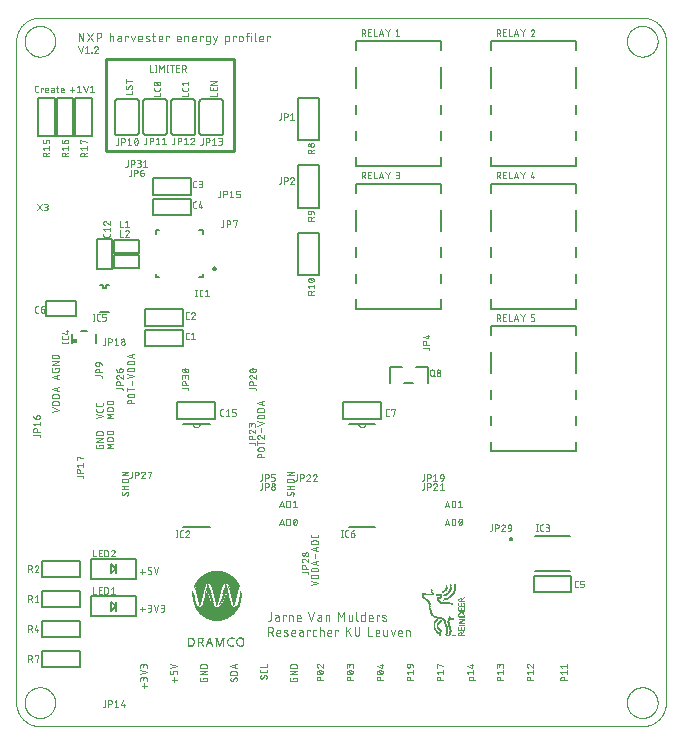
<source format=gto>
G75*
%MOIN*%
%OFA0B0*%
%FSLAX25Y25*%
%IPPOS*%
%LPD*%
%AMOC8*
5,1,8,0,0,1.08239X$1,22.5*
%
%ADD10C,0.00001*%
%ADD11C,0.00300*%
%ADD12C,0.00200*%
%ADD13R,0.01200X0.00080*%
%ADD14R,0.01360X0.00080*%
%ADD15R,0.01920X0.00080*%
%ADD16R,0.00240X0.00080*%
%ADD17R,0.01520X0.00080*%
%ADD18R,0.02000X0.00080*%
%ADD19R,0.00400X0.00080*%
%ADD20R,0.00240X0.00080*%
%ADD21R,0.00480X0.00080*%
%ADD22R,0.01600X0.00080*%
%ADD23R,0.00160X0.00080*%
%ADD24R,0.00560X0.00080*%
%ADD25R,0.00640X0.00080*%
%ADD26R,0.00320X0.00080*%
%ADD27R,0.00800X0.00080*%
%ADD28R,0.00880X0.00080*%
%ADD29R,0.00320X0.00080*%
%ADD30R,0.00080X0.00080*%
%ADD31R,0.01840X0.00080*%
%ADD32R,0.01120X0.00080*%
%ADD33R,0.00960X0.00080*%
%ADD34R,0.01040X0.00080*%
%ADD35R,0.00720X0.00080*%
%ADD36R,0.01120X0.00080*%
%ADD37R,0.01920X0.00080*%
%ADD38R,0.01520X0.00080*%
%ADD39R,0.01280X0.00080*%
%ADD40R,0.01440X0.00080*%
%ADD41R,0.03680X0.00080*%
%ADD42R,0.03520X0.00080*%
%ADD43R,0.03280X0.00080*%
%ADD44R,0.01760X0.00080*%
%ADD45R,0.00720X0.00080*%
%ADD46R,0.01040X0.00080*%
%ADD47R,0.00640X0.00080*%
%ADD48R,0.01680X0.00080*%
%ADD49R,0.02640X0.00080*%
%ADD50R,0.03120X0.00080*%
%ADD51R,0.03760X0.00080*%
%ADD52R,0.00020X0.00020*%
%ADD53R,0.00360X0.00020*%
%ADD54R,0.00020X0.00020*%
%ADD55R,0.00280X0.00020*%
%ADD56R,0.00700X0.00020*%
%ADD57R,0.00580X0.00020*%
%ADD58R,0.00020X0.00020*%
%ADD59R,0.00800X0.00020*%
%ADD60R,0.00040X0.00020*%
%ADD61R,0.00200X0.00020*%
%ADD62R,0.00220X0.00020*%
%ADD63R,0.00220X0.00020*%
%ADD64R,0.00240X0.00020*%
%ADD65R,0.00180X0.00020*%
%ADD66R,0.00120X0.00020*%
%ADD67R,0.00900X0.00020*%
%ADD68R,0.00760X0.00020*%
%ADD69R,0.01040X0.00020*%
%ADD70R,0.00240X0.00020*%
%ADD71R,0.00160X0.00020*%
%ADD72R,0.01060X0.00020*%
%ADD73R,0.01160X0.00020*%
%ADD74R,0.00200X0.00020*%
%ADD75R,0.00240X0.00020*%
%ADD76R,0.00220X0.00020*%
%ADD77R,0.00180X0.00020*%
%ADD78R,0.00160X0.00020*%
%ADD79R,0.01180X0.00020*%
%ADD80R,0.01000X0.00020*%
%ADD81R,0.01240X0.00020*%
%ADD82R,0.01260X0.00020*%
%ADD83R,0.01100X0.00020*%
%ADD84R,0.01300X0.00020*%
%ADD85R,0.00240X0.00020*%
%ADD86R,0.00220X0.00020*%
%ADD87R,0.01200X0.00020*%
%ADD88R,0.01360X0.00020*%
%ADD89R,0.01340X0.00020*%
%ADD90R,0.01400X0.00020*%
%ADD91R,0.01380X0.00020*%
%ADD92R,0.01320X0.00020*%
%ADD93R,0.01460X0.00020*%
%ADD94R,0.00560X0.00020*%
%ADD95R,0.00020X0.00020*%
%ADD96R,0.00420X0.00020*%
%ADD97R,0.00820X0.00020*%
%ADD98R,0.00260X0.00020*%
%ADD99R,0.00480X0.00020*%
%ADD100R,0.00460X0.00020*%
%ADD101R,0.00280X0.00020*%
%ADD102R,0.00420X0.00020*%
%ADD103R,0.00140X0.00020*%
%ADD104R,0.00400X0.00020*%
%ADD105R,0.00400X0.00020*%
%ADD106R,0.00080X0.00020*%
%ADD107R,0.00380X0.00020*%
%ADD108R,0.00320X0.00020*%
%ADD109R,0.00340X0.00020*%
%ADD110R,0.00320X0.00020*%
%ADD111R,0.00360X0.00020*%
%ADD112R,0.00320X0.00020*%
%ADD113R,0.00300X0.00020*%
%ADD114R,0.00300X0.00020*%
%ADD115R,0.00320X0.00020*%
%ADD116R,0.00260X0.00020*%
%ADD117R,0.01560X0.00020*%
%ADD118R,0.01520X0.00020*%
%ADD119R,0.01520X0.00020*%
%ADD120R,0.01500X0.00020*%
%ADD121R,0.01480X0.00020*%
%ADD122R,0.01440X0.00020*%
%ADD123R,0.01100X0.00020*%
%ADD124R,0.01180X0.00020*%
%ADD125R,0.01220X0.00020*%
%ADD126R,0.01280X0.00020*%
%ADD127R,0.01300X0.00020*%
%ADD128R,0.01340X0.00020*%
%ADD129R,0.00420X0.00020*%
%ADD130R,0.00340X0.00020*%
%ADD131R,0.00340X0.00020*%
%ADD132R,0.00340X0.00020*%
%ADD133R,0.00080X0.00020*%
%ADD134R,0.00440X0.00020*%
%ADD135R,0.00480X0.00020*%
%ADD136R,0.00380X0.00020*%
%ADD137R,0.00520X0.00020*%
%ADD138R,0.00640X0.00020*%
%ADD139R,0.00540X0.00020*%
%ADD140R,0.01400X0.00020*%
%ADD141R,0.00460X0.00020*%
%ADD142R,0.00500X0.00020*%
%ADD143R,0.00560X0.00020*%
%ADD144R,0.00520X0.00020*%
%ADD145R,0.00620X0.00020*%
%ADD146R,0.01320X0.00020*%
%ADD147R,0.01420X0.00020*%
%ADD148R,0.01320X0.00020*%
%ADD149R,0.01280X0.00020*%
%ADD150R,0.01340X0.00020*%
%ADD151R,0.01000X0.00020*%
%ADD152R,0.01060X0.00020*%
%ADD153R,0.00980X0.00020*%
%ADD154R,0.00940X0.00020*%
%ADD155R,0.00900X0.00020*%
%ADD156R,0.00060X0.00020*%
%ADD157R,0.00040X0.00020*%
%ADD158R,0.00140X0.00020*%
%ADD159R,0.00580X0.00020*%
%ADD160R,0.00600X0.00020*%
%ADD161R,0.00040X0.00020*%
%ADD162R,0.00060X0.00020*%
%ADD163R,0.00920X0.00020*%
%ADD164R,0.01860X0.00020*%
%ADD165R,0.02220X0.00020*%
%ADD166R,0.02480X0.00020*%
%ADD167R,0.02700X0.00020*%
%ADD168R,0.02920X0.00020*%
%ADD169R,0.03180X0.00020*%
%ADD170R,0.03360X0.00020*%
%ADD171R,0.03520X0.00020*%
%ADD172R,0.03700X0.00020*%
%ADD173R,0.03900X0.00020*%
%ADD174R,0.04060X0.00020*%
%ADD175R,0.04220X0.00020*%
%ADD176R,0.04340X0.00020*%
%ADD177R,0.04500X0.00020*%
%ADD178R,0.04620X0.00020*%
%ADD179R,0.04780X0.00020*%
%ADD180R,0.04900X0.00020*%
%ADD181R,0.05020X0.00020*%
%ADD182R,0.05140X0.00020*%
%ADD183R,0.05260X0.00020*%
%ADD184R,0.05380X0.00020*%
%ADD185R,0.05500X0.00020*%
%ADD186R,0.05600X0.00020*%
%ADD187R,0.05700X0.00020*%
%ADD188R,0.05820X0.00020*%
%ADD189R,0.05920X0.00020*%
%ADD190R,0.06020X0.00020*%
%ADD191R,0.06140X0.00020*%
%ADD192R,0.06220X0.00020*%
%ADD193R,0.06320X0.00020*%
%ADD194R,0.06420X0.00020*%
%ADD195R,0.06500X0.00020*%
%ADD196R,0.06580X0.00020*%
%ADD197R,0.06700X0.00020*%
%ADD198R,0.06780X0.00020*%
%ADD199R,0.06860X0.00020*%
%ADD200R,0.06940X0.00020*%
%ADD201R,0.07020X0.00020*%
%ADD202R,0.07120X0.00020*%
%ADD203R,0.07200X0.00020*%
%ADD204R,0.07300X0.00020*%
%ADD205R,0.07360X0.00020*%
%ADD206R,0.07460X0.00020*%
%ADD207R,0.07520X0.00020*%
%ADD208R,0.07600X0.00020*%
%ADD209R,0.07660X0.00020*%
%ADD210R,0.07740X0.00020*%
%ADD211R,0.07820X0.00020*%
%ADD212R,0.07900X0.00020*%
%ADD213R,0.07980X0.00020*%
%ADD214R,0.08040X0.00020*%
%ADD215R,0.08100X0.00020*%
%ADD216R,0.08180X0.00020*%
%ADD217R,0.08260X0.00020*%
%ADD218R,0.08320X0.00020*%
%ADD219R,0.08380X0.00020*%
%ADD220R,0.08460X0.00020*%
%ADD221R,0.08520X0.00020*%
%ADD222R,0.08580X0.00020*%
%ADD223R,0.08660X0.00020*%
%ADD224R,0.08700X0.00020*%
%ADD225R,0.08780X0.00020*%
%ADD226R,0.08840X0.00020*%
%ADD227R,0.08900X0.00020*%
%ADD228R,0.08960X0.00020*%
%ADD229R,0.09020X0.00020*%
%ADD230R,0.09080X0.00020*%
%ADD231R,0.09140X0.00020*%
%ADD232R,0.09200X0.00020*%
%ADD233R,0.09260X0.00020*%
%ADD234R,0.09320X0.00020*%
%ADD235R,0.09380X0.00020*%
%ADD236R,0.09420X0.00020*%
%ADD237R,0.09500X0.00020*%
%ADD238R,0.09540X0.00020*%
%ADD239R,0.09600X0.00020*%
%ADD240R,0.09660X0.00020*%
%ADD241R,0.09700X0.00020*%
%ADD242R,0.09760X0.00020*%
%ADD243R,0.09820X0.00020*%
%ADD244R,0.09860X0.00020*%
%ADD245R,0.09920X0.00020*%
%ADD246R,0.09980X0.00020*%
%ADD247R,0.10020X0.00020*%
%ADD248R,0.10080X0.00020*%
%ADD249R,0.10140X0.00020*%
%ADD250R,0.10180X0.00020*%
%ADD251R,0.10220X0.00020*%
%ADD252R,0.10280X0.00020*%
%ADD253R,0.10340X0.00020*%
%ADD254R,0.10380X0.00020*%
%ADD255R,0.10420X0.00020*%
%ADD256R,0.10460X0.00020*%
%ADD257R,0.10520X0.00020*%
%ADD258R,0.10580X0.00020*%
%ADD259R,0.10620X0.00020*%
%ADD260R,0.10660X0.00020*%
%ADD261R,0.10720X0.00020*%
%ADD262R,0.10740X0.00020*%
%ADD263R,0.10820X0.00020*%
%ADD264R,0.10840X0.00020*%
%ADD265R,0.10900X0.00020*%
%ADD266R,0.10940X0.00020*%
%ADD267R,0.10980X0.00020*%
%ADD268R,0.11020X0.00020*%
%ADD269R,0.11060X0.00020*%
%ADD270R,0.11120X0.00020*%
%ADD271R,0.11140X0.00020*%
%ADD272R,0.11200X0.00020*%
%ADD273R,0.11240X0.00020*%
%ADD274R,0.11300X0.00020*%
%ADD275R,0.11320X0.00020*%
%ADD276R,0.11380X0.00020*%
%ADD277R,0.11400X0.00020*%
%ADD278R,0.11460X0.00020*%
%ADD279R,0.11500X0.00020*%
%ADD280R,0.11520X0.00020*%
%ADD281R,0.11580X0.00020*%
%ADD282R,0.11620X0.00020*%
%ADD283R,0.11660X0.00020*%
%ADD284R,0.11680X0.00020*%
%ADD285R,0.11740X0.00020*%
%ADD286R,0.11760X0.00020*%
%ADD287R,0.11820X0.00020*%
%ADD288R,0.11840X0.00020*%
%ADD289R,0.11900X0.00020*%
%ADD290R,0.11920X0.00020*%
%ADD291R,0.11960X0.00020*%
%ADD292R,0.11980X0.00020*%
%ADD293R,0.12040X0.00020*%
%ADD294R,0.12060X0.00020*%
%ADD295R,0.12100X0.00020*%
%ADD296R,0.12140X0.00020*%
%ADD297R,0.12180X0.00020*%
%ADD298R,0.12220X0.00020*%
%ADD299R,0.12240X0.00020*%
%ADD300R,0.12300X0.00020*%
%ADD301R,0.12320X0.00020*%
%ADD302R,0.12360X0.00020*%
%ADD303R,0.12380X0.00020*%
%ADD304R,0.12420X0.00020*%
%ADD305R,0.12460X0.00020*%
%ADD306R,0.12500X0.00020*%
%ADD307R,0.12540X0.00020*%
%ADD308R,0.12560X0.00020*%
%ADD309R,0.12600X0.00020*%
%ADD310R,0.12620X0.00020*%
%ADD311R,0.12660X0.00020*%
%ADD312R,0.12700X0.00020*%
%ADD313R,0.12720X0.00020*%
%ADD314R,0.12760X0.00020*%
%ADD315R,0.12780X0.00020*%
%ADD316R,0.12820X0.00020*%
%ADD317R,0.12860X0.00020*%
%ADD318R,0.12880X0.00020*%
%ADD319R,0.12920X0.00020*%
%ADD320R,0.12940X0.00020*%
%ADD321R,0.12980X0.00020*%
%ADD322R,0.13020X0.00020*%
%ADD323R,0.13040X0.00020*%
%ADD324R,0.13060X0.00020*%
%ADD325R,0.13100X0.00020*%
%ADD326R,0.13140X0.00020*%
%ADD327R,0.13160X0.00020*%
%ADD328R,0.13180X0.00020*%
%ADD329R,0.13220X0.00020*%
%ADD330R,0.13240X0.00020*%
%ADD331R,0.13260X0.00020*%
%ADD332R,0.13300X0.00020*%
%ADD333R,0.13340X0.00020*%
%ADD334R,0.13360X0.00020*%
%ADD335R,0.13380X0.00020*%
%ADD336R,0.13420X0.00020*%
%ADD337R,0.13460X0.00020*%
%ADD338R,0.13460X0.00020*%
%ADD339R,0.13500X0.00020*%
%ADD340R,0.13520X0.00020*%
%ADD341R,0.13540X0.00020*%
%ADD342R,0.13580X0.00020*%
%ADD343R,0.13620X0.00020*%
%ADD344R,0.13660X0.00020*%
%ADD345R,0.13700X0.00020*%
%ADD346R,0.13700X0.00020*%
%ADD347R,0.13740X0.00020*%
%ADD348R,0.13760X0.00020*%
%ADD349R,0.13780X0.00020*%
%ADD350R,0.13820X0.00020*%
%ADD351R,0.13840X0.00020*%
%ADD352R,0.13860X0.00020*%
%ADD353R,0.13900X0.00020*%
%ADD354R,0.13920X0.00020*%
%ADD355R,0.13940X0.00020*%
%ADD356R,0.13980X0.00020*%
%ADD357R,0.13980X0.00020*%
%ADD358R,0.14020X0.00020*%
%ADD359R,0.14040X0.00020*%
%ADD360R,0.14060X0.00020*%
%ADD361R,0.14080X0.00020*%
%ADD362R,0.14100X0.00020*%
%ADD363R,0.14140X0.00020*%
%ADD364R,0.14160X0.00020*%
%ADD365R,0.14180X0.00020*%
%ADD366R,0.14200X0.00020*%
%ADD367R,0.14220X0.00020*%
%ADD368R,0.14260X0.00020*%
%ADD369R,0.14260X0.00020*%
%ADD370R,0.14300X0.00020*%
%ADD371R,0.14320X0.00020*%
%ADD372R,0.14340X0.00020*%
%ADD373R,0.14360X0.00020*%
%ADD374R,0.14380X0.00020*%
%ADD375R,0.14400X0.00020*%
%ADD376R,0.14420X0.00020*%
%ADD377R,0.14460X0.00020*%
%ADD378R,0.05460X0.00020*%
%ADD379R,0.01360X0.00020*%
%ADD380R,0.01220X0.00020*%
%ADD381R,0.05240X0.00020*%
%ADD382R,0.05240X0.00020*%
%ADD383R,0.05120X0.00020*%
%ADD384R,0.05100X0.00020*%
%ADD385R,0.01120X0.00020*%
%ADD386R,0.05020X0.00020*%
%ADD387R,0.05000X0.00020*%
%ADD388R,0.01160X0.00020*%
%ADD389R,0.04920X0.00020*%
%ADD390R,0.04900X0.00020*%
%ADD391R,0.01120X0.00020*%
%ADD392R,0.01080X0.00020*%
%ADD393R,0.04840X0.00020*%
%ADD394R,0.04840X0.00020*%
%ADD395R,0.01020X0.00020*%
%ADD396R,0.04740X0.00020*%
%ADD397R,0.04740X0.00020*%
%ADD398R,0.01020X0.00020*%
%ADD399R,0.04680X0.00020*%
%ADD400R,0.04660X0.00020*%
%ADD401R,0.04620X0.00020*%
%ADD402R,0.04600X0.00020*%
%ADD403R,0.04580X0.00020*%
%ADD404R,0.00980X0.00020*%
%ADD405R,0.04540X0.00020*%
%ADD406R,0.04540X0.00020*%
%ADD407R,0.00960X0.00020*%
%ADD408R,0.04480X0.00020*%
%ADD409R,0.04460X0.00020*%
%ADD410R,0.04420X0.00020*%
%ADD411R,0.04400X0.00020*%
%ADD412R,0.00960X0.00020*%
%ADD413R,0.04380X0.00020*%
%ADD414R,0.04320X0.00020*%
%ADD415R,0.04320X0.00020*%
%ADD416R,0.04300X0.00020*%
%ADD417R,0.04280X0.00020*%
%ADD418R,0.00940X0.00020*%
%ADD419R,0.04240X0.00020*%
%ADD420R,0.04220X0.00020*%
%ADD421R,0.04200X0.00020*%
%ADD422R,0.00920X0.00020*%
%ADD423R,0.04180X0.00020*%
%ADD424R,0.04160X0.00020*%
%ADD425R,0.00940X0.00020*%
%ADD426R,0.04120X0.00020*%
%ADD427R,0.04080X0.00020*%
%ADD428R,0.00920X0.00020*%
%ADD429R,0.04040X0.00020*%
%ADD430R,0.04020X0.00020*%
%ADD431R,0.04020X0.00020*%
%ADD432R,0.04000X0.00020*%
%ADD433R,0.03980X0.00020*%
%ADD434R,0.00940X0.00020*%
%ADD435R,0.00920X0.00020*%
%ADD436R,0.03960X0.00020*%
%ADD437R,0.03940X0.00020*%
%ADD438R,0.03920X0.00020*%
%ADD439R,0.03880X0.00020*%
%ADD440R,0.03840X0.00020*%
%ADD441R,0.03820X0.00020*%
%ADD442R,0.03840X0.00020*%
%ADD443R,0.00100X0.00020*%
%ADD444R,0.03820X0.00020*%
%ADD445R,0.03800X0.00020*%
%ADD446R,0.00120X0.00020*%
%ADD447R,0.00120X0.00020*%
%ADD448R,0.03760X0.00020*%
%ADD449R,0.00120X0.00020*%
%ADD450R,0.03780X0.00020*%
%ADD451R,0.00140X0.00020*%
%ADD452R,0.03760X0.00020*%
%ADD453R,0.03740X0.00020*%
%ADD454R,0.03720X0.00020*%
%ADD455R,0.03720X0.00020*%
%ADD456R,0.03680X0.00020*%
%ADD457R,0.03660X0.00020*%
%ADD458R,0.03640X0.00020*%
%ADD459R,0.03620X0.00020*%
%ADD460R,0.03600X0.00020*%
%ADD461R,0.03580X0.00020*%
%ADD462R,0.03560X0.00020*%
%ADD463R,0.03540X0.00020*%
%ADD464R,0.03540X0.00020*%
%ADD465R,0.03520X0.00020*%
%ADD466R,0.03500X0.00020*%
%ADD467R,0.03480X0.00020*%
%ADD468R,0.03460X0.00020*%
%ADD469R,0.03440X0.00020*%
%ADD470R,0.03440X0.00020*%
%ADD471R,0.03420X0.00020*%
%ADD472R,0.03420X0.00020*%
%ADD473R,0.03420X0.00020*%
%ADD474R,0.03400X0.00020*%
%ADD475R,0.03380X0.00020*%
%ADD476R,0.03360X0.00020*%
%ADD477R,0.00420X0.00020*%
%ADD478R,0.03340X0.00020*%
%ADD479R,0.03340X0.00020*%
%ADD480R,0.00440X0.00020*%
%ADD481R,0.03320X0.00020*%
%ADD482R,0.03300X0.00020*%
%ADD483R,0.03280X0.00020*%
%ADD484R,0.03260X0.00020*%
%ADD485R,0.03260X0.00020*%
%ADD486R,0.03240X0.00020*%
%ADD487R,0.00500X0.00020*%
%ADD488R,0.00880X0.00020*%
%ADD489R,0.03220X0.00020*%
%ADD490R,0.03200X0.00020*%
%ADD491R,0.00520X0.00020*%
%ADD492R,0.00540X0.00020*%
%ADD493R,0.03160X0.00020*%
%ADD494R,0.00100X0.00020*%
%ADD495R,0.03160X0.00020*%
%ADD496R,0.03140X0.00020*%
%ADD497R,0.03120X0.00020*%
%ADD498R,0.03120X0.00020*%
%ADD499R,0.03100X0.00020*%
%ADD500R,0.03100X0.00020*%
%ADD501R,0.03080X0.00020*%
%ADD502R,0.00600X0.00020*%
%ADD503R,0.03060X0.00020*%
%ADD504R,0.00620X0.00020*%
%ADD505R,0.03040X0.00020*%
%ADD506R,0.03040X0.00020*%
%ADD507R,0.03020X0.00020*%
%ADD508R,0.00660X0.00020*%
%ADD509R,0.03000X0.00020*%
%ADD510R,0.00140X0.00020*%
%ADD511R,0.00640X0.00020*%
%ADD512R,0.00660X0.00020*%
%ADD513R,0.02980X0.00020*%
%ADD514R,0.00680X0.00020*%
%ADD515R,0.02980X0.00020*%
%ADD516R,0.02960X0.00020*%
%ADD517R,0.00700X0.00020*%
%ADD518R,0.02940X0.00020*%
%ADD519R,0.00680X0.00020*%
%ADD520R,0.02920X0.00020*%
%ADD521R,0.00720X0.00020*%
%ADD522R,0.02920X0.00020*%
%ADD523R,0.00720X0.00020*%
%ADD524R,0.02900X0.00020*%
%ADD525R,0.00740X0.00020*%
%ADD526R,0.02880X0.00020*%
%ADD527R,0.00720X0.00020*%
%ADD528R,0.00740X0.00020*%
%ADD529R,0.02860X0.00020*%
%ADD530R,0.02880X0.00020*%
%ADD531R,0.00880X0.00020*%
%ADD532R,0.02860X0.00020*%
%ADD533R,0.02840X0.00020*%
%ADD534R,0.02820X0.00020*%
%ADD535R,0.02820X0.00020*%
%ADD536R,0.00780X0.00020*%
%ADD537R,0.02820X0.00020*%
%ADD538R,0.02820X0.00020*%
%ADD539R,0.00780X0.00020*%
%ADD540R,0.02800X0.00020*%
%ADD541R,0.02780X0.00020*%
%ADD542R,0.00800X0.00020*%
%ADD543R,0.02780X0.00020*%
%ADD544R,0.02760X0.00020*%
%ADD545R,0.02760X0.00020*%
%ADD546R,0.00820X0.00020*%
%ADD547R,0.02740X0.00020*%
%ADD548R,0.02720X0.00020*%
%ADD549R,0.00840X0.00020*%
%ADD550R,0.00840X0.00020*%
%ADD551R,0.02720X0.00020*%
%ADD552R,0.00860X0.00020*%
%ADD553R,0.02700X0.00020*%
%ADD554R,0.00860X0.00020*%
%ADD555R,0.02680X0.00020*%
%ADD556R,0.02680X0.00020*%
%ADD557R,0.02660X0.00020*%
%ADD558R,0.02640X0.00020*%
%ADD559R,0.02620X0.00020*%
%ADD560R,0.02640X0.00020*%
%ADD561R,0.02620X0.00020*%
%ADD562R,0.02600X0.00020*%
%ADD563R,0.02600X0.00020*%
%ADD564R,0.02580X0.00020*%
%ADD565R,0.02580X0.00020*%
%ADD566R,0.02560X0.00020*%
%ADD567R,0.02560X0.00020*%
%ADD568R,0.02540X0.00020*%
%ADD569R,0.02520X0.00020*%
%ADD570R,0.02520X0.00020*%
%ADD571R,0.02500X0.00020*%
%ADD572R,0.02520X0.00020*%
%ADD573R,0.02500X0.00020*%
%ADD574R,0.02460X0.00020*%
%ADD575R,0.02460X0.00020*%
%ADD576R,0.01020X0.00020*%
%ADD577R,0.01020X0.00020*%
%ADD578R,0.02440X0.00020*%
%ADD579R,0.02440X0.00020*%
%ADD580R,0.01040X0.00020*%
%ADD581R,0.02440X0.00020*%
%ADD582R,0.02420X0.00020*%
%ADD583R,0.02400X0.00020*%
%ADD584R,0.02380X0.00020*%
%ADD585R,0.02380X0.00020*%
%ADD586R,0.02360X0.00020*%
%ADD587R,0.01080X0.00020*%
%ADD588R,0.02360X0.00020*%
%ADD589R,0.02340X0.00020*%
%ADD590R,0.02320X0.00020*%
%ADD591R,0.02300X0.00020*%
%ADD592R,0.01140X0.00020*%
%ADD593R,0.02300X0.00020*%
%ADD594R,0.01120X0.00020*%
%ADD595R,0.02280X0.00020*%
%ADD596R,0.01140X0.00020*%
%ADD597R,0.02280X0.00020*%
%ADD598R,0.02260X0.00020*%
%ADD599R,0.02240X0.00020*%
%ADD600R,0.02220X0.00020*%
%ADD601R,0.02220X0.00020*%
%ADD602R,0.02220X0.00020*%
%ADD603R,0.01200X0.00020*%
%ADD604R,0.02200X0.00020*%
%ADD605R,0.02180X0.00020*%
%ADD606R,0.02180X0.00020*%
%ADD607R,0.02160X0.00020*%
%ADD608R,0.00440X0.00020*%
%ADD609R,0.02140X0.00020*%
%ADD610R,0.02140X0.00020*%
%ADD611R,0.01240X0.00020*%
%ADD612R,0.02140X0.00020*%
%ADD613R,0.02120X0.00020*%
%ADD614R,0.02120X0.00020*%
%ADD615R,0.02100X0.00020*%
%ADD616R,0.01260X0.00020*%
%ADD617R,0.02100X0.00020*%
%ADD618R,0.02080X0.00020*%
%ADD619R,0.02060X0.00020*%
%ADD620R,0.00840X0.00020*%
%ADD621R,0.02060X0.00020*%
%ADD622R,0.02040X0.00020*%
%ADD623R,0.02040X0.00020*%
%ADD624R,0.02020X0.00020*%
%ADD625R,0.02020X0.00020*%
%ADD626R,0.01320X0.00020*%
%ADD627R,0.02000X0.00020*%
%ADD628R,0.01980X0.00020*%
%ADD629R,0.01980X0.00020*%
%ADD630R,0.01960X0.00020*%
%ADD631R,0.01940X0.00020*%
%ADD632R,0.01380X0.00020*%
%ADD633R,0.00520X0.00020*%
%ADD634R,0.01920X0.00020*%
%ADD635R,0.01920X0.00020*%
%ADD636R,0.00840X0.00020*%
%ADD637R,0.01900X0.00020*%
%ADD638R,0.01880X0.00020*%
%ADD639R,0.01420X0.00020*%
%ADD640R,0.01420X0.00020*%
%ADD641R,0.01860X0.00020*%
%ADD642R,0.00540X0.00020*%
%ADD643R,0.01840X0.00020*%
%ADD644R,0.01420X0.00020*%
%ADD645R,0.01440X0.00020*%
%ADD646R,0.01840X0.00020*%
%ADD647R,0.00820X0.00020*%
%ADD648R,0.01820X0.00020*%
%ADD649R,0.01460X0.00020*%
%ADD650R,0.01800X0.00020*%
%ADD651R,0.01800X0.00020*%
%ADD652R,0.01780X0.00020*%
%ADD653R,0.01760X0.00020*%
%ADD654R,0.01740X0.00020*%
%ADD655R,0.01480X0.00020*%
%ADD656R,0.00820X0.00020*%
%ADD657R,0.01740X0.00020*%
%ADD658R,0.01500X0.00020*%
%ADD659R,0.01720X0.00020*%
%ADD660R,0.01520X0.00020*%
%ADD661R,0.01700X0.00020*%
%ADD662R,0.01700X0.00020*%
%ADD663R,0.01520X0.00020*%
%ADD664R,0.01540X0.00020*%
%ADD665R,0.01680X0.00020*%
%ADD666R,0.01540X0.00020*%
%ADD667R,0.01680X0.00020*%
%ADD668R,0.01660X0.00020*%
%ADD669R,0.01560X0.00020*%
%ADD670R,0.01640X0.00020*%
%ADD671R,0.01580X0.00020*%
%ADD672R,0.00620X0.00020*%
%ADD673R,0.01580X0.00020*%
%ADD674R,0.01620X0.00020*%
%ADD675R,0.01620X0.00020*%
%ADD676R,0.01600X0.00020*%
%ADD677R,0.01600X0.00020*%
%ADD678R,0.00620X0.00020*%
%ADD679R,0.01620X0.00020*%
%ADD680R,0.00640X0.00020*%
%ADD681R,0.00640X0.00020*%
%ADD682R,0.01540X0.00020*%
%ADD683R,0.01640X0.00020*%
%ADD684R,0.00760X0.00020*%
%ADD685R,0.01540X0.00020*%
%ADD686R,0.01660X0.00020*%
%ADD687R,0.00740X0.00020*%
%ADD688R,0.01720X0.00020*%
%ADD689R,0.01720X0.00020*%
%ADD690R,0.01760X0.00020*%
%ADD691R,0.01780X0.00020*%
%ADD692R,0.00720X0.00020*%
%ADD693R,0.00740X0.00020*%
%ADD694R,0.01820X0.00020*%
%ADD695R,0.01820X0.00020*%
%ADD696R,0.01240X0.00020*%
%ADD697R,0.01840X0.00020*%
%ADD698R,0.01240X0.00020*%
%ADD699R,0.01220X0.00020*%
%ADD700R,0.01880X0.00020*%
%ADD701R,0.01900X0.00020*%
%ADD702R,0.01920X0.00020*%
%ADD703R,0.01940X0.00020*%
%ADD704R,0.01960X0.00020*%
%ADD705R,0.02000X0.00020*%
%ADD706R,0.02020X0.00020*%
%ADD707R,0.02020X0.00020*%
%ADD708R,0.02080X0.00020*%
%ADD709R,0.02120X0.00020*%
%ADD710R,0.02140X0.00020*%
%ADD711R,0.02120X0.00020*%
%ADD712R,0.02160X0.00020*%
%ADD713R,0.02200X0.00020*%
%ADD714R,0.02240X0.00020*%
%ADD715R,0.02260X0.00020*%
%ADD716R,0.00440X0.00020*%
%ADD717R,0.02320X0.00020*%
%ADD718R,0.02320X0.00020*%
%ADD719R,0.02340X0.00020*%
%ADD720R,0.02400X0.00020*%
%ADD721R,0.02420X0.00020*%
%ADD722R,0.01040X0.00020*%
%ADD723R,0.02420X0.00020*%
%ADD724R,0.01040X0.00020*%
%ADD725R,0.02440X0.00020*%
%ADD726R,0.02480X0.00020*%
%ADD727R,0.02520X0.00020*%
%ADD728R,0.02540X0.00020*%
%ADD729R,0.01120X0.00020*%
%ADD730R,0.01140X0.00020*%
%ADD731R,0.00040X0.00020*%
%ADD732R,0.01140X0.00020*%
%ADD733R,0.02620X0.00020*%
%ADD734R,0.02660X0.00020*%
%ADD735R,0.02720X0.00020*%
%ADD736R,0.02720X0.00020*%
%ADD737R,0.02740X0.00020*%
%ADD738R,0.02740X0.00020*%
%ADD739R,0.01220X0.00020*%
%ADD740R,0.02800X0.00020*%
%ADD741R,0.02840X0.00020*%
%ADD742R,0.02900X0.00020*%
%ADD743R,0.02920X0.00020*%
%ADD744R,0.02960X0.00020*%
%ADD745R,0.03000X0.00020*%
%ADD746R,0.03020X0.00020*%
%ADD747R,0.03020X0.00020*%
%ADD748R,0.03040X0.00020*%
%ADD749R,0.03060X0.00020*%
%ADD750R,0.03080X0.00020*%
%ADD751R,0.03120X0.00020*%
%ADD752R,0.03120X0.00020*%
%ADD753R,0.03140X0.00020*%
%ADD754R,0.03180X0.00020*%
%ADD755R,0.03200X0.00020*%
%ADD756R,0.03220X0.00020*%
%ADD757R,0.03240X0.00020*%
%ADD758R,0.03280X0.00020*%
%ADD759R,0.03300X0.00020*%
%ADD760R,0.03320X0.00020*%
%ADD761R,0.03400X0.00020*%
%ADD762R,0.03420X0.00020*%
%ADD763R,0.02620X0.00020*%
%ADD764R,0.03480X0.00020*%
%ADD765R,0.03500X0.00020*%
%ADD766R,0.03520X0.00020*%
%ADD767R,0.03560X0.00020*%
%ADD768R,0.02420X0.00020*%
%ADD769R,0.03580X0.00020*%
%ADD770R,0.00540X0.00020*%
%ADD771R,0.03620X0.00020*%
%ADD772R,0.03640X0.00020*%
%ADD773R,0.03640X0.00020*%
%ADD774R,0.03680X0.00020*%
%ADD775R,0.03700X0.00020*%
%ADD776R,0.03720X0.00020*%
%ADD777R,0.03780X0.00020*%
%ADD778R,0.03800X0.00020*%
%ADD779R,0.03860X0.00020*%
%ADD780R,0.03880X0.00020*%
%ADD781R,0.03920X0.00020*%
%ADD782R,0.03940X0.00020*%
%ADD783R,0.03960X0.00020*%
%ADD784R,0.03980X0.00020*%
%ADD785R,0.04000X0.00020*%
%ADD786R,0.04040X0.00020*%
%ADD787R,0.04060X0.00020*%
%ADD788R,0.04080X0.00020*%
%ADD789R,0.04100X0.00020*%
%ADD790R,0.04120X0.00020*%
%ADD791R,0.04140X0.00020*%
%ADD792R,0.04220X0.00020*%
%ADD793R,0.04240X0.00020*%
%ADD794R,0.04260X0.00020*%
%ADD795R,0.04360X0.00020*%
%ADD796R,0.04440X0.00020*%
%ADD797R,0.04500X0.00020*%
%ADD798R,0.04520X0.00020*%
%ADD799R,0.04560X0.00020*%
%ADD800R,0.04620X0.00020*%
%ADD801R,0.04640X0.00020*%
%ADD802R,0.01940X0.00020*%
%ADD803R,0.04700X0.00020*%
%ADD804R,0.04760X0.00020*%
%ADD805R,0.04820X0.00020*%
%ADD806R,0.04880X0.00020*%
%ADD807R,0.04960X0.00020*%
%ADD808R,0.03820X0.00020*%
%ADD809R,0.05040X0.00020*%
%ADD810R,0.03860X0.00020*%
%ADD811R,0.05180X0.00020*%
%ADD812R,0.05340X0.00020*%
%ADD813R,0.03940X0.00020*%
%ADD814R,0.09880X0.00020*%
%ADD815R,0.14000X0.00020*%
%ADD816R,0.13940X0.00020*%
%ADD817R,0.13920X0.00020*%
%ADD818R,0.13900X0.00020*%
%ADD819R,0.13820X0.00020*%
%ADD820R,0.13800X0.00020*%
%ADD821R,0.13720X0.00020*%
%ADD822R,0.13660X0.00020*%
%ADD823R,0.13640X0.00020*%
%ADD824R,0.13580X0.00020*%
%ADD825R,0.13560X0.00020*%
%ADD826R,0.13500X0.00020*%
%ADD827R,0.13480X0.00020*%
%ADD828R,0.13420X0.00020*%
%ADD829R,0.13400X0.00020*%
%ADD830R,0.13300X0.00020*%
%ADD831R,0.13280X0.00020*%
%ADD832R,0.13220X0.00020*%
%ADD833R,0.13200X0.00020*%
%ADD834R,0.13160X0.00020*%
%ADD835R,0.13140X0.00020*%
%ADD836R,0.13100X0.00020*%
%ADD837R,0.13080X0.00020*%
%ADD838R,0.13020X0.00020*%
%ADD839R,0.12980X0.00020*%
%ADD840R,0.12960X0.00020*%
%ADD841R,0.12920X0.00020*%
%ADD842R,0.12900X0.00020*%
%ADD843R,0.12860X0.00020*%
%ADD844R,0.12820X0.00020*%
%ADD845R,0.12800X0.00020*%
%ADD846R,0.12760X0.00020*%
%ADD847R,0.12740X0.00020*%
%ADD848R,0.12700X0.00020*%
%ADD849R,0.12660X0.00020*%
%ADD850R,0.12640X0.00020*%
%ADD851R,0.12600X0.00020*%
%ADD852R,0.12580X0.00020*%
%ADD853R,0.12540X0.00020*%
%ADD854R,0.12500X0.00020*%
%ADD855R,0.12480X0.00020*%
%ADD856R,0.12420X0.00020*%
%ADD857R,0.12400X0.00020*%
%ADD858R,0.12360X0.00020*%
%ADD859R,0.12340X0.00020*%
%ADD860R,0.12300X0.00020*%
%ADD861R,0.12260X0.00020*%
%ADD862R,0.12200X0.00020*%
%ADD863R,0.12140X0.00020*%
%ADD864R,0.12120X0.00020*%
%ADD865R,0.12080X0.00020*%
%ADD866R,0.12000X0.00020*%
%ADD867R,0.11940X0.00020*%
%ADD868R,0.11900X0.00020*%
%ADD869R,0.11860X0.00020*%
%ADD870R,0.11820X0.00020*%
%ADD871R,0.11780X0.00020*%
%ADD872R,0.11740X0.00020*%
%ADD873R,0.11700X0.00020*%
%ADD874R,0.11620X0.00020*%
%ADD875R,0.11580X0.00020*%
%ADD876R,0.11540X0.00020*%
%ADD877R,0.11500X0.00020*%
%ADD878R,0.11480X0.00020*%
%ADD879R,0.11420X0.00020*%
%ADD880R,0.11380X0.00020*%
%ADD881R,0.11340X0.00020*%
%ADD882R,0.11300X0.00020*%
%ADD883R,0.11260X0.00020*%
%ADD884R,0.11220X0.00020*%
%ADD885R,0.11180X0.00020*%
%ADD886R,0.11080X0.00020*%
%ADD887R,0.11000X0.00020*%
%ADD888R,0.10960X0.00020*%
%ADD889R,0.10920X0.00020*%
%ADD890R,0.10860X0.00020*%
%ADD891R,0.10780X0.00020*%
%ADD892R,0.10720X0.00020*%
%ADD893R,0.10700X0.00020*%
%ADD894R,0.10640X0.00020*%
%ADD895R,0.10600X0.00020*%
%ADD896R,0.10540X0.00020*%
%ADD897R,0.10500X0.00020*%
%ADD898R,0.10400X0.00020*%
%ADD899R,0.10360X0.00020*%
%ADD900R,0.10300X0.00020*%
%ADD901R,0.10260X0.00020*%
%ADD902R,0.10200X0.00020*%
%ADD903R,0.10160X0.00020*%
%ADD904R,0.10100X0.00020*%
%ADD905R,0.10060X0.00020*%
%ADD906R,0.10000X0.00020*%
%ADD907R,0.09940X0.00020*%
%ADD908R,0.09900X0.00020*%
%ADD909R,0.09840X0.00020*%
%ADD910R,0.09780X0.00020*%
%ADD911R,0.09740X0.00020*%
%ADD912R,0.09680X0.00020*%
%ADD913R,0.09620X0.00020*%
%ADD914R,0.09580X0.00020*%
%ADD915R,0.09520X0.00020*%
%ADD916R,0.09460X0.00020*%
%ADD917R,0.09400X0.00020*%
%ADD918R,0.09340X0.00020*%
%ADD919R,0.09300X0.00020*%
%ADD920R,0.09220X0.00020*%
%ADD921R,0.09180X0.00020*%
%ADD922R,0.09120X0.00020*%
%ADD923R,0.09060X0.00020*%
%ADD924R,0.09000X0.00020*%
%ADD925R,0.08920X0.00020*%
%ADD926R,0.08860X0.00020*%
%ADD927R,0.08800X0.00020*%
%ADD928R,0.08740X0.00020*%
%ADD929R,0.08680X0.00020*%
%ADD930R,0.08620X0.00020*%
%ADD931R,0.08560X0.00020*%
%ADD932R,0.08480X0.00020*%
%ADD933R,0.08420X0.00020*%
%ADD934R,0.08340X0.00020*%
%ADD935R,0.08280X0.00020*%
%ADD936R,0.08220X0.00020*%
%ADD937R,0.08140X0.00020*%
%ADD938R,0.08080X0.00020*%
%ADD939R,0.08000X0.00020*%
%ADD940R,0.07940X0.00020*%
%ADD941R,0.07860X0.00020*%
%ADD942R,0.07800X0.00020*%
%ADD943R,0.07700X0.00020*%
%ADD944R,0.07640X0.00020*%
%ADD945R,0.07580X0.00020*%
%ADD946R,0.07480X0.00020*%
%ADD947R,0.07400X0.00020*%
%ADD948R,0.07320X0.00020*%
%ADD949R,0.07240X0.00020*%
%ADD950R,0.07160X0.00020*%
%ADD951R,0.07080X0.00020*%
%ADD952R,0.07000X0.00020*%
%ADD953R,0.06900X0.00020*%
%ADD954R,0.06840X0.00020*%
%ADD955R,0.06740X0.00020*%
%ADD956R,0.06660X0.00020*%
%ADD957R,0.06560X0.00020*%
%ADD958R,0.06480X0.00020*%
%ADD959R,0.06380X0.00020*%
%ADD960R,0.06280X0.00020*%
%ADD961R,0.06180X0.00020*%
%ADD962R,0.06100X0.00020*%
%ADD963R,0.05980X0.00020*%
%ADD964R,0.05900X0.00020*%
%ADD965R,0.05780X0.00020*%
%ADD966R,0.05660X0.00020*%
%ADD967R,0.05560X0.00020*%
%ADD968R,0.05220X0.00020*%
%ADD969R,0.04980X0.00020*%
%ADD970R,0.04860X0.00020*%
%ADD971R,0.04740X0.00020*%
%ADD972R,0.04580X0.00020*%
%ADD973R,0.04300X0.00020*%
%ADD974R,0.04120X0.00020*%
%ADD975R,0.03660X0.00020*%
%ADD976C,0.01000*%
%ADD977C,0.00800*%
%ADD978C,0.00787*%
%ADD979C,0.00500*%
%ADD980C,0.00600*%
%ADD981C,0.00000*%
%ADD982C,0.01575*%
D10*
X0105675Y0063549D02*
X0105675Y0284021D01*
X0108431Y0284021D02*
X0108433Y0284164D01*
X0108439Y0284307D01*
X0108449Y0284449D01*
X0108463Y0284591D01*
X0108481Y0284733D01*
X0108503Y0284875D01*
X0108528Y0285015D01*
X0108558Y0285155D01*
X0108592Y0285294D01*
X0108629Y0285432D01*
X0108671Y0285569D01*
X0108716Y0285704D01*
X0108765Y0285838D01*
X0108817Y0285971D01*
X0108873Y0286103D01*
X0108933Y0286232D01*
X0108997Y0286360D01*
X0109064Y0286487D01*
X0109135Y0286611D01*
X0109209Y0286733D01*
X0109286Y0286853D01*
X0109367Y0286971D01*
X0109451Y0287087D01*
X0109538Y0287200D01*
X0109628Y0287311D01*
X0109722Y0287419D01*
X0109818Y0287525D01*
X0109917Y0287627D01*
X0110020Y0287727D01*
X0110124Y0287824D01*
X0110232Y0287919D01*
X0110342Y0288010D01*
X0110455Y0288098D01*
X0110570Y0288182D01*
X0110687Y0288264D01*
X0110807Y0288342D01*
X0110928Y0288417D01*
X0111052Y0288489D01*
X0111178Y0288557D01*
X0111305Y0288621D01*
X0111435Y0288682D01*
X0111566Y0288739D01*
X0111698Y0288793D01*
X0111832Y0288842D01*
X0111967Y0288889D01*
X0112104Y0288931D01*
X0112242Y0288969D01*
X0112380Y0289004D01*
X0112520Y0289034D01*
X0112660Y0289061D01*
X0112801Y0289084D01*
X0112943Y0289103D01*
X0113085Y0289118D01*
X0113228Y0289129D01*
X0113370Y0289136D01*
X0113513Y0289139D01*
X0113656Y0289138D01*
X0113799Y0289133D01*
X0113942Y0289124D01*
X0114084Y0289111D01*
X0114226Y0289094D01*
X0114367Y0289073D01*
X0114508Y0289048D01*
X0114648Y0289020D01*
X0114787Y0288987D01*
X0114925Y0288950D01*
X0115062Y0288910D01*
X0115198Y0288866D01*
X0115333Y0288818D01*
X0115466Y0288766D01*
X0115598Y0288711D01*
X0115728Y0288652D01*
X0115857Y0288589D01*
X0115983Y0288523D01*
X0116108Y0288453D01*
X0116231Y0288380D01*
X0116351Y0288304D01*
X0116470Y0288224D01*
X0116586Y0288140D01*
X0116700Y0288054D01*
X0116811Y0287964D01*
X0116920Y0287872D01*
X0117026Y0287776D01*
X0117130Y0287678D01*
X0117231Y0287576D01*
X0117328Y0287472D01*
X0117423Y0287365D01*
X0117515Y0287256D01*
X0117604Y0287144D01*
X0117690Y0287029D01*
X0117772Y0286913D01*
X0117851Y0286793D01*
X0117927Y0286672D01*
X0117999Y0286549D01*
X0118068Y0286424D01*
X0118133Y0286297D01*
X0118195Y0286168D01*
X0118253Y0286037D01*
X0118308Y0285905D01*
X0118358Y0285771D01*
X0118405Y0285636D01*
X0118449Y0285500D01*
X0118488Y0285363D01*
X0118523Y0285224D01*
X0118555Y0285085D01*
X0118583Y0284945D01*
X0118607Y0284804D01*
X0118627Y0284662D01*
X0118643Y0284520D01*
X0118655Y0284378D01*
X0118663Y0284235D01*
X0118667Y0284092D01*
X0118667Y0283950D01*
X0118663Y0283807D01*
X0118655Y0283664D01*
X0118643Y0283522D01*
X0118627Y0283380D01*
X0118607Y0283238D01*
X0118583Y0283097D01*
X0118555Y0282957D01*
X0118523Y0282818D01*
X0118488Y0282679D01*
X0118449Y0282542D01*
X0118405Y0282406D01*
X0118358Y0282271D01*
X0118308Y0282137D01*
X0118253Y0282005D01*
X0118195Y0281874D01*
X0118133Y0281745D01*
X0118068Y0281618D01*
X0117999Y0281493D01*
X0117927Y0281370D01*
X0117851Y0281249D01*
X0117772Y0281129D01*
X0117690Y0281013D01*
X0117604Y0280898D01*
X0117515Y0280786D01*
X0117423Y0280677D01*
X0117328Y0280570D01*
X0117231Y0280466D01*
X0117130Y0280364D01*
X0117026Y0280266D01*
X0116920Y0280170D01*
X0116811Y0280078D01*
X0116700Y0279988D01*
X0116586Y0279902D01*
X0116470Y0279818D01*
X0116351Y0279738D01*
X0116231Y0279662D01*
X0116108Y0279589D01*
X0115983Y0279519D01*
X0115857Y0279453D01*
X0115728Y0279390D01*
X0115598Y0279331D01*
X0115466Y0279276D01*
X0115333Y0279224D01*
X0115198Y0279176D01*
X0115062Y0279132D01*
X0114925Y0279092D01*
X0114787Y0279055D01*
X0114648Y0279022D01*
X0114508Y0278994D01*
X0114367Y0278969D01*
X0114226Y0278948D01*
X0114084Y0278931D01*
X0113942Y0278918D01*
X0113799Y0278909D01*
X0113656Y0278904D01*
X0113513Y0278903D01*
X0113370Y0278906D01*
X0113228Y0278913D01*
X0113085Y0278924D01*
X0112943Y0278939D01*
X0112801Y0278958D01*
X0112660Y0278981D01*
X0112520Y0279008D01*
X0112380Y0279038D01*
X0112242Y0279073D01*
X0112104Y0279111D01*
X0111967Y0279153D01*
X0111832Y0279200D01*
X0111698Y0279249D01*
X0111566Y0279303D01*
X0111435Y0279360D01*
X0111305Y0279421D01*
X0111178Y0279485D01*
X0111052Y0279553D01*
X0110928Y0279625D01*
X0110807Y0279700D01*
X0110687Y0279778D01*
X0110570Y0279860D01*
X0110455Y0279944D01*
X0110342Y0280032D01*
X0110232Y0280123D01*
X0110124Y0280218D01*
X0110020Y0280315D01*
X0109917Y0280415D01*
X0109818Y0280517D01*
X0109722Y0280623D01*
X0109628Y0280731D01*
X0109538Y0280842D01*
X0109451Y0280955D01*
X0109367Y0281071D01*
X0109286Y0281189D01*
X0109209Y0281309D01*
X0109135Y0281431D01*
X0109064Y0281555D01*
X0108997Y0281682D01*
X0108933Y0281810D01*
X0108873Y0281939D01*
X0108817Y0282071D01*
X0108765Y0282204D01*
X0108716Y0282338D01*
X0108671Y0282473D01*
X0108629Y0282610D01*
X0108592Y0282748D01*
X0108558Y0282887D01*
X0108528Y0283027D01*
X0108503Y0283167D01*
X0108481Y0283309D01*
X0108463Y0283451D01*
X0108449Y0283593D01*
X0108439Y0283735D01*
X0108433Y0283878D01*
X0108431Y0284021D01*
X0105675Y0284021D02*
X0105677Y0284211D01*
X0105684Y0284401D01*
X0105696Y0284591D01*
X0105712Y0284781D01*
X0105732Y0284970D01*
X0105758Y0285159D01*
X0105787Y0285347D01*
X0105822Y0285534D01*
X0105861Y0285720D01*
X0105904Y0285905D01*
X0105952Y0286090D01*
X0106004Y0286273D01*
X0106060Y0286454D01*
X0106121Y0286634D01*
X0106187Y0286813D01*
X0106256Y0286990D01*
X0106330Y0287166D01*
X0106408Y0287339D01*
X0106491Y0287511D01*
X0106577Y0287680D01*
X0106667Y0287848D01*
X0106762Y0288013D01*
X0106860Y0288176D01*
X0106963Y0288336D01*
X0107069Y0288494D01*
X0107179Y0288649D01*
X0107292Y0288802D01*
X0107410Y0288952D01*
X0107531Y0289098D01*
X0107655Y0289242D01*
X0107783Y0289383D01*
X0107914Y0289521D01*
X0108049Y0289656D01*
X0108187Y0289787D01*
X0108328Y0289915D01*
X0108472Y0290039D01*
X0108618Y0290160D01*
X0108768Y0290278D01*
X0108921Y0290391D01*
X0109076Y0290501D01*
X0109234Y0290607D01*
X0109394Y0290710D01*
X0109557Y0290808D01*
X0109722Y0290903D01*
X0109890Y0290993D01*
X0110059Y0291079D01*
X0110231Y0291162D01*
X0110404Y0291240D01*
X0110580Y0291314D01*
X0110757Y0291383D01*
X0110936Y0291449D01*
X0111116Y0291510D01*
X0111297Y0291566D01*
X0111480Y0291618D01*
X0111665Y0291666D01*
X0111850Y0291709D01*
X0112036Y0291748D01*
X0112223Y0291783D01*
X0112411Y0291812D01*
X0112600Y0291838D01*
X0112789Y0291858D01*
X0112979Y0291874D01*
X0113169Y0291886D01*
X0113359Y0291893D01*
X0113549Y0291895D01*
X0314336Y0291895D01*
X0309218Y0284021D02*
X0309220Y0284164D01*
X0309226Y0284307D01*
X0309236Y0284449D01*
X0309250Y0284591D01*
X0309268Y0284733D01*
X0309290Y0284875D01*
X0309315Y0285015D01*
X0309345Y0285155D01*
X0309379Y0285294D01*
X0309416Y0285432D01*
X0309458Y0285569D01*
X0309503Y0285704D01*
X0309552Y0285838D01*
X0309604Y0285971D01*
X0309660Y0286103D01*
X0309720Y0286232D01*
X0309784Y0286360D01*
X0309851Y0286487D01*
X0309922Y0286611D01*
X0309996Y0286733D01*
X0310073Y0286853D01*
X0310154Y0286971D01*
X0310238Y0287087D01*
X0310325Y0287200D01*
X0310415Y0287311D01*
X0310509Y0287419D01*
X0310605Y0287525D01*
X0310704Y0287627D01*
X0310807Y0287727D01*
X0310911Y0287824D01*
X0311019Y0287919D01*
X0311129Y0288010D01*
X0311242Y0288098D01*
X0311357Y0288182D01*
X0311474Y0288264D01*
X0311594Y0288342D01*
X0311715Y0288417D01*
X0311839Y0288489D01*
X0311965Y0288557D01*
X0312092Y0288621D01*
X0312222Y0288682D01*
X0312353Y0288739D01*
X0312485Y0288793D01*
X0312619Y0288842D01*
X0312754Y0288889D01*
X0312891Y0288931D01*
X0313029Y0288969D01*
X0313167Y0289004D01*
X0313307Y0289034D01*
X0313447Y0289061D01*
X0313588Y0289084D01*
X0313730Y0289103D01*
X0313872Y0289118D01*
X0314015Y0289129D01*
X0314157Y0289136D01*
X0314300Y0289139D01*
X0314443Y0289138D01*
X0314586Y0289133D01*
X0314729Y0289124D01*
X0314871Y0289111D01*
X0315013Y0289094D01*
X0315154Y0289073D01*
X0315295Y0289048D01*
X0315435Y0289020D01*
X0315574Y0288987D01*
X0315712Y0288950D01*
X0315849Y0288910D01*
X0315985Y0288866D01*
X0316120Y0288818D01*
X0316253Y0288766D01*
X0316385Y0288711D01*
X0316515Y0288652D01*
X0316644Y0288589D01*
X0316770Y0288523D01*
X0316895Y0288453D01*
X0317018Y0288380D01*
X0317138Y0288304D01*
X0317257Y0288224D01*
X0317373Y0288140D01*
X0317487Y0288054D01*
X0317598Y0287964D01*
X0317707Y0287872D01*
X0317813Y0287776D01*
X0317917Y0287678D01*
X0318018Y0287576D01*
X0318115Y0287472D01*
X0318210Y0287365D01*
X0318302Y0287256D01*
X0318391Y0287144D01*
X0318477Y0287029D01*
X0318559Y0286913D01*
X0318638Y0286793D01*
X0318714Y0286672D01*
X0318786Y0286549D01*
X0318855Y0286424D01*
X0318920Y0286297D01*
X0318982Y0286168D01*
X0319040Y0286037D01*
X0319095Y0285905D01*
X0319145Y0285771D01*
X0319192Y0285636D01*
X0319236Y0285500D01*
X0319275Y0285363D01*
X0319310Y0285224D01*
X0319342Y0285085D01*
X0319370Y0284945D01*
X0319394Y0284804D01*
X0319414Y0284662D01*
X0319430Y0284520D01*
X0319442Y0284378D01*
X0319450Y0284235D01*
X0319454Y0284092D01*
X0319454Y0283950D01*
X0319450Y0283807D01*
X0319442Y0283664D01*
X0319430Y0283522D01*
X0319414Y0283380D01*
X0319394Y0283238D01*
X0319370Y0283097D01*
X0319342Y0282957D01*
X0319310Y0282818D01*
X0319275Y0282679D01*
X0319236Y0282542D01*
X0319192Y0282406D01*
X0319145Y0282271D01*
X0319095Y0282137D01*
X0319040Y0282005D01*
X0318982Y0281874D01*
X0318920Y0281745D01*
X0318855Y0281618D01*
X0318786Y0281493D01*
X0318714Y0281370D01*
X0318638Y0281249D01*
X0318559Y0281129D01*
X0318477Y0281013D01*
X0318391Y0280898D01*
X0318302Y0280786D01*
X0318210Y0280677D01*
X0318115Y0280570D01*
X0318018Y0280466D01*
X0317917Y0280364D01*
X0317813Y0280266D01*
X0317707Y0280170D01*
X0317598Y0280078D01*
X0317487Y0279988D01*
X0317373Y0279902D01*
X0317257Y0279818D01*
X0317138Y0279738D01*
X0317018Y0279662D01*
X0316895Y0279589D01*
X0316770Y0279519D01*
X0316644Y0279453D01*
X0316515Y0279390D01*
X0316385Y0279331D01*
X0316253Y0279276D01*
X0316120Y0279224D01*
X0315985Y0279176D01*
X0315849Y0279132D01*
X0315712Y0279092D01*
X0315574Y0279055D01*
X0315435Y0279022D01*
X0315295Y0278994D01*
X0315154Y0278969D01*
X0315013Y0278948D01*
X0314871Y0278931D01*
X0314729Y0278918D01*
X0314586Y0278909D01*
X0314443Y0278904D01*
X0314300Y0278903D01*
X0314157Y0278906D01*
X0314015Y0278913D01*
X0313872Y0278924D01*
X0313730Y0278939D01*
X0313588Y0278958D01*
X0313447Y0278981D01*
X0313307Y0279008D01*
X0313167Y0279038D01*
X0313029Y0279073D01*
X0312891Y0279111D01*
X0312754Y0279153D01*
X0312619Y0279200D01*
X0312485Y0279249D01*
X0312353Y0279303D01*
X0312222Y0279360D01*
X0312092Y0279421D01*
X0311965Y0279485D01*
X0311839Y0279553D01*
X0311715Y0279625D01*
X0311594Y0279700D01*
X0311474Y0279778D01*
X0311357Y0279860D01*
X0311242Y0279944D01*
X0311129Y0280032D01*
X0311019Y0280123D01*
X0310911Y0280218D01*
X0310807Y0280315D01*
X0310704Y0280415D01*
X0310605Y0280517D01*
X0310509Y0280623D01*
X0310415Y0280731D01*
X0310325Y0280842D01*
X0310238Y0280955D01*
X0310154Y0281071D01*
X0310073Y0281189D01*
X0309996Y0281309D01*
X0309922Y0281431D01*
X0309851Y0281555D01*
X0309784Y0281682D01*
X0309720Y0281810D01*
X0309660Y0281939D01*
X0309604Y0282071D01*
X0309552Y0282204D01*
X0309503Y0282338D01*
X0309458Y0282473D01*
X0309416Y0282610D01*
X0309379Y0282748D01*
X0309345Y0282887D01*
X0309315Y0283027D01*
X0309290Y0283167D01*
X0309268Y0283309D01*
X0309250Y0283451D01*
X0309236Y0283593D01*
X0309226Y0283735D01*
X0309220Y0283878D01*
X0309218Y0284021D01*
X0314336Y0291895D02*
X0314526Y0291893D01*
X0314716Y0291886D01*
X0314906Y0291874D01*
X0315096Y0291858D01*
X0315285Y0291838D01*
X0315474Y0291812D01*
X0315662Y0291783D01*
X0315849Y0291748D01*
X0316035Y0291709D01*
X0316220Y0291666D01*
X0316405Y0291618D01*
X0316588Y0291566D01*
X0316769Y0291510D01*
X0316949Y0291449D01*
X0317128Y0291383D01*
X0317305Y0291314D01*
X0317481Y0291240D01*
X0317654Y0291162D01*
X0317826Y0291079D01*
X0317995Y0290993D01*
X0318163Y0290903D01*
X0318328Y0290808D01*
X0318491Y0290710D01*
X0318651Y0290607D01*
X0318809Y0290501D01*
X0318964Y0290391D01*
X0319117Y0290278D01*
X0319267Y0290160D01*
X0319413Y0290039D01*
X0319557Y0289915D01*
X0319698Y0289787D01*
X0319836Y0289656D01*
X0319971Y0289521D01*
X0320102Y0289383D01*
X0320230Y0289242D01*
X0320354Y0289098D01*
X0320475Y0288952D01*
X0320593Y0288802D01*
X0320706Y0288649D01*
X0320816Y0288494D01*
X0320922Y0288336D01*
X0321025Y0288176D01*
X0321123Y0288013D01*
X0321218Y0287848D01*
X0321308Y0287680D01*
X0321394Y0287511D01*
X0321477Y0287339D01*
X0321555Y0287166D01*
X0321629Y0286990D01*
X0321698Y0286813D01*
X0321764Y0286634D01*
X0321825Y0286454D01*
X0321881Y0286273D01*
X0321933Y0286090D01*
X0321981Y0285905D01*
X0322024Y0285720D01*
X0322063Y0285534D01*
X0322098Y0285347D01*
X0322127Y0285159D01*
X0322153Y0284970D01*
X0322173Y0284781D01*
X0322189Y0284591D01*
X0322201Y0284401D01*
X0322208Y0284211D01*
X0322210Y0284021D01*
X0322210Y0063549D01*
X0309218Y0063549D02*
X0309220Y0063692D01*
X0309226Y0063835D01*
X0309236Y0063977D01*
X0309250Y0064119D01*
X0309268Y0064261D01*
X0309290Y0064403D01*
X0309315Y0064543D01*
X0309345Y0064683D01*
X0309379Y0064822D01*
X0309416Y0064960D01*
X0309458Y0065097D01*
X0309503Y0065232D01*
X0309552Y0065366D01*
X0309604Y0065499D01*
X0309660Y0065631D01*
X0309720Y0065760D01*
X0309784Y0065888D01*
X0309851Y0066015D01*
X0309922Y0066139D01*
X0309996Y0066261D01*
X0310073Y0066381D01*
X0310154Y0066499D01*
X0310238Y0066615D01*
X0310325Y0066728D01*
X0310415Y0066839D01*
X0310509Y0066947D01*
X0310605Y0067053D01*
X0310704Y0067155D01*
X0310807Y0067255D01*
X0310911Y0067352D01*
X0311019Y0067447D01*
X0311129Y0067538D01*
X0311242Y0067626D01*
X0311357Y0067710D01*
X0311474Y0067792D01*
X0311594Y0067870D01*
X0311715Y0067945D01*
X0311839Y0068017D01*
X0311965Y0068085D01*
X0312092Y0068149D01*
X0312222Y0068210D01*
X0312353Y0068267D01*
X0312485Y0068321D01*
X0312619Y0068370D01*
X0312754Y0068417D01*
X0312891Y0068459D01*
X0313029Y0068497D01*
X0313167Y0068532D01*
X0313307Y0068562D01*
X0313447Y0068589D01*
X0313588Y0068612D01*
X0313730Y0068631D01*
X0313872Y0068646D01*
X0314015Y0068657D01*
X0314157Y0068664D01*
X0314300Y0068667D01*
X0314443Y0068666D01*
X0314586Y0068661D01*
X0314729Y0068652D01*
X0314871Y0068639D01*
X0315013Y0068622D01*
X0315154Y0068601D01*
X0315295Y0068576D01*
X0315435Y0068548D01*
X0315574Y0068515D01*
X0315712Y0068478D01*
X0315849Y0068438D01*
X0315985Y0068394D01*
X0316120Y0068346D01*
X0316253Y0068294D01*
X0316385Y0068239D01*
X0316515Y0068180D01*
X0316644Y0068117D01*
X0316770Y0068051D01*
X0316895Y0067981D01*
X0317018Y0067908D01*
X0317138Y0067832D01*
X0317257Y0067752D01*
X0317373Y0067668D01*
X0317487Y0067582D01*
X0317598Y0067492D01*
X0317707Y0067400D01*
X0317813Y0067304D01*
X0317917Y0067206D01*
X0318018Y0067104D01*
X0318115Y0067000D01*
X0318210Y0066893D01*
X0318302Y0066784D01*
X0318391Y0066672D01*
X0318477Y0066557D01*
X0318559Y0066441D01*
X0318638Y0066321D01*
X0318714Y0066200D01*
X0318786Y0066077D01*
X0318855Y0065952D01*
X0318920Y0065825D01*
X0318982Y0065696D01*
X0319040Y0065565D01*
X0319095Y0065433D01*
X0319145Y0065299D01*
X0319192Y0065164D01*
X0319236Y0065028D01*
X0319275Y0064891D01*
X0319310Y0064752D01*
X0319342Y0064613D01*
X0319370Y0064473D01*
X0319394Y0064332D01*
X0319414Y0064190D01*
X0319430Y0064048D01*
X0319442Y0063906D01*
X0319450Y0063763D01*
X0319454Y0063620D01*
X0319454Y0063478D01*
X0319450Y0063335D01*
X0319442Y0063192D01*
X0319430Y0063050D01*
X0319414Y0062908D01*
X0319394Y0062766D01*
X0319370Y0062625D01*
X0319342Y0062485D01*
X0319310Y0062346D01*
X0319275Y0062207D01*
X0319236Y0062070D01*
X0319192Y0061934D01*
X0319145Y0061799D01*
X0319095Y0061665D01*
X0319040Y0061533D01*
X0318982Y0061402D01*
X0318920Y0061273D01*
X0318855Y0061146D01*
X0318786Y0061021D01*
X0318714Y0060898D01*
X0318638Y0060777D01*
X0318559Y0060657D01*
X0318477Y0060541D01*
X0318391Y0060426D01*
X0318302Y0060314D01*
X0318210Y0060205D01*
X0318115Y0060098D01*
X0318018Y0059994D01*
X0317917Y0059892D01*
X0317813Y0059794D01*
X0317707Y0059698D01*
X0317598Y0059606D01*
X0317487Y0059516D01*
X0317373Y0059430D01*
X0317257Y0059346D01*
X0317138Y0059266D01*
X0317018Y0059190D01*
X0316895Y0059117D01*
X0316770Y0059047D01*
X0316644Y0058981D01*
X0316515Y0058918D01*
X0316385Y0058859D01*
X0316253Y0058804D01*
X0316120Y0058752D01*
X0315985Y0058704D01*
X0315849Y0058660D01*
X0315712Y0058620D01*
X0315574Y0058583D01*
X0315435Y0058550D01*
X0315295Y0058522D01*
X0315154Y0058497D01*
X0315013Y0058476D01*
X0314871Y0058459D01*
X0314729Y0058446D01*
X0314586Y0058437D01*
X0314443Y0058432D01*
X0314300Y0058431D01*
X0314157Y0058434D01*
X0314015Y0058441D01*
X0313872Y0058452D01*
X0313730Y0058467D01*
X0313588Y0058486D01*
X0313447Y0058509D01*
X0313307Y0058536D01*
X0313167Y0058566D01*
X0313029Y0058601D01*
X0312891Y0058639D01*
X0312754Y0058681D01*
X0312619Y0058728D01*
X0312485Y0058777D01*
X0312353Y0058831D01*
X0312222Y0058888D01*
X0312092Y0058949D01*
X0311965Y0059013D01*
X0311839Y0059081D01*
X0311715Y0059153D01*
X0311594Y0059228D01*
X0311474Y0059306D01*
X0311357Y0059388D01*
X0311242Y0059472D01*
X0311129Y0059560D01*
X0311019Y0059651D01*
X0310911Y0059746D01*
X0310807Y0059843D01*
X0310704Y0059943D01*
X0310605Y0060045D01*
X0310509Y0060151D01*
X0310415Y0060259D01*
X0310325Y0060370D01*
X0310238Y0060483D01*
X0310154Y0060599D01*
X0310073Y0060717D01*
X0309996Y0060837D01*
X0309922Y0060959D01*
X0309851Y0061083D01*
X0309784Y0061210D01*
X0309720Y0061338D01*
X0309660Y0061467D01*
X0309604Y0061599D01*
X0309552Y0061732D01*
X0309503Y0061866D01*
X0309458Y0062001D01*
X0309416Y0062138D01*
X0309379Y0062276D01*
X0309345Y0062415D01*
X0309315Y0062555D01*
X0309290Y0062695D01*
X0309268Y0062837D01*
X0309250Y0062979D01*
X0309236Y0063121D01*
X0309226Y0063263D01*
X0309220Y0063406D01*
X0309218Y0063549D01*
X0314336Y0055675D02*
X0314526Y0055677D01*
X0314716Y0055684D01*
X0314906Y0055696D01*
X0315096Y0055712D01*
X0315285Y0055732D01*
X0315474Y0055758D01*
X0315662Y0055787D01*
X0315849Y0055822D01*
X0316035Y0055861D01*
X0316220Y0055904D01*
X0316405Y0055952D01*
X0316588Y0056004D01*
X0316769Y0056060D01*
X0316949Y0056121D01*
X0317128Y0056187D01*
X0317305Y0056256D01*
X0317481Y0056330D01*
X0317654Y0056408D01*
X0317826Y0056491D01*
X0317995Y0056577D01*
X0318163Y0056667D01*
X0318328Y0056762D01*
X0318491Y0056860D01*
X0318651Y0056963D01*
X0318809Y0057069D01*
X0318964Y0057179D01*
X0319117Y0057292D01*
X0319267Y0057410D01*
X0319413Y0057531D01*
X0319557Y0057655D01*
X0319698Y0057783D01*
X0319836Y0057914D01*
X0319971Y0058049D01*
X0320102Y0058187D01*
X0320230Y0058328D01*
X0320354Y0058472D01*
X0320475Y0058618D01*
X0320593Y0058768D01*
X0320706Y0058921D01*
X0320816Y0059076D01*
X0320922Y0059234D01*
X0321025Y0059394D01*
X0321123Y0059557D01*
X0321218Y0059722D01*
X0321308Y0059890D01*
X0321394Y0060059D01*
X0321477Y0060231D01*
X0321555Y0060404D01*
X0321629Y0060580D01*
X0321698Y0060757D01*
X0321764Y0060936D01*
X0321825Y0061116D01*
X0321881Y0061297D01*
X0321933Y0061480D01*
X0321981Y0061665D01*
X0322024Y0061850D01*
X0322063Y0062036D01*
X0322098Y0062223D01*
X0322127Y0062411D01*
X0322153Y0062600D01*
X0322173Y0062789D01*
X0322189Y0062979D01*
X0322201Y0063169D01*
X0322208Y0063359D01*
X0322210Y0063549D01*
X0314336Y0055675D02*
X0113549Y0055675D01*
X0108431Y0063549D02*
X0108433Y0063692D01*
X0108439Y0063835D01*
X0108449Y0063977D01*
X0108463Y0064119D01*
X0108481Y0064261D01*
X0108503Y0064403D01*
X0108528Y0064543D01*
X0108558Y0064683D01*
X0108592Y0064822D01*
X0108629Y0064960D01*
X0108671Y0065097D01*
X0108716Y0065232D01*
X0108765Y0065366D01*
X0108817Y0065499D01*
X0108873Y0065631D01*
X0108933Y0065760D01*
X0108997Y0065888D01*
X0109064Y0066015D01*
X0109135Y0066139D01*
X0109209Y0066261D01*
X0109286Y0066381D01*
X0109367Y0066499D01*
X0109451Y0066615D01*
X0109538Y0066728D01*
X0109628Y0066839D01*
X0109722Y0066947D01*
X0109818Y0067053D01*
X0109917Y0067155D01*
X0110020Y0067255D01*
X0110124Y0067352D01*
X0110232Y0067447D01*
X0110342Y0067538D01*
X0110455Y0067626D01*
X0110570Y0067710D01*
X0110687Y0067792D01*
X0110807Y0067870D01*
X0110928Y0067945D01*
X0111052Y0068017D01*
X0111178Y0068085D01*
X0111305Y0068149D01*
X0111435Y0068210D01*
X0111566Y0068267D01*
X0111698Y0068321D01*
X0111832Y0068370D01*
X0111967Y0068417D01*
X0112104Y0068459D01*
X0112242Y0068497D01*
X0112380Y0068532D01*
X0112520Y0068562D01*
X0112660Y0068589D01*
X0112801Y0068612D01*
X0112943Y0068631D01*
X0113085Y0068646D01*
X0113228Y0068657D01*
X0113370Y0068664D01*
X0113513Y0068667D01*
X0113656Y0068666D01*
X0113799Y0068661D01*
X0113942Y0068652D01*
X0114084Y0068639D01*
X0114226Y0068622D01*
X0114367Y0068601D01*
X0114508Y0068576D01*
X0114648Y0068548D01*
X0114787Y0068515D01*
X0114925Y0068478D01*
X0115062Y0068438D01*
X0115198Y0068394D01*
X0115333Y0068346D01*
X0115466Y0068294D01*
X0115598Y0068239D01*
X0115728Y0068180D01*
X0115857Y0068117D01*
X0115983Y0068051D01*
X0116108Y0067981D01*
X0116231Y0067908D01*
X0116351Y0067832D01*
X0116470Y0067752D01*
X0116586Y0067668D01*
X0116700Y0067582D01*
X0116811Y0067492D01*
X0116920Y0067400D01*
X0117026Y0067304D01*
X0117130Y0067206D01*
X0117231Y0067104D01*
X0117328Y0067000D01*
X0117423Y0066893D01*
X0117515Y0066784D01*
X0117604Y0066672D01*
X0117690Y0066557D01*
X0117772Y0066441D01*
X0117851Y0066321D01*
X0117927Y0066200D01*
X0117999Y0066077D01*
X0118068Y0065952D01*
X0118133Y0065825D01*
X0118195Y0065696D01*
X0118253Y0065565D01*
X0118308Y0065433D01*
X0118358Y0065299D01*
X0118405Y0065164D01*
X0118449Y0065028D01*
X0118488Y0064891D01*
X0118523Y0064752D01*
X0118555Y0064613D01*
X0118583Y0064473D01*
X0118607Y0064332D01*
X0118627Y0064190D01*
X0118643Y0064048D01*
X0118655Y0063906D01*
X0118663Y0063763D01*
X0118667Y0063620D01*
X0118667Y0063478D01*
X0118663Y0063335D01*
X0118655Y0063192D01*
X0118643Y0063050D01*
X0118627Y0062908D01*
X0118607Y0062766D01*
X0118583Y0062625D01*
X0118555Y0062485D01*
X0118523Y0062346D01*
X0118488Y0062207D01*
X0118449Y0062070D01*
X0118405Y0061934D01*
X0118358Y0061799D01*
X0118308Y0061665D01*
X0118253Y0061533D01*
X0118195Y0061402D01*
X0118133Y0061273D01*
X0118068Y0061146D01*
X0117999Y0061021D01*
X0117927Y0060898D01*
X0117851Y0060777D01*
X0117772Y0060657D01*
X0117690Y0060541D01*
X0117604Y0060426D01*
X0117515Y0060314D01*
X0117423Y0060205D01*
X0117328Y0060098D01*
X0117231Y0059994D01*
X0117130Y0059892D01*
X0117026Y0059794D01*
X0116920Y0059698D01*
X0116811Y0059606D01*
X0116700Y0059516D01*
X0116586Y0059430D01*
X0116470Y0059346D01*
X0116351Y0059266D01*
X0116231Y0059190D01*
X0116108Y0059117D01*
X0115983Y0059047D01*
X0115857Y0058981D01*
X0115728Y0058918D01*
X0115598Y0058859D01*
X0115466Y0058804D01*
X0115333Y0058752D01*
X0115198Y0058704D01*
X0115062Y0058660D01*
X0114925Y0058620D01*
X0114787Y0058583D01*
X0114648Y0058550D01*
X0114508Y0058522D01*
X0114367Y0058497D01*
X0114226Y0058476D01*
X0114084Y0058459D01*
X0113942Y0058446D01*
X0113799Y0058437D01*
X0113656Y0058432D01*
X0113513Y0058431D01*
X0113370Y0058434D01*
X0113228Y0058441D01*
X0113085Y0058452D01*
X0112943Y0058467D01*
X0112801Y0058486D01*
X0112660Y0058509D01*
X0112520Y0058536D01*
X0112380Y0058566D01*
X0112242Y0058601D01*
X0112104Y0058639D01*
X0111967Y0058681D01*
X0111832Y0058728D01*
X0111698Y0058777D01*
X0111566Y0058831D01*
X0111435Y0058888D01*
X0111305Y0058949D01*
X0111178Y0059013D01*
X0111052Y0059081D01*
X0110928Y0059153D01*
X0110807Y0059228D01*
X0110687Y0059306D01*
X0110570Y0059388D01*
X0110455Y0059472D01*
X0110342Y0059560D01*
X0110232Y0059651D01*
X0110124Y0059746D01*
X0110020Y0059843D01*
X0109917Y0059943D01*
X0109818Y0060045D01*
X0109722Y0060151D01*
X0109628Y0060259D01*
X0109538Y0060370D01*
X0109451Y0060483D01*
X0109367Y0060599D01*
X0109286Y0060717D01*
X0109209Y0060837D01*
X0109135Y0060959D01*
X0109064Y0061083D01*
X0108997Y0061210D01*
X0108933Y0061338D01*
X0108873Y0061467D01*
X0108817Y0061599D01*
X0108765Y0061732D01*
X0108716Y0061866D01*
X0108671Y0062001D01*
X0108629Y0062138D01*
X0108592Y0062276D01*
X0108558Y0062415D01*
X0108528Y0062555D01*
X0108503Y0062695D01*
X0108481Y0062837D01*
X0108463Y0062979D01*
X0108449Y0063121D01*
X0108439Y0063263D01*
X0108433Y0063406D01*
X0108431Y0063549D01*
X0105675Y0063549D02*
X0105677Y0063359D01*
X0105684Y0063169D01*
X0105696Y0062979D01*
X0105712Y0062789D01*
X0105732Y0062600D01*
X0105758Y0062411D01*
X0105787Y0062223D01*
X0105822Y0062036D01*
X0105861Y0061850D01*
X0105904Y0061665D01*
X0105952Y0061480D01*
X0106004Y0061297D01*
X0106060Y0061116D01*
X0106121Y0060936D01*
X0106187Y0060757D01*
X0106256Y0060580D01*
X0106330Y0060404D01*
X0106408Y0060231D01*
X0106491Y0060059D01*
X0106577Y0059890D01*
X0106667Y0059722D01*
X0106762Y0059557D01*
X0106860Y0059394D01*
X0106963Y0059234D01*
X0107069Y0059076D01*
X0107179Y0058921D01*
X0107292Y0058768D01*
X0107410Y0058618D01*
X0107531Y0058472D01*
X0107655Y0058328D01*
X0107783Y0058187D01*
X0107914Y0058049D01*
X0108049Y0057914D01*
X0108187Y0057783D01*
X0108328Y0057655D01*
X0108472Y0057531D01*
X0108618Y0057410D01*
X0108768Y0057292D01*
X0108921Y0057179D01*
X0109076Y0057069D01*
X0109234Y0056963D01*
X0109394Y0056860D01*
X0109557Y0056762D01*
X0109722Y0056667D01*
X0109890Y0056577D01*
X0110059Y0056491D01*
X0110231Y0056408D01*
X0110404Y0056330D01*
X0110580Y0056256D01*
X0110757Y0056187D01*
X0110936Y0056121D01*
X0111116Y0056060D01*
X0111297Y0056004D01*
X0111480Y0055952D01*
X0111665Y0055904D01*
X0111850Y0055861D01*
X0112036Y0055822D01*
X0112223Y0055787D01*
X0112411Y0055758D01*
X0112600Y0055732D01*
X0112789Y0055712D01*
X0112979Y0055696D01*
X0113169Y0055684D01*
X0113359Y0055677D01*
X0113549Y0055675D01*
D11*
X0189575Y0085825D02*
X0189575Y0088725D01*
X0190381Y0088725D01*
X0190436Y0088723D01*
X0190491Y0088717D01*
X0190545Y0088708D01*
X0190598Y0088695D01*
X0190651Y0088678D01*
X0190702Y0088658D01*
X0190752Y0088635D01*
X0190800Y0088608D01*
X0190846Y0088577D01*
X0190890Y0088544D01*
X0190931Y0088508D01*
X0190970Y0088469D01*
X0191006Y0088428D01*
X0191039Y0088384D01*
X0191070Y0088338D01*
X0191097Y0088290D01*
X0191120Y0088240D01*
X0191140Y0088189D01*
X0191157Y0088136D01*
X0191170Y0088083D01*
X0191179Y0088029D01*
X0191185Y0087974D01*
X0191187Y0087919D01*
X0191185Y0087864D01*
X0191179Y0087809D01*
X0191170Y0087755D01*
X0191157Y0087702D01*
X0191140Y0087649D01*
X0191120Y0087598D01*
X0191097Y0087548D01*
X0191070Y0087500D01*
X0191039Y0087454D01*
X0191006Y0087410D01*
X0190970Y0087369D01*
X0190931Y0087330D01*
X0190890Y0087294D01*
X0190846Y0087261D01*
X0190800Y0087230D01*
X0190752Y0087203D01*
X0190702Y0087180D01*
X0190651Y0087160D01*
X0190598Y0087143D01*
X0190545Y0087130D01*
X0190491Y0087121D01*
X0190436Y0087115D01*
X0190381Y0087113D01*
X0190381Y0087114D02*
X0189575Y0087114D01*
X0190542Y0087114D02*
X0191186Y0085825D01*
X0192404Y0086308D02*
X0192404Y0087114D01*
X0192404Y0086792D02*
X0193693Y0086792D01*
X0193693Y0087114D01*
X0193692Y0087114D02*
X0193690Y0087163D01*
X0193684Y0087212D01*
X0193675Y0087261D01*
X0193662Y0087308D01*
X0193645Y0087355D01*
X0193625Y0087400D01*
X0193602Y0087443D01*
X0193575Y0087485D01*
X0193545Y0087524D01*
X0193512Y0087561D01*
X0193476Y0087595D01*
X0193438Y0087626D01*
X0193398Y0087655D01*
X0193356Y0087680D01*
X0193311Y0087702D01*
X0193266Y0087720D01*
X0193219Y0087735D01*
X0193171Y0087746D01*
X0193122Y0087754D01*
X0193073Y0087758D01*
X0193023Y0087758D01*
X0192974Y0087754D01*
X0192925Y0087746D01*
X0192877Y0087735D01*
X0192830Y0087720D01*
X0192785Y0087702D01*
X0192740Y0087680D01*
X0192698Y0087655D01*
X0192658Y0087626D01*
X0192620Y0087595D01*
X0192584Y0087561D01*
X0192551Y0087524D01*
X0192521Y0087485D01*
X0192494Y0087443D01*
X0192471Y0087400D01*
X0192451Y0087355D01*
X0192434Y0087308D01*
X0192421Y0087261D01*
X0192412Y0087212D01*
X0192406Y0087163D01*
X0192404Y0087114D01*
X0192404Y0086308D02*
X0192406Y0086266D01*
X0192411Y0086224D01*
X0192420Y0086183D01*
X0192433Y0086143D01*
X0192449Y0086104D01*
X0192469Y0086067D01*
X0192491Y0086031D01*
X0192517Y0085998D01*
X0192545Y0085966D01*
X0192577Y0085938D01*
X0192610Y0085912D01*
X0192646Y0085890D01*
X0192683Y0085870D01*
X0192722Y0085854D01*
X0192762Y0085841D01*
X0192803Y0085832D01*
X0192845Y0085827D01*
X0192887Y0085825D01*
X0193693Y0085825D01*
X0195303Y0087759D02*
X0195386Y0087756D01*
X0195469Y0087749D01*
X0195551Y0087738D01*
X0195633Y0087724D01*
X0195714Y0087706D01*
X0195795Y0087684D01*
X0195874Y0087659D01*
X0195952Y0087630D01*
X0196028Y0087598D01*
X0195303Y0087759D02*
X0195263Y0087758D01*
X0195223Y0087752D01*
X0195184Y0087744D01*
X0195146Y0087731D01*
X0195110Y0087715D01*
X0195075Y0087695D01*
X0195042Y0087672D01*
X0195012Y0087646D01*
X0194984Y0087618D01*
X0194959Y0087587D01*
X0194937Y0087553D01*
X0194918Y0087518D01*
X0194903Y0087481D01*
X0194892Y0087442D01*
X0194884Y0087403D01*
X0194880Y0087363D01*
X0194879Y0087324D01*
X0194883Y0087284D01*
X0194890Y0087244D01*
X0194901Y0087206D01*
X0194916Y0087169D01*
X0194934Y0087133D01*
X0194956Y0087099D01*
X0194980Y0087068D01*
X0195008Y0087039D01*
X0195038Y0087013D01*
X0195071Y0086990D01*
X0195105Y0086970D01*
X0195142Y0086953D01*
X0195947Y0086631D01*
X0195984Y0086614D01*
X0196018Y0086594D01*
X0196051Y0086571D01*
X0196081Y0086545D01*
X0196109Y0086516D01*
X0196133Y0086485D01*
X0196155Y0086451D01*
X0196173Y0086415D01*
X0196188Y0086378D01*
X0196199Y0086340D01*
X0196206Y0086300D01*
X0196210Y0086260D01*
X0196209Y0086221D01*
X0196205Y0086181D01*
X0196197Y0086142D01*
X0196186Y0086103D01*
X0196171Y0086066D01*
X0196152Y0086031D01*
X0196130Y0085997D01*
X0196105Y0085966D01*
X0196077Y0085938D01*
X0196047Y0085912D01*
X0196014Y0085889D01*
X0195979Y0085869D01*
X0195943Y0085853D01*
X0195905Y0085840D01*
X0195866Y0085832D01*
X0195826Y0085826D01*
X0195786Y0085825D01*
X0197396Y0086308D02*
X0197396Y0087114D01*
X0197396Y0086792D02*
X0198685Y0086792D01*
X0198685Y0087114D01*
X0198684Y0087114D02*
X0198682Y0087163D01*
X0198676Y0087212D01*
X0198667Y0087261D01*
X0198654Y0087308D01*
X0198637Y0087355D01*
X0198617Y0087400D01*
X0198594Y0087443D01*
X0198567Y0087485D01*
X0198537Y0087524D01*
X0198504Y0087561D01*
X0198468Y0087595D01*
X0198430Y0087626D01*
X0198390Y0087655D01*
X0198348Y0087680D01*
X0198303Y0087702D01*
X0198258Y0087720D01*
X0198211Y0087735D01*
X0198163Y0087746D01*
X0198114Y0087754D01*
X0198065Y0087758D01*
X0198015Y0087758D01*
X0197966Y0087754D01*
X0197917Y0087746D01*
X0197869Y0087735D01*
X0197822Y0087720D01*
X0197777Y0087702D01*
X0197732Y0087680D01*
X0197690Y0087655D01*
X0197650Y0087626D01*
X0197612Y0087595D01*
X0197576Y0087561D01*
X0197543Y0087524D01*
X0197513Y0087485D01*
X0197486Y0087443D01*
X0197463Y0087400D01*
X0197443Y0087355D01*
X0197426Y0087308D01*
X0197413Y0087261D01*
X0197404Y0087212D01*
X0197398Y0087163D01*
X0197396Y0087114D01*
X0197396Y0086308D02*
X0197398Y0086266D01*
X0197403Y0086224D01*
X0197412Y0086183D01*
X0197425Y0086143D01*
X0197441Y0086104D01*
X0197461Y0086067D01*
X0197483Y0086031D01*
X0197509Y0085998D01*
X0197537Y0085966D01*
X0197569Y0085938D01*
X0197602Y0085912D01*
X0197638Y0085890D01*
X0197675Y0085870D01*
X0197714Y0085854D01*
X0197754Y0085841D01*
X0197795Y0085832D01*
X0197837Y0085827D01*
X0197879Y0085825D01*
X0198685Y0085825D01*
X0200440Y0085825D02*
X0201165Y0085825D01*
X0201165Y0087275D01*
X0201165Y0086953D02*
X0200440Y0086953D01*
X0201164Y0087275D02*
X0201162Y0087317D01*
X0201157Y0087359D01*
X0201148Y0087400D01*
X0201135Y0087440D01*
X0201119Y0087479D01*
X0201099Y0087517D01*
X0201077Y0087552D01*
X0201051Y0087585D01*
X0201023Y0087617D01*
X0200991Y0087645D01*
X0200958Y0087671D01*
X0200923Y0087693D01*
X0200885Y0087713D01*
X0200846Y0087729D01*
X0200806Y0087742D01*
X0200765Y0087751D01*
X0200723Y0087756D01*
X0200681Y0087758D01*
X0200037Y0087758D01*
X0200440Y0086953D02*
X0200393Y0086951D01*
X0200347Y0086945D01*
X0200302Y0086936D01*
X0200257Y0086922D01*
X0200213Y0086905D01*
X0200172Y0086885D01*
X0200132Y0086861D01*
X0200094Y0086834D01*
X0200058Y0086804D01*
X0200025Y0086771D01*
X0199995Y0086735D01*
X0199968Y0086697D01*
X0199944Y0086657D01*
X0199924Y0086616D01*
X0199907Y0086572D01*
X0199893Y0086527D01*
X0199884Y0086482D01*
X0199878Y0086436D01*
X0199876Y0086389D01*
X0199878Y0086342D01*
X0199884Y0086296D01*
X0199893Y0086251D01*
X0199907Y0086206D01*
X0199924Y0086162D01*
X0199944Y0086121D01*
X0199968Y0086081D01*
X0199995Y0086043D01*
X0200025Y0086007D01*
X0200058Y0085974D01*
X0200094Y0085944D01*
X0200132Y0085917D01*
X0200172Y0085893D01*
X0200213Y0085873D01*
X0200257Y0085856D01*
X0200302Y0085842D01*
X0200347Y0085833D01*
X0200393Y0085827D01*
X0200440Y0085825D01*
X0202598Y0085825D02*
X0202598Y0087758D01*
X0203565Y0087758D01*
X0203565Y0087436D01*
X0204504Y0087275D02*
X0204504Y0086308D01*
X0204506Y0086266D01*
X0204511Y0086224D01*
X0204520Y0086183D01*
X0204533Y0086143D01*
X0204549Y0086104D01*
X0204569Y0086067D01*
X0204591Y0086031D01*
X0204617Y0085998D01*
X0204645Y0085966D01*
X0204677Y0085938D01*
X0204710Y0085912D01*
X0204746Y0085890D01*
X0204783Y0085870D01*
X0204822Y0085854D01*
X0204862Y0085841D01*
X0204903Y0085832D01*
X0204945Y0085827D01*
X0204987Y0085825D01*
X0205631Y0085825D01*
X0206804Y0085825D02*
X0206804Y0088725D01*
X0206804Y0087758D02*
X0207609Y0087758D01*
X0207651Y0087756D01*
X0207693Y0087751D01*
X0207734Y0087742D01*
X0207774Y0087729D01*
X0207813Y0087713D01*
X0207851Y0087693D01*
X0207886Y0087671D01*
X0207919Y0087645D01*
X0207951Y0087617D01*
X0207979Y0087585D01*
X0208005Y0087552D01*
X0208027Y0087517D01*
X0208047Y0087479D01*
X0208063Y0087440D01*
X0208076Y0087400D01*
X0208085Y0087359D01*
X0208090Y0087317D01*
X0208092Y0087275D01*
X0208093Y0087275D02*
X0208093Y0085825D01*
X0209396Y0086308D02*
X0209396Y0087114D01*
X0209396Y0086792D02*
X0210685Y0086792D01*
X0210685Y0087114D01*
X0210684Y0087114D02*
X0210682Y0087163D01*
X0210676Y0087212D01*
X0210667Y0087261D01*
X0210654Y0087308D01*
X0210637Y0087355D01*
X0210617Y0087400D01*
X0210594Y0087443D01*
X0210567Y0087485D01*
X0210537Y0087524D01*
X0210504Y0087561D01*
X0210468Y0087595D01*
X0210430Y0087626D01*
X0210390Y0087655D01*
X0210348Y0087680D01*
X0210303Y0087702D01*
X0210258Y0087720D01*
X0210211Y0087735D01*
X0210163Y0087746D01*
X0210114Y0087754D01*
X0210065Y0087758D01*
X0210015Y0087758D01*
X0209966Y0087754D01*
X0209917Y0087746D01*
X0209869Y0087735D01*
X0209822Y0087720D01*
X0209777Y0087702D01*
X0209732Y0087680D01*
X0209690Y0087655D01*
X0209650Y0087626D01*
X0209612Y0087595D01*
X0209576Y0087561D01*
X0209543Y0087524D01*
X0209513Y0087485D01*
X0209486Y0087443D01*
X0209463Y0087400D01*
X0209443Y0087355D01*
X0209426Y0087308D01*
X0209413Y0087261D01*
X0209404Y0087212D01*
X0209398Y0087163D01*
X0209396Y0087114D01*
X0209396Y0086308D02*
X0209398Y0086266D01*
X0209403Y0086224D01*
X0209412Y0086183D01*
X0209425Y0086143D01*
X0209441Y0086104D01*
X0209461Y0086067D01*
X0209483Y0086031D01*
X0209509Y0085998D01*
X0209537Y0085966D01*
X0209569Y0085938D01*
X0209602Y0085912D01*
X0209638Y0085890D01*
X0209675Y0085870D01*
X0209714Y0085854D01*
X0209754Y0085841D01*
X0209795Y0085832D01*
X0209837Y0085827D01*
X0209879Y0085825D01*
X0210685Y0085825D01*
X0212006Y0085825D02*
X0212006Y0087758D01*
X0212973Y0087758D01*
X0212973Y0087436D01*
X0215617Y0086953D02*
X0217228Y0088725D01*
X0218451Y0088725D02*
X0218451Y0086631D01*
X0218450Y0086631D02*
X0218452Y0086576D01*
X0218458Y0086521D01*
X0218467Y0086467D01*
X0218480Y0086414D01*
X0218497Y0086361D01*
X0218517Y0086310D01*
X0218540Y0086260D01*
X0218567Y0086212D01*
X0218598Y0086166D01*
X0218631Y0086122D01*
X0218667Y0086081D01*
X0218706Y0086042D01*
X0218747Y0086006D01*
X0218791Y0085973D01*
X0218837Y0085942D01*
X0218885Y0085915D01*
X0218935Y0085892D01*
X0218986Y0085872D01*
X0219039Y0085855D01*
X0219092Y0085842D01*
X0219146Y0085833D01*
X0219201Y0085827D01*
X0219256Y0085825D01*
X0219311Y0085827D01*
X0219366Y0085833D01*
X0219420Y0085842D01*
X0219473Y0085855D01*
X0219526Y0085872D01*
X0219577Y0085892D01*
X0219627Y0085915D01*
X0219675Y0085942D01*
X0219721Y0085973D01*
X0219765Y0086006D01*
X0219806Y0086042D01*
X0219845Y0086081D01*
X0219881Y0086122D01*
X0219914Y0086166D01*
X0219945Y0086212D01*
X0219972Y0086260D01*
X0219995Y0086310D01*
X0220015Y0086361D01*
X0220032Y0086414D01*
X0220045Y0086467D01*
X0220054Y0086521D01*
X0220060Y0086576D01*
X0220062Y0086631D01*
X0220062Y0088725D01*
X0221034Y0090825D02*
X0221840Y0090825D01*
X0221840Y0093725D01*
X0221840Y0092758D02*
X0221034Y0092758D01*
X0220992Y0092756D01*
X0220950Y0092751D01*
X0220909Y0092742D01*
X0220869Y0092729D01*
X0220830Y0092713D01*
X0220793Y0092693D01*
X0220757Y0092671D01*
X0220724Y0092645D01*
X0220692Y0092617D01*
X0220664Y0092585D01*
X0220638Y0092552D01*
X0220616Y0092517D01*
X0220596Y0092479D01*
X0220580Y0092440D01*
X0220567Y0092400D01*
X0220558Y0092359D01*
X0220553Y0092317D01*
X0220551Y0092275D01*
X0220551Y0091308D01*
X0220553Y0091266D01*
X0220558Y0091224D01*
X0220567Y0091183D01*
X0220580Y0091143D01*
X0220596Y0091104D01*
X0220616Y0091067D01*
X0220638Y0091031D01*
X0220664Y0090998D01*
X0220692Y0090966D01*
X0220724Y0090938D01*
X0220757Y0090912D01*
X0220793Y0090890D01*
X0220830Y0090870D01*
X0220869Y0090854D01*
X0220909Y0090841D01*
X0220950Y0090832D01*
X0220992Y0090827D01*
X0221034Y0090825D01*
X0219547Y0090825D02*
X0219505Y0090827D01*
X0219463Y0090832D01*
X0219422Y0090841D01*
X0219382Y0090854D01*
X0219343Y0090870D01*
X0219306Y0090890D01*
X0219270Y0090912D01*
X0219237Y0090938D01*
X0219205Y0090966D01*
X0219177Y0090998D01*
X0219151Y0091031D01*
X0219129Y0091067D01*
X0219109Y0091104D01*
X0219093Y0091143D01*
X0219080Y0091183D01*
X0219071Y0091224D01*
X0219066Y0091266D01*
X0219064Y0091308D01*
X0219064Y0093725D01*
X0217728Y0092758D02*
X0217728Y0090825D01*
X0216922Y0090825D01*
X0216880Y0090827D01*
X0216838Y0090832D01*
X0216797Y0090841D01*
X0216757Y0090854D01*
X0216718Y0090870D01*
X0216681Y0090890D01*
X0216645Y0090912D01*
X0216612Y0090938D01*
X0216580Y0090966D01*
X0216552Y0090998D01*
X0216526Y0091031D01*
X0216504Y0091067D01*
X0216484Y0091104D01*
X0216468Y0091143D01*
X0216455Y0091183D01*
X0216446Y0091224D01*
X0216441Y0091266D01*
X0216439Y0091308D01*
X0216439Y0092758D01*
X0214978Y0093725D02*
X0214978Y0090825D01*
X0214011Y0092114D02*
X0214978Y0093725D01*
X0214011Y0092114D02*
X0213045Y0093725D01*
X0213045Y0090825D01*
X0210048Y0090825D02*
X0210048Y0092275D01*
X0210047Y0092275D02*
X0210045Y0092317D01*
X0210040Y0092359D01*
X0210031Y0092400D01*
X0210018Y0092440D01*
X0210002Y0092479D01*
X0209982Y0092517D01*
X0209960Y0092552D01*
X0209934Y0092585D01*
X0209906Y0092617D01*
X0209874Y0092645D01*
X0209841Y0092671D01*
X0209806Y0092693D01*
X0209768Y0092713D01*
X0209729Y0092729D01*
X0209689Y0092742D01*
X0209648Y0092751D01*
X0209606Y0092756D01*
X0209564Y0092758D01*
X0208759Y0092758D01*
X0208759Y0090825D01*
X0207344Y0090825D02*
X0207344Y0092275D01*
X0207344Y0091953D02*
X0206619Y0091953D01*
X0207343Y0092275D02*
X0207341Y0092317D01*
X0207336Y0092359D01*
X0207327Y0092400D01*
X0207314Y0092440D01*
X0207298Y0092479D01*
X0207278Y0092517D01*
X0207256Y0092552D01*
X0207230Y0092585D01*
X0207202Y0092617D01*
X0207170Y0092645D01*
X0207137Y0092671D01*
X0207102Y0092693D01*
X0207064Y0092713D01*
X0207025Y0092729D01*
X0206985Y0092742D01*
X0206944Y0092751D01*
X0206902Y0092756D01*
X0206860Y0092758D01*
X0206216Y0092758D01*
X0206619Y0091953D02*
X0206572Y0091951D01*
X0206526Y0091945D01*
X0206481Y0091936D01*
X0206436Y0091922D01*
X0206392Y0091905D01*
X0206351Y0091885D01*
X0206311Y0091861D01*
X0206273Y0091834D01*
X0206237Y0091804D01*
X0206204Y0091771D01*
X0206174Y0091735D01*
X0206147Y0091697D01*
X0206123Y0091657D01*
X0206103Y0091616D01*
X0206086Y0091572D01*
X0206072Y0091527D01*
X0206063Y0091482D01*
X0206057Y0091436D01*
X0206055Y0091389D01*
X0206057Y0091342D01*
X0206063Y0091296D01*
X0206072Y0091251D01*
X0206086Y0091206D01*
X0206103Y0091162D01*
X0206123Y0091121D01*
X0206147Y0091081D01*
X0206174Y0091043D01*
X0206204Y0091007D01*
X0206237Y0090974D01*
X0206273Y0090944D01*
X0206311Y0090917D01*
X0206351Y0090893D01*
X0206392Y0090873D01*
X0206436Y0090856D01*
X0206481Y0090842D01*
X0206526Y0090833D01*
X0206572Y0090827D01*
X0206619Y0090825D01*
X0207344Y0090825D01*
X0204027Y0090825D02*
X0204994Y0093725D01*
X0203061Y0093725D02*
X0204027Y0090825D01*
X0204987Y0087758D02*
X0205631Y0087758D01*
X0204987Y0087758D02*
X0204945Y0087756D01*
X0204903Y0087751D01*
X0204862Y0087742D01*
X0204822Y0087729D01*
X0204783Y0087713D01*
X0204746Y0087693D01*
X0204710Y0087671D01*
X0204677Y0087645D01*
X0204645Y0087617D01*
X0204617Y0087585D01*
X0204591Y0087552D01*
X0204569Y0087517D01*
X0204549Y0087479D01*
X0204533Y0087440D01*
X0204520Y0087400D01*
X0204511Y0087359D01*
X0204506Y0087317D01*
X0204504Y0087275D01*
X0200448Y0090825D02*
X0199642Y0090825D01*
X0199600Y0090827D01*
X0199558Y0090832D01*
X0199517Y0090841D01*
X0199477Y0090854D01*
X0199438Y0090870D01*
X0199401Y0090890D01*
X0199365Y0090912D01*
X0199332Y0090938D01*
X0199300Y0090966D01*
X0199272Y0090998D01*
X0199246Y0091031D01*
X0199224Y0091067D01*
X0199204Y0091104D01*
X0199188Y0091143D01*
X0199175Y0091183D01*
X0199166Y0091224D01*
X0199161Y0091266D01*
X0199159Y0091308D01*
X0199159Y0092114D01*
X0199159Y0091792D02*
X0200448Y0091792D01*
X0200448Y0092114D01*
X0200447Y0092114D02*
X0200445Y0092163D01*
X0200439Y0092212D01*
X0200430Y0092261D01*
X0200417Y0092308D01*
X0200400Y0092355D01*
X0200380Y0092400D01*
X0200357Y0092443D01*
X0200330Y0092485D01*
X0200300Y0092524D01*
X0200267Y0092561D01*
X0200231Y0092595D01*
X0200193Y0092626D01*
X0200153Y0092655D01*
X0200111Y0092680D01*
X0200066Y0092702D01*
X0200021Y0092720D01*
X0199974Y0092735D01*
X0199926Y0092746D01*
X0199877Y0092754D01*
X0199828Y0092758D01*
X0199778Y0092758D01*
X0199729Y0092754D01*
X0199680Y0092746D01*
X0199632Y0092735D01*
X0199585Y0092720D01*
X0199540Y0092702D01*
X0199495Y0092680D01*
X0199453Y0092655D01*
X0199413Y0092626D01*
X0199375Y0092595D01*
X0199339Y0092561D01*
X0199306Y0092524D01*
X0199276Y0092485D01*
X0199249Y0092443D01*
X0199226Y0092400D01*
X0199206Y0092355D01*
X0199189Y0092308D01*
X0199176Y0092261D01*
X0199167Y0092212D01*
X0199161Y0092163D01*
X0199159Y0092114D01*
X0197856Y0092275D02*
X0197856Y0090825D01*
X0196567Y0090825D02*
X0196567Y0092758D01*
X0197372Y0092758D01*
X0197414Y0092756D01*
X0197456Y0092751D01*
X0197497Y0092742D01*
X0197537Y0092729D01*
X0197576Y0092713D01*
X0197614Y0092693D01*
X0197649Y0092671D01*
X0197682Y0092645D01*
X0197714Y0092617D01*
X0197742Y0092585D01*
X0197768Y0092552D01*
X0197790Y0092517D01*
X0197810Y0092479D01*
X0197826Y0092440D01*
X0197839Y0092400D01*
X0197848Y0092359D01*
X0197853Y0092317D01*
X0197855Y0092275D01*
X0195536Y0092436D02*
X0195536Y0092758D01*
X0194569Y0092758D01*
X0194569Y0090825D01*
X0193136Y0090825D02*
X0193136Y0092275D01*
X0193136Y0091953D02*
X0192411Y0091953D01*
X0193135Y0092275D02*
X0193133Y0092317D01*
X0193128Y0092359D01*
X0193119Y0092400D01*
X0193106Y0092440D01*
X0193090Y0092479D01*
X0193070Y0092517D01*
X0193048Y0092552D01*
X0193022Y0092585D01*
X0192994Y0092617D01*
X0192962Y0092645D01*
X0192929Y0092671D01*
X0192894Y0092693D01*
X0192856Y0092713D01*
X0192817Y0092729D01*
X0192777Y0092742D01*
X0192736Y0092751D01*
X0192694Y0092756D01*
X0192652Y0092758D01*
X0192008Y0092758D01*
X0192411Y0091953D02*
X0192364Y0091951D01*
X0192318Y0091945D01*
X0192273Y0091936D01*
X0192228Y0091922D01*
X0192184Y0091905D01*
X0192143Y0091885D01*
X0192103Y0091861D01*
X0192065Y0091834D01*
X0192029Y0091804D01*
X0191996Y0091771D01*
X0191966Y0091735D01*
X0191939Y0091697D01*
X0191915Y0091657D01*
X0191895Y0091616D01*
X0191878Y0091572D01*
X0191864Y0091527D01*
X0191855Y0091482D01*
X0191849Y0091436D01*
X0191847Y0091389D01*
X0191849Y0091342D01*
X0191855Y0091296D01*
X0191864Y0091251D01*
X0191878Y0091206D01*
X0191895Y0091162D01*
X0191915Y0091121D01*
X0191939Y0091081D01*
X0191966Y0091043D01*
X0191996Y0091007D01*
X0192029Y0090974D01*
X0192065Y0090944D01*
X0192103Y0090917D01*
X0192143Y0090893D01*
X0192184Y0090873D01*
X0192228Y0090856D01*
X0192273Y0090842D01*
X0192318Y0090833D01*
X0192364Y0090827D01*
X0192411Y0090825D01*
X0193136Y0090825D01*
X0190542Y0091469D02*
X0190542Y0093725D01*
X0190541Y0091469D02*
X0190539Y0091421D01*
X0190534Y0091373D01*
X0190525Y0091326D01*
X0190512Y0091279D01*
X0190496Y0091234D01*
X0190477Y0091190D01*
X0190455Y0091147D01*
X0190429Y0091106D01*
X0190400Y0091067D01*
X0190369Y0091031D01*
X0190335Y0090997D01*
X0190299Y0090966D01*
X0190260Y0090937D01*
X0190219Y0090911D01*
X0190176Y0090889D01*
X0190132Y0090870D01*
X0190087Y0090854D01*
X0190040Y0090841D01*
X0189993Y0090832D01*
X0189945Y0090827D01*
X0189897Y0090825D01*
X0189575Y0090825D01*
X0194900Y0085986D02*
X0194995Y0085954D01*
X0195091Y0085925D01*
X0195189Y0085900D01*
X0195287Y0085879D01*
X0195386Y0085861D01*
X0195485Y0085846D01*
X0195585Y0085836D01*
X0195686Y0085829D01*
X0195786Y0085825D01*
X0215617Y0085825D02*
X0215617Y0088725D01*
X0216262Y0087597D02*
X0217228Y0085825D01*
X0223065Y0085825D02*
X0224354Y0085825D01*
X0225428Y0086308D02*
X0225428Y0087114D01*
X0225428Y0086792D02*
X0226717Y0086792D01*
X0226717Y0087114D01*
X0226716Y0087114D02*
X0226714Y0087163D01*
X0226708Y0087212D01*
X0226699Y0087261D01*
X0226686Y0087308D01*
X0226669Y0087355D01*
X0226649Y0087400D01*
X0226626Y0087443D01*
X0226599Y0087485D01*
X0226569Y0087524D01*
X0226536Y0087561D01*
X0226500Y0087595D01*
X0226462Y0087626D01*
X0226422Y0087655D01*
X0226380Y0087680D01*
X0226335Y0087702D01*
X0226290Y0087720D01*
X0226243Y0087735D01*
X0226195Y0087746D01*
X0226146Y0087754D01*
X0226097Y0087758D01*
X0226047Y0087758D01*
X0225998Y0087754D01*
X0225949Y0087746D01*
X0225901Y0087735D01*
X0225854Y0087720D01*
X0225809Y0087702D01*
X0225764Y0087680D01*
X0225722Y0087655D01*
X0225682Y0087626D01*
X0225644Y0087595D01*
X0225608Y0087561D01*
X0225575Y0087524D01*
X0225545Y0087485D01*
X0225518Y0087443D01*
X0225495Y0087400D01*
X0225475Y0087355D01*
X0225458Y0087308D01*
X0225445Y0087261D01*
X0225436Y0087212D01*
X0225430Y0087163D01*
X0225428Y0087114D01*
X0225428Y0086308D02*
X0225430Y0086266D01*
X0225435Y0086224D01*
X0225444Y0086183D01*
X0225457Y0086143D01*
X0225473Y0086104D01*
X0225493Y0086067D01*
X0225515Y0086031D01*
X0225541Y0085998D01*
X0225569Y0085966D01*
X0225601Y0085938D01*
X0225634Y0085912D01*
X0225670Y0085890D01*
X0225707Y0085870D01*
X0225746Y0085854D01*
X0225786Y0085841D01*
X0225827Y0085832D01*
X0225869Y0085827D01*
X0225911Y0085825D01*
X0226717Y0085825D01*
X0228020Y0086308D02*
X0228020Y0087758D01*
X0229309Y0087758D02*
X0229309Y0085825D01*
X0228503Y0085825D01*
X0228461Y0085827D01*
X0228419Y0085832D01*
X0228378Y0085841D01*
X0228338Y0085854D01*
X0228299Y0085870D01*
X0228262Y0085890D01*
X0228226Y0085912D01*
X0228193Y0085938D01*
X0228161Y0085966D01*
X0228133Y0085998D01*
X0228107Y0086031D01*
X0228085Y0086067D01*
X0228065Y0086104D01*
X0228049Y0086143D01*
X0228036Y0086183D01*
X0228027Y0086224D01*
X0228022Y0086266D01*
X0228020Y0086308D01*
X0230516Y0087758D02*
X0231160Y0085825D01*
X0231805Y0087758D01*
X0232916Y0087114D02*
X0232916Y0086308D01*
X0232918Y0086266D01*
X0232923Y0086224D01*
X0232932Y0086183D01*
X0232945Y0086143D01*
X0232961Y0086104D01*
X0232981Y0086067D01*
X0233003Y0086031D01*
X0233029Y0085998D01*
X0233057Y0085966D01*
X0233089Y0085938D01*
X0233122Y0085912D01*
X0233158Y0085890D01*
X0233195Y0085870D01*
X0233234Y0085854D01*
X0233274Y0085841D01*
X0233315Y0085832D01*
X0233357Y0085827D01*
X0233399Y0085825D01*
X0234205Y0085825D01*
X0234205Y0086792D02*
X0232916Y0086792D01*
X0232916Y0087114D02*
X0232918Y0087163D01*
X0232924Y0087212D01*
X0232933Y0087261D01*
X0232946Y0087308D01*
X0232963Y0087355D01*
X0232983Y0087400D01*
X0233006Y0087443D01*
X0233033Y0087485D01*
X0233063Y0087524D01*
X0233096Y0087561D01*
X0233132Y0087595D01*
X0233170Y0087626D01*
X0233210Y0087655D01*
X0233252Y0087680D01*
X0233297Y0087702D01*
X0233342Y0087720D01*
X0233389Y0087735D01*
X0233437Y0087746D01*
X0233486Y0087754D01*
X0233535Y0087758D01*
X0233585Y0087758D01*
X0233634Y0087754D01*
X0233683Y0087746D01*
X0233731Y0087735D01*
X0233778Y0087720D01*
X0233823Y0087702D01*
X0233868Y0087680D01*
X0233910Y0087655D01*
X0233950Y0087626D01*
X0233988Y0087595D01*
X0234024Y0087561D01*
X0234057Y0087524D01*
X0234087Y0087485D01*
X0234114Y0087443D01*
X0234137Y0087400D01*
X0234157Y0087355D01*
X0234174Y0087308D01*
X0234187Y0087261D01*
X0234196Y0087212D01*
X0234202Y0087163D01*
X0234204Y0087114D01*
X0234205Y0087114D02*
X0234205Y0086792D01*
X0235508Y0085825D02*
X0235508Y0087758D01*
X0236313Y0087758D01*
X0236355Y0087756D01*
X0236397Y0087751D01*
X0236438Y0087742D01*
X0236478Y0087729D01*
X0236517Y0087713D01*
X0236555Y0087693D01*
X0236590Y0087671D01*
X0236623Y0087645D01*
X0236655Y0087617D01*
X0236683Y0087585D01*
X0236709Y0087552D01*
X0236731Y0087517D01*
X0236751Y0087479D01*
X0236767Y0087440D01*
X0236780Y0087400D01*
X0236789Y0087359D01*
X0236794Y0087317D01*
X0236796Y0087275D01*
X0236797Y0087275D02*
X0236797Y0085825D01*
X0228557Y0090825D02*
X0228597Y0090826D01*
X0228637Y0090832D01*
X0228676Y0090840D01*
X0228714Y0090853D01*
X0228750Y0090869D01*
X0228785Y0090889D01*
X0228818Y0090912D01*
X0228848Y0090938D01*
X0228876Y0090966D01*
X0228901Y0090997D01*
X0228923Y0091031D01*
X0228942Y0091066D01*
X0228957Y0091103D01*
X0228968Y0091142D01*
X0228976Y0091181D01*
X0228980Y0091221D01*
X0228981Y0091260D01*
X0228977Y0091300D01*
X0228970Y0091340D01*
X0228959Y0091378D01*
X0228944Y0091415D01*
X0228926Y0091451D01*
X0228904Y0091485D01*
X0228880Y0091516D01*
X0228852Y0091545D01*
X0228822Y0091571D01*
X0228789Y0091594D01*
X0228755Y0091614D01*
X0228718Y0091631D01*
X0227912Y0091953D01*
X0227913Y0091953D02*
X0227876Y0091970D01*
X0227842Y0091990D01*
X0227809Y0092013D01*
X0227779Y0092039D01*
X0227751Y0092068D01*
X0227727Y0092099D01*
X0227705Y0092133D01*
X0227687Y0092169D01*
X0227672Y0092206D01*
X0227661Y0092244D01*
X0227654Y0092284D01*
X0227650Y0092324D01*
X0227651Y0092363D01*
X0227655Y0092403D01*
X0227663Y0092442D01*
X0227674Y0092481D01*
X0227689Y0092518D01*
X0227708Y0092553D01*
X0227730Y0092587D01*
X0227755Y0092618D01*
X0227783Y0092646D01*
X0227813Y0092672D01*
X0227846Y0092695D01*
X0227881Y0092715D01*
X0227917Y0092731D01*
X0227955Y0092744D01*
X0227994Y0092752D01*
X0228034Y0092758D01*
X0228074Y0092759D01*
X0227671Y0090986D02*
X0227766Y0090954D01*
X0227862Y0090925D01*
X0227960Y0090900D01*
X0228058Y0090879D01*
X0228157Y0090861D01*
X0228256Y0090846D01*
X0228356Y0090836D01*
X0228457Y0090829D01*
X0228557Y0090825D01*
X0228798Y0092598D02*
X0228722Y0092630D01*
X0228644Y0092659D01*
X0228565Y0092684D01*
X0228484Y0092706D01*
X0228403Y0092724D01*
X0228321Y0092738D01*
X0228239Y0092749D01*
X0228156Y0092756D01*
X0228073Y0092759D01*
X0226736Y0092758D02*
X0226736Y0092436D01*
X0226736Y0092758D02*
X0225769Y0092758D01*
X0225769Y0090825D01*
X0224448Y0090825D02*
X0223642Y0090825D01*
X0223600Y0090827D01*
X0223558Y0090832D01*
X0223517Y0090841D01*
X0223477Y0090854D01*
X0223438Y0090870D01*
X0223401Y0090890D01*
X0223365Y0090912D01*
X0223332Y0090938D01*
X0223300Y0090966D01*
X0223272Y0090998D01*
X0223246Y0091031D01*
X0223224Y0091067D01*
X0223204Y0091104D01*
X0223188Y0091143D01*
X0223175Y0091183D01*
X0223166Y0091224D01*
X0223161Y0091266D01*
X0223159Y0091308D01*
X0223159Y0092114D01*
X0223159Y0091792D02*
X0224448Y0091792D01*
X0224448Y0092114D01*
X0224447Y0092114D02*
X0224445Y0092163D01*
X0224439Y0092212D01*
X0224430Y0092261D01*
X0224417Y0092308D01*
X0224400Y0092355D01*
X0224380Y0092400D01*
X0224357Y0092443D01*
X0224330Y0092485D01*
X0224300Y0092524D01*
X0224267Y0092561D01*
X0224231Y0092595D01*
X0224193Y0092626D01*
X0224153Y0092655D01*
X0224111Y0092680D01*
X0224066Y0092702D01*
X0224021Y0092720D01*
X0223974Y0092735D01*
X0223926Y0092746D01*
X0223877Y0092754D01*
X0223828Y0092758D01*
X0223778Y0092758D01*
X0223729Y0092754D01*
X0223680Y0092746D01*
X0223632Y0092735D01*
X0223585Y0092720D01*
X0223540Y0092702D01*
X0223495Y0092680D01*
X0223453Y0092655D01*
X0223413Y0092626D01*
X0223375Y0092595D01*
X0223339Y0092561D01*
X0223306Y0092524D01*
X0223276Y0092485D01*
X0223249Y0092443D01*
X0223226Y0092400D01*
X0223206Y0092355D01*
X0223189Y0092308D01*
X0223176Y0092261D01*
X0223167Y0092212D01*
X0223161Y0092163D01*
X0223159Y0092114D01*
X0223065Y0088725D02*
X0223065Y0085825D01*
X0175395Y0282983D02*
X0175395Y0285883D01*
X0176201Y0285883D01*
X0176243Y0285881D01*
X0176285Y0285876D01*
X0176326Y0285867D01*
X0176366Y0285854D01*
X0176405Y0285838D01*
X0176443Y0285818D01*
X0176478Y0285796D01*
X0176511Y0285770D01*
X0176543Y0285742D01*
X0176571Y0285710D01*
X0176597Y0285677D01*
X0176619Y0285642D01*
X0176639Y0285604D01*
X0176655Y0285565D01*
X0176668Y0285525D01*
X0176677Y0285484D01*
X0176682Y0285442D01*
X0176684Y0285400D01*
X0176684Y0284433D01*
X0176682Y0284391D01*
X0176677Y0284349D01*
X0176668Y0284308D01*
X0176655Y0284268D01*
X0176639Y0284229D01*
X0176619Y0284192D01*
X0176597Y0284156D01*
X0176571Y0284123D01*
X0176543Y0284091D01*
X0176511Y0284063D01*
X0176478Y0284037D01*
X0176443Y0284015D01*
X0176405Y0283995D01*
X0176366Y0283979D01*
X0176326Y0283966D01*
X0176285Y0283957D01*
X0176243Y0283952D01*
X0176201Y0283950D01*
X0175395Y0283950D01*
X0177989Y0283950D02*
X0177989Y0285883D01*
X0178956Y0285883D01*
X0178956Y0285561D01*
X0179891Y0285239D02*
X0179891Y0284594D01*
X0179893Y0284545D01*
X0179899Y0284496D01*
X0179908Y0284447D01*
X0179921Y0284400D01*
X0179938Y0284353D01*
X0179958Y0284308D01*
X0179981Y0284265D01*
X0180008Y0284223D01*
X0180038Y0284184D01*
X0180071Y0284147D01*
X0180107Y0284113D01*
X0180145Y0284082D01*
X0180185Y0284053D01*
X0180227Y0284028D01*
X0180272Y0284006D01*
X0180317Y0283988D01*
X0180364Y0283973D01*
X0180412Y0283962D01*
X0180461Y0283954D01*
X0180510Y0283950D01*
X0180560Y0283950D01*
X0180609Y0283954D01*
X0180658Y0283962D01*
X0180706Y0283973D01*
X0180753Y0283988D01*
X0180798Y0284006D01*
X0180843Y0284028D01*
X0180885Y0284053D01*
X0180925Y0284082D01*
X0180963Y0284113D01*
X0180999Y0284147D01*
X0181032Y0284184D01*
X0181062Y0284223D01*
X0181089Y0284265D01*
X0181112Y0284308D01*
X0181132Y0284353D01*
X0181149Y0284400D01*
X0181162Y0284447D01*
X0181171Y0284496D01*
X0181177Y0284545D01*
X0181179Y0284594D01*
X0181180Y0284594D02*
X0181180Y0285239D01*
X0181179Y0285239D02*
X0181177Y0285288D01*
X0181171Y0285337D01*
X0181162Y0285386D01*
X0181149Y0285433D01*
X0181132Y0285480D01*
X0181112Y0285525D01*
X0181089Y0285568D01*
X0181062Y0285610D01*
X0181032Y0285649D01*
X0180999Y0285686D01*
X0180963Y0285720D01*
X0180925Y0285751D01*
X0180885Y0285780D01*
X0180843Y0285805D01*
X0180798Y0285827D01*
X0180753Y0285845D01*
X0180706Y0285860D01*
X0180658Y0285871D01*
X0180609Y0285879D01*
X0180560Y0285883D01*
X0180510Y0285883D01*
X0180461Y0285879D01*
X0180412Y0285871D01*
X0180364Y0285860D01*
X0180317Y0285845D01*
X0180272Y0285827D01*
X0180227Y0285805D01*
X0180185Y0285780D01*
X0180145Y0285751D01*
X0180107Y0285720D01*
X0180071Y0285686D01*
X0180038Y0285649D01*
X0180008Y0285610D01*
X0179981Y0285568D01*
X0179958Y0285525D01*
X0179938Y0285480D01*
X0179921Y0285433D01*
X0179908Y0285386D01*
X0179899Y0285337D01*
X0179893Y0285288D01*
X0179891Y0285239D01*
X0182220Y0285883D02*
X0183186Y0285883D01*
X0182542Y0286367D02*
X0182544Y0286409D01*
X0182549Y0286451D01*
X0182558Y0286492D01*
X0182571Y0286532D01*
X0182587Y0286571D01*
X0182607Y0286608D01*
X0182629Y0286644D01*
X0182655Y0286677D01*
X0182683Y0286709D01*
X0182715Y0286737D01*
X0182748Y0286763D01*
X0182783Y0286785D01*
X0182821Y0286805D01*
X0182860Y0286821D01*
X0182900Y0286834D01*
X0182941Y0286843D01*
X0182983Y0286848D01*
X0183025Y0286850D01*
X0183186Y0286850D01*
X0183911Y0286850D02*
X0184072Y0286850D01*
X0184072Y0286689D01*
X0183911Y0286689D01*
X0183911Y0286850D01*
X0183991Y0285883D02*
X0183991Y0283950D01*
X0185203Y0284433D02*
X0185203Y0286850D01*
X0186707Y0285239D02*
X0186707Y0284433D01*
X0186709Y0284391D01*
X0186714Y0284349D01*
X0186723Y0284308D01*
X0186736Y0284268D01*
X0186752Y0284229D01*
X0186772Y0284192D01*
X0186794Y0284156D01*
X0186820Y0284123D01*
X0186848Y0284091D01*
X0186880Y0284063D01*
X0186913Y0284037D01*
X0186949Y0284015D01*
X0186986Y0283995D01*
X0187025Y0283979D01*
X0187065Y0283966D01*
X0187106Y0283957D01*
X0187148Y0283952D01*
X0187190Y0283950D01*
X0187996Y0283950D01*
X0187996Y0284917D02*
X0186707Y0284917D01*
X0186707Y0285239D02*
X0186709Y0285288D01*
X0186715Y0285337D01*
X0186724Y0285386D01*
X0186737Y0285433D01*
X0186754Y0285480D01*
X0186774Y0285525D01*
X0186797Y0285568D01*
X0186824Y0285610D01*
X0186854Y0285649D01*
X0186887Y0285686D01*
X0186923Y0285720D01*
X0186961Y0285751D01*
X0187001Y0285780D01*
X0187043Y0285805D01*
X0187088Y0285827D01*
X0187133Y0285845D01*
X0187180Y0285860D01*
X0187228Y0285871D01*
X0187277Y0285879D01*
X0187326Y0285883D01*
X0187376Y0285883D01*
X0187425Y0285879D01*
X0187474Y0285871D01*
X0187522Y0285860D01*
X0187569Y0285845D01*
X0187614Y0285827D01*
X0187659Y0285805D01*
X0187701Y0285780D01*
X0187741Y0285751D01*
X0187779Y0285720D01*
X0187815Y0285686D01*
X0187848Y0285649D01*
X0187878Y0285610D01*
X0187905Y0285568D01*
X0187928Y0285525D01*
X0187948Y0285480D01*
X0187965Y0285433D01*
X0187978Y0285386D01*
X0187987Y0285337D01*
X0187993Y0285288D01*
X0187995Y0285239D01*
X0187996Y0285239D02*
X0187996Y0284917D01*
X0189317Y0285883D02*
X0190284Y0285883D01*
X0190284Y0285561D01*
X0189317Y0285883D02*
X0189317Y0283950D01*
X0185687Y0283950D02*
X0185645Y0283952D01*
X0185603Y0283957D01*
X0185562Y0283966D01*
X0185522Y0283979D01*
X0185483Y0283995D01*
X0185446Y0284015D01*
X0185410Y0284037D01*
X0185377Y0284063D01*
X0185345Y0284091D01*
X0185317Y0284123D01*
X0185291Y0284156D01*
X0185269Y0284192D01*
X0185249Y0284229D01*
X0185233Y0284268D01*
X0185220Y0284308D01*
X0185211Y0284349D01*
X0185206Y0284391D01*
X0185204Y0284433D01*
X0182542Y0283950D02*
X0182542Y0286367D01*
X0172636Y0285883D02*
X0171669Y0282983D01*
X0171347Y0282983D01*
X0171991Y0283950D02*
X0171347Y0285883D01*
X0170124Y0285883D02*
X0170124Y0283467D01*
X0170124Y0283950D02*
X0169318Y0283950D01*
X0169276Y0283952D01*
X0169234Y0283957D01*
X0169193Y0283966D01*
X0169153Y0283979D01*
X0169114Y0283995D01*
X0169077Y0284015D01*
X0169041Y0284037D01*
X0169008Y0284063D01*
X0168976Y0284091D01*
X0168948Y0284123D01*
X0168922Y0284156D01*
X0168900Y0284192D01*
X0168880Y0284229D01*
X0168864Y0284268D01*
X0168851Y0284308D01*
X0168842Y0284349D01*
X0168837Y0284391D01*
X0168835Y0284433D01*
X0168835Y0285400D01*
X0168837Y0285442D01*
X0168842Y0285484D01*
X0168851Y0285525D01*
X0168864Y0285565D01*
X0168880Y0285604D01*
X0168900Y0285642D01*
X0168922Y0285677D01*
X0168948Y0285710D01*
X0168976Y0285742D01*
X0169008Y0285770D01*
X0169041Y0285796D01*
X0169077Y0285818D01*
X0169114Y0285838D01*
X0169153Y0285854D01*
X0169193Y0285867D01*
X0169234Y0285876D01*
X0169276Y0285881D01*
X0169318Y0285883D01*
X0170124Y0285883D01*
X0167916Y0285883D02*
X0167916Y0285561D01*
X0167916Y0285883D02*
X0166949Y0285883D01*
X0166949Y0283950D01*
X0165628Y0283950D02*
X0164822Y0283950D01*
X0164780Y0283952D01*
X0164738Y0283957D01*
X0164697Y0283966D01*
X0164657Y0283979D01*
X0164618Y0283995D01*
X0164581Y0284015D01*
X0164545Y0284037D01*
X0164512Y0284063D01*
X0164480Y0284091D01*
X0164452Y0284123D01*
X0164426Y0284156D01*
X0164404Y0284192D01*
X0164384Y0284229D01*
X0164368Y0284268D01*
X0164355Y0284308D01*
X0164346Y0284349D01*
X0164341Y0284391D01*
X0164339Y0284433D01*
X0164339Y0285239D01*
X0164339Y0284917D02*
X0165628Y0284917D01*
X0165628Y0285239D01*
X0165627Y0285239D02*
X0165625Y0285288D01*
X0165619Y0285337D01*
X0165610Y0285386D01*
X0165597Y0285433D01*
X0165580Y0285480D01*
X0165560Y0285525D01*
X0165537Y0285568D01*
X0165510Y0285610D01*
X0165480Y0285649D01*
X0165447Y0285686D01*
X0165411Y0285720D01*
X0165373Y0285751D01*
X0165333Y0285780D01*
X0165291Y0285805D01*
X0165246Y0285827D01*
X0165201Y0285845D01*
X0165154Y0285860D01*
X0165106Y0285871D01*
X0165057Y0285879D01*
X0165008Y0285883D01*
X0164958Y0285883D01*
X0164909Y0285879D01*
X0164860Y0285871D01*
X0164812Y0285860D01*
X0164765Y0285845D01*
X0164720Y0285827D01*
X0164675Y0285805D01*
X0164633Y0285780D01*
X0164593Y0285751D01*
X0164555Y0285720D01*
X0164519Y0285686D01*
X0164486Y0285649D01*
X0164456Y0285610D01*
X0164429Y0285568D01*
X0164406Y0285525D01*
X0164386Y0285480D01*
X0164369Y0285433D01*
X0164356Y0285386D01*
X0164347Y0285337D01*
X0164341Y0285288D01*
X0164339Y0285239D01*
X0163036Y0285400D02*
X0163036Y0283950D01*
X0161747Y0283950D02*
X0161747Y0285883D01*
X0162552Y0285883D01*
X0162594Y0285881D01*
X0162636Y0285876D01*
X0162677Y0285867D01*
X0162717Y0285854D01*
X0162756Y0285838D01*
X0162794Y0285818D01*
X0162829Y0285796D01*
X0162862Y0285770D01*
X0162894Y0285742D01*
X0162922Y0285710D01*
X0162948Y0285677D01*
X0162970Y0285642D01*
X0162990Y0285604D01*
X0163006Y0285565D01*
X0163019Y0285525D01*
X0163028Y0285484D01*
X0163033Y0285442D01*
X0163035Y0285400D01*
X0160444Y0285239D02*
X0160444Y0284917D01*
X0159155Y0284917D01*
X0159155Y0285239D02*
X0159155Y0284433D01*
X0159157Y0284391D01*
X0159162Y0284349D01*
X0159171Y0284308D01*
X0159184Y0284268D01*
X0159200Y0284229D01*
X0159220Y0284192D01*
X0159242Y0284156D01*
X0159268Y0284123D01*
X0159296Y0284091D01*
X0159328Y0284063D01*
X0159361Y0284037D01*
X0159397Y0284015D01*
X0159434Y0283995D01*
X0159473Y0283979D01*
X0159513Y0283966D01*
X0159554Y0283957D01*
X0159596Y0283952D01*
X0159638Y0283950D01*
X0160444Y0283950D01*
X0160443Y0285239D02*
X0160441Y0285288D01*
X0160435Y0285337D01*
X0160426Y0285386D01*
X0160413Y0285433D01*
X0160396Y0285480D01*
X0160376Y0285525D01*
X0160353Y0285568D01*
X0160326Y0285610D01*
X0160296Y0285649D01*
X0160263Y0285686D01*
X0160227Y0285720D01*
X0160189Y0285751D01*
X0160149Y0285780D01*
X0160107Y0285805D01*
X0160062Y0285827D01*
X0160017Y0285845D01*
X0159970Y0285860D01*
X0159922Y0285871D01*
X0159873Y0285879D01*
X0159824Y0285883D01*
X0159774Y0285883D01*
X0159725Y0285879D01*
X0159676Y0285871D01*
X0159628Y0285860D01*
X0159581Y0285845D01*
X0159536Y0285827D01*
X0159491Y0285805D01*
X0159449Y0285780D01*
X0159409Y0285751D01*
X0159371Y0285720D01*
X0159335Y0285686D01*
X0159302Y0285649D01*
X0159272Y0285610D01*
X0159245Y0285568D01*
X0159222Y0285525D01*
X0159202Y0285480D01*
X0159185Y0285433D01*
X0159172Y0285386D01*
X0159163Y0285337D01*
X0159157Y0285288D01*
X0159155Y0285239D01*
X0156684Y0285561D02*
X0156684Y0285883D01*
X0155717Y0285883D01*
X0155717Y0283950D01*
X0154396Y0283950D02*
X0153590Y0283950D01*
X0153548Y0283952D01*
X0153506Y0283957D01*
X0153465Y0283966D01*
X0153425Y0283979D01*
X0153386Y0283995D01*
X0153349Y0284015D01*
X0153313Y0284037D01*
X0153280Y0284063D01*
X0153248Y0284091D01*
X0153220Y0284123D01*
X0153194Y0284156D01*
X0153172Y0284192D01*
X0153152Y0284229D01*
X0153136Y0284268D01*
X0153123Y0284308D01*
X0153114Y0284349D01*
X0153109Y0284391D01*
X0153107Y0284433D01*
X0153107Y0285239D01*
X0153107Y0284917D02*
X0154396Y0284917D01*
X0154396Y0285239D01*
X0154395Y0285239D02*
X0154393Y0285288D01*
X0154387Y0285337D01*
X0154378Y0285386D01*
X0154365Y0285433D01*
X0154348Y0285480D01*
X0154328Y0285525D01*
X0154305Y0285568D01*
X0154278Y0285610D01*
X0154248Y0285649D01*
X0154215Y0285686D01*
X0154179Y0285720D01*
X0154141Y0285751D01*
X0154101Y0285780D01*
X0154059Y0285805D01*
X0154014Y0285827D01*
X0153969Y0285845D01*
X0153922Y0285860D01*
X0153874Y0285871D01*
X0153825Y0285879D01*
X0153776Y0285883D01*
X0153726Y0285883D01*
X0153677Y0285879D01*
X0153628Y0285871D01*
X0153580Y0285860D01*
X0153533Y0285845D01*
X0153488Y0285827D01*
X0153443Y0285805D01*
X0153401Y0285780D01*
X0153361Y0285751D01*
X0153323Y0285720D01*
X0153287Y0285686D01*
X0153254Y0285649D01*
X0153224Y0285610D01*
X0153197Y0285568D01*
X0153174Y0285525D01*
X0153154Y0285480D01*
X0153137Y0285433D01*
X0153124Y0285386D01*
X0153115Y0285337D01*
X0153109Y0285288D01*
X0153107Y0285239D01*
X0152002Y0285883D02*
X0151035Y0285883D01*
X0151357Y0286850D02*
X0151357Y0284433D01*
X0151359Y0284391D01*
X0151364Y0284349D01*
X0151373Y0284308D01*
X0151386Y0284268D01*
X0151402Y0284229D01*
X0151422Y0284192D01*
X0151444Y0284156D01*
X0151470Y0284123D01*
X0151498Y0284091D01*
X0151530Y0284063D01*
X0151563Y0284037D01*
X0151599Y0284015D01*
X0151636Y0283995D01*
X0151675Y0283979D01*
X0151715Y0283966D01*
X0151756Y0283957D01*
X0151798Y0283952D01*
X0151840Y0283950D01*
X0152002Y0283950D01*
X0149834Y0284756D02*
X0149029Y0285078D01*
X0148992Y0285095D01*
X0148958Y0285115D01*
X0148925Y0285138D01*
X0148895Y0285164D01*
X0148867Y0285193D01*
X0148843Y0285224D01*
X0148821Y0285258D01*
X0148803Y0285294D01*
X0148788Y0285331D01*
X0148777Y0285369D01*
X0148770Y0285409D01*
X0148766Y0285449D01*
X0148767Y0285488D01*
X0148771Y0285528D01*
X0148779Y0285567D01*
X0148790Y0285606D01*
X0148805Y0285643D01*
X0148824Y0285678D01*
X0148846Y0285712D01*
X0148871Y0285743D01*
X0148899Y0285771D01*
X0148929Y0285797D01*
X0148962Y0285820D01*
X0148997Y0285840D01*
X0149033Y0285856D01*
X0149071Y0285869D01*
X0149110Y0285877D01*
X0149150Y0285883D01*
X0149190Y0285884D01*
X0148787Y0284111D02*
X0148882Y0284079D01*
X0148978Y0284050D01*
X0149076Y0284025D01*
X0149174Y0284004D01*
X0149273Y0283986D01*
X0149372Y0283971D01*
X0149472Y0283961D01*
X0149573Y0283954D01*
X0149673Y0283950D01*
X0149713Y0283951D01*
X0149753Y0283957D01*
X0149792Y0283965D01*
X0149830Y0283978D01*
X0149866Y0283994D01*
X0149901Y0284014D01*
X0149934Y0284037D01*
X0149964Y0284063D01*
X0149992Y0284091D01*
X0150017Y0284122D01*
X0150039Y0284156D01*
X0150058Y0284191D01*
X0150073Y0284228D01*
X0150084Y0284267D01*
X0150092Y0284306D01*
X0150096Y0284346D01*
X0150097Y0284385D01*
X0150093Y0284425D01*
X0150086Y0284465D01*
X0150075Y0284503D01*
X0150060Y0284540D01*
X0150042Y0284576D01*
X0150020Y0284610D01*
X0149996Y0284641D01*
X0149968Y0284670D01*
X0149938Y0284696D01*
X0149905Y0284719D01*
X0149871Y0284739D01*
X0149834Y0284756D01*
X0149915Y0285723D02*
X0149839Y0285755D01*
X0149761Y0285784D01*
X0149682Y0285809D01*
X0149601Y0285831D01*
X0149520Y0285849D01*
X0149438Y0285863D01*
X0149356Y0285874D01*
X0149273Y0285881D01*
X0149190Y0285884D01*
X0147580Y0285239D02*
X0147580Y0284917D01*
X0146291Y0284917D01*
X0146291Y0285239D02*
X0146291Y0284433D01*
X0146293Y0284391D01*
X0146298Y0284349D01*
X0146307Y0284308D01*
X0146320Y0284268D01*
X0146336Y0284229D01*
X0146356Y0284192D01*
X0146378Y0284156D01*
X0146404Y0284123D01*
X0146432Y0284091D01*
X0146464Y0284063D01*
X0146497Y0284037D01*
X0146533Y0284015D01*
X0146570Y0283995D01*
X0146609Y0283979D01*
X0146649Y0283966D01*
X0146690Y0283957D01*
X0146732Y0283952D01*
X0146774Y0283950D01*
X0147580Y0283950D01*
X0147579Y0285239D02*
X0147577Y0285288D01*
X0147571Y0285337D01*
X0147562Y0285386D01*
X0147549Y0285433D01*
X0147532Y0285480D01*
X0147512Y0285525D01*
X0147489Y0285568D01*
X0147462Y0285610D01*
X0147432Y0285649D01*
X0147399Y0285686D01*
X0147363Y0285720D01*
X0147325Y0285751D01*
X0147285Y0285780D01*
X0147243Y0285805D01*
X0147198Y0285827D01*
X0147153Y0285845D01*
X0147106Y0285860D01*
X0147058Y0285871D01*
X0147009Y0285879D01*
X0146960Y0285883D01*
X0146910Y0285883D01*
X0146861Y0285879D01*
X0146812Y0285871D01*
X0146764Y0285860D01*
X0146717Y0285845D01*
X0146672Y0285827D01*
X0146627Y0285805D01*
X0146585Y0285780D01*
X0146545Y0285751D01*
X0146507Y0285720D01*
X0146471Y0285686D01*
X0146438Y0285649D01*
X0146408Y0285610D01*
X0146381Y0285568D01*
X0146358Y0285525D01*
X0146338Y0285480D01*
X0146321Y0285433D01*
X0146308Y0285386D01*
X0146299Y0285337D01*
X0146293Y0285288D01*
X0146291Y0285239D01*
X0145180Y0285883D02*
X0144535Y0283950D01*
X0143891Y0285883D01*
X0143052Y0285883D02*
X0143052Y0285561D01*
X0143052Y0285883D02*
X0142085Y0285883D01*
X0142085Y0283950D01*
X0140652Y0283950D02*
X0140652Y0285400D01*
X0140652Y0285078D02*
X0139927Y0285078D01*
X0140652Y0285400D02*
X0140650Y0285442D01*
X0140645Y0285484D01*
X0140636Y0285525D01*
X0140623Y0285565D01*
X0140607Y0285604D01*
X0140587Y0285642D01*
X0140565Y0285677D01*
X0140539Y0285710D01*
X0140511Y0285742D01*
X0140479Y0285770D01*
X0140446Y0285796D01*
X0140411Y0285818D01*
X0140373Y0285838D01*
X0140334Y0285854D01*
X0140294Y0285867D01*
X0140253Y0285876D01*
X0140211Y0285881D01*
X0140169Y0285883D01*
X0139524Y0285883D01*
X0139927Y0285078D02*
X0139880Y0285076D01*
X0139834Y0285070D01*
X0139789Y0285061D01*
X0139744Y0285047D01*
X0139700Y0285030D01*
X0139659Y0285010D01*
X0139619Y0284986D01*
X0139581Y0284959D01*
X0139545Y0284929D01*
X0139512Y0284896D01*
X0139482Y0284860D01*
X0139455Y0284822D01*
X0139431Y0284782D01*
X0139411Y0284741D01*
X0139394Y0284697D01*
X0139380Y0284652D01*
X0139371Y0284607D01*
X0139365Y0284561D01*
X0139363Y0284514D01*
X0139365Y0284467D01*
X0139371Y0284421D01*
X0139380Y0284376D01*
X0139394Y0284331D01*
X0139411Y0284287D01*
X0139431Y0284246D01*
X0139455Y0284206D01*
X0139482Y0284168D01*
X0139512Y0284132D01*
X0139545Y0284099D01*
X0139581Y0284069D01*
X0139619Y0284042D01*
X0139659Y0284018D01*
X0139700Y0283998D01*
X0139744Y0283981D01*
X0139789Y0283967D01*
X0139834Y0283958D01*
X0139880Y0283952D01*
X0139927Y0283950D01*
X0140652Y0283950D01*
X0138076Y0283950D02*
X0138076Y0285400D01*
X0138074Y0285442D01*
X0138069Y0285484D01*
X0138060Y0285525D01*
X0138047Y0285565D01*
X0138031Y0285604D01*
X0138011Y0285642D01*
X0137989Y0285677D01*
X0137963Y0285710D01*
X0137935Y0285742D01*
X0137903Y0285770D01*
X0137870Y0285796D01*
X0137835Y0285818D01*
X0137797Y0285838D01*
X0137758Y0285854D01*
X0137718Y0285867D01*
X0137677Y0285876D01*
X0137635Y0285881D01*
X0137593Y0285883D01*
X0136787Y0285883D01*
X0136787Y0286850D02*
X0136787Y0283950D01*
X0133254Y0285239D02*
X0132448Y0285239D01*
X0133254Y0285238D02*
X0133309Y0285240D01*
X0133364Y0285246D01*
X0133418Y0285255D01*
X0133471Y0285268D01*
X0133524Y0285285D01*
X0133575Y0285305D01*
X0133625Y0285328D01*
X0133673Y0285355D01*
X0133719Y0285386D01*
X0133763Y0285419D01*
X0133804Y0285455D01*
X0133843Y0285494D01*
X0133879Y0285535D01*
X0133912Y0285579D01*
X0133943Y0285625D01*
X0133970Y0285673D01*
X0133993Y0285723D01*
X0134013Y0285774D01*
X0134030Y0285827D01*
X0134043Y0285880D01*
X0134052Y0285934D01*
X0134058Y0285989D01*
X0134060Y0286044D01*
X0134058Y0286099D01*
X0134052Y0286154D01*
X0134043Y0286208D01*
X0134030Y0286261D01*
X0134013Y0286314D01*
X0133993Y0286365D01*
X0133970Y0286415D01*
X0133943Y0286463D01*
X0133912Y0286509D01*
X0133879Y0286553D01*
X0133843Y0286594D01*
X0133804Y0286633D01*
X0133763Y0286669D01*
X0133719Y0286702D01*
X0133673Y0286733D01*
X0133625Y0286760D01*
X0133575Y0286783D01*
X0133524Y0286803D01*
X0133471Y0286820D01*
X0133418Y0286833D01*
X0133364Y0286842D01*
X0133309Y0286848D01*
X0133254Y0286850D01*
X0132448Y0286850D01*
X0132448Y0283950D01*
X0131198Y0283950D02*
X0129265Y0286850D01*
X0128061Y0286850D02*
X0128061Y0283950D01*
X0126450Y0286850D01*
X0126450Y0283950D01*
X0129265Y0283950D02*
X0131198Y0286850D01*
X0168996Y0282983D02*
X0169640Y0282983D01*
X0169640Y0282984D02*
X0169682Y0282986D01*
X0169724Y0282991D01*
X0169765Y0283000D01*
X0169805Y0283013D01*
X0169844Y0283029D01*
X0169882Y0283049D01*
X0169917Y0283071D01*
X0169950Y0283097D01*
X0169982Y0283125D01*
X0170010Y0283157D01*
X0170036Y0283190D01*
X0170058Y0283226D01*
X0170078Y0283263D01*
X0170094Y0283302D01*
X0170107Y0283342D01*
X0170116Y0283383D01*
X0170121Y0283425D01*
X0170123Y0283467D01*
D12*
X0161571Y0276100D02*
X0160960Y0276100D01*
X0160960Y0273900D01*
X0160056Y0273900D02*
X0159078Y0273900D01*
X0159078Y0276100D01*
X0160056Y0276100D01*
X0159811Y0275122D02*
X0159078Y0275122D01*
X0158208Y0276100D02*
X0156986Y0276100D01*
X0157597Y0276100D02*
X0157597Y0273900D01*
X0156257Y0273900D02*
X0155768Y0273900D01*
X0156013Y0273900D02*
X0156013Y0276100D01*
X0156257Y0276100D02*
X0155768Y0276100D01*
X0154802Y0276100D02*
X0154802Y0273900D01*
X0154069Y0274878D02*
X0154802Y0276100D01*
X0154069Y0274878D02*
X0153335Y0276100D01*
X0153335Y0273900D01*
X0152369Y0273900D02*
X0151880Y0273900D01*
X0152125Y0273900D02*
X0152125Y0276100D01*
X0152369Y0276100D02*
X0151880Y0276100D01*
X0150150Y0276100D02*
X0150150Y0273900D01*
X0151128Y0273900D01*
X0152600Y0269371D02*
X0152682Y0269373D01*
X0152764Y0269378D01*
X0152846Y0269388D01*
X0152927Y0269401D01*
X0153008Y0269417D01*
X0153087Y0269438D01*
X0153166Y0269462D01*
X0153244Y0269489D01*
X0153320Y0269520D01*
X0153394Y0269554D01*
X0153211Y0269493D02*
X0151989Y0270471D01*
X0151805Y0270410D02*
X0151768Y0270395D01*
X0151732Y0270377D01*
X0151698Y0270356D01*
X0151666Y0270332D01*
X0151636Y0270305D01*
X0151609Y0270276D01*
X0151584Y0270245D01*
X0151562Y0270211D01*
X0151544Y0270176D01*
X0151528Y0270139D01*
X0151516Y0270101D01*
X0151507Y0270062D01*
X0151502Y0270022D01*
X0151500Y0269982D01*
X0151502Y0269942D01*
X0151507Y0269902D01*
X0151516Y0269863D01*
X0151528Y0269825D01*
X0151544Y0269788D01*
X0151562Y0269753D01*
X0151584Y0269719D01*
X0151609Y0269688D01*
X0151636Y0269659D01*
X0151666Y0269632D01*
X0151698Y0269608D01*
X0151732Y0269587D01*
X0151768Y0269569D01*
X0151805Y0269554D01*
X0151500Y0268542D02*
X0151500Y0268053D01*
X0151502Y0268010D01*
X0151507Y0267968D01*
X0151517Y0267926D01*
X0151529Y0267886D01*
X0151546Y0267846D01*
X0151566Y0267808D01*
X0151588Y0267773D01*
X0151614Y0267739D01*
X0151643Y0267707D01*
X0151675Y0267678D01*
X0151709Y0267652D01*
X0151745Y0267630D01*
X0151782Y0267610D01*
X0151822Y0267593D01*
X0151862Y0267581D01*
X0151904Y0267571D01*
X0151946Y0267566D01*
X0151989Y0267564D01*
X0153211Y0267564D01*
X0153254Y0267566D01*
X0153296Y0267571D01*
X0153338Y0267581D01*
X0153378Y0267593D01*
X0153418Y0267610D01*
X0153456Y0267630D01*
X0153491Y0267652D01*
X0153525Y0267678D01*
X0153557Y0267707D01*
X0153586Y0267739D01*
X0153612Y0267773D01*
X0153634Y0267809D01*
X0153654Y0267846D01*
X0153671Y0267886D01*
X0153683Y0267926D01*
X0153693Y0267968D01*
X0153698Y0268010D01*
X0153700Y0268053D01*
X0153700Y0268542D01*
X0153394Y0270410D02*
X0153320Y0270444D01*
X0153244Y0270475D01*
X0153166Y0270502D01*
X0153087Y0270526D01*
X0153008Y0270547D01*
X0152927Y0270563D01*
X0152846Y0270576D01*
X0152764Y0270586D01*
X0152682Y0270591D01*
X0152600Y0270593D01*
X0152600Y0269371D02*
X0152518Y0269373D01*
X0152436Y0269378D01*
X0152354Y0269388D01*
X0152273Y0269401D01*
X0152192Y0269417D01*
X0152113Y0269438D01*
X0152034Y0269462D01*
X0151956Y0269489D01*
X0151880Y0269520D01*
X0151806Y0269554D01*
X0151806Y0270410D02*
X0151880Y0270444D01*
X0151956Y0270475D01*
X0152034Y0270502D01*
X0152113Y0270526D01*
X0152192Y0270547D01*
X0152273Y0270563D01*
X0152354Y0270576D01*
X0152436Y0270586D01*
X0152518Y0270591D01*
X0152600Y0270593D01*
X0153700Y0269982D02*
X0153698Y0269942D01*
X0153693Y0269902D01*
X0153684Y0269863D01*
X0153672Y0269825D01*
X0153656Y0269788D01*
X0153638Y0269753D01*
X0153616Y0269719D01*
X0153591Y0269688D01*
X0153564Y0269659D01*
X0153534Y0269632D01*
X0153502Y0269608D01*
X0153468Y0269587D01*
X0153432Y0269569D01*
X0153395Y0269554D01*
X0153700Y0269982D02*
X0153698Y0270022D01*
X0153693Y0270062D01*
X0153684Y0270101D01*
X0153672Y0270139D01*
X0153656Y0270176D01*
X0153638Y0270211D01*
X0153616Y0270245D01*
X0153591Y0270276D01*
X0153564Y0270305D01*
X0153534Y0270332D01*
X0153502Y0270356D01*
X0153468Y0270377D01*
X0153432Y0270395D01*
X0153395Y0270410D01*
X0153700Y0266753D02*
X0153700Y0265775D01*
X0151500Y0265775D01*
X0144325Y0266400D02*
X0144325Y0267378D01*
X0144325Y0266400D02*
X0142125Y0266400D01*
X0143042Y0268429D02*
X0143408Y0269101D01*
X0144325Y0268857D02*
X0144323Y0268794D01*
X0144317Y0268732D01*
X0144308Y0268670D01*
X0144295Y0268609D01*
X0144278Y0268548D01*
X0144257Y0268489D01*
X0144233Y0268431D01*
X0144205Y0268375D01*
X0144174Y0268320D01*
X0144140Y0268267D01*
X0144103Y0268217D01*
X0144063Y0268169D01*
X0144019Y0268124D01*
X0143408Y0269101D02*
X0143431Y0269137D01*
X0143458Y0269171D01*
X0143487Y0269203D01*
X0143519Y0269232D01*
X0143553Y0269258D01*
X0143589Y0269281D01*
X0143628Y0269300D01*
X0143667Y0269317D01*
X0143708Y0269329D01*
X0143750Y0269339D01*
X0143793Y0269344D01*
X0143836Y0269346D01*
X0143879Y0269344D01*
X0143921Y0269339D01*
X0143963Y0269329D01*
X0144003Y0269317D01*
X0144043Y0269300D01*
X0144081Y0269280D01*
X0144116Y0269258D01*
X0144150Y0269232D01*
X0144182Y0269203D01*
X0144211Y0269171D01*
X0144237Y0269137D01*
X0144259Y0269102D01*
X0144279Y0269064D01*
X0144296Y0269024D01*
X0144308Y0268984D01*
X0144318Y0268942D01*
X0144323Y0268900D01*
X0144325Y0268857D01*
X0142308Y0269224D02*
X0142275Y0269176D01*
X0142244Y0269126D01*
X0142216Y0269073D01*
X0142193Y0269019D01*
X0142172Y0268964D01*
X0142155Y0268907D01*
X0142142Y0268850D01*
X0142133Y0268792D01*
X0142127Y0268733D01*
X0142125Y0268674D01*
X0142127Y0268631D01*
X0142132Y0268589D01*
X0142142Y0268547D01*
X0142154Y0268507D01*
X0142171Y0268467D01*
X0142191Y0268430D01*
X0142213Y0268394D01*
X0142239Y0268360D01*
X0142268Y0268328D01*
X0142300Y0268299D01*
X0142334Y0268273D01*
X0142370Y0268251D01*
X0142407Y0268231D01*
X0142447Y0268214D01*
X0142487Y0268202D01*
X0142529Y0268192D01*
X0142571Y0268187D01*
X0142614Y0268185D01*
X0142614Y0268184D02*
X0142657Y0268186D01*
X0142700Y0268191D01*
X0142742Y0268201D01*
X0142783Y0268213D01*
X0142822Y0268230D01*
X0142861Y0268249D01*
X0142897Y0268272D01*
X0142931Y0268298D01*
X0142963Y0268327D01*
X0142992Y0268359D01*
X0143019Y0268393D01*
X0143042Y0268429D01*
X0142125Y0270068D02*
X0142125Y0271290D01*
X0142125Y0270679D02*
X0144325Y0270679D01*
X0131541Y0267025D02*
X0130319Y0267025D01*
X0130930Y0267025D02*
X0130930Y0269225D01*
X0130319Y0268736D01*
X0129504Y0269225D02*
X0128770Y0267025D01*
X0128037Y0269225D01*
X0126610Y0269225D02*
X0126610Y0267025D01*
X0125999Y0267025D02*
X0127221Y0267025D01*
X0125999Y0268736D02*
X0126610Y0269225D01*
X0125040Y0267881D02*
X0123573Y0267881D01*
X0124306Y0268614D02*
X0124306Y0267147D01*
X0121483Y0267025D02*
X0120872Y0267025D01*
X0120836Y0267027D01*
X0120800Y0267032D01*
X0120765Y0267041D01*
X0120732Y0267053D01*
X0120699Y0267068D01*
X0120668Y0267087D01*
X0120639Y0267108D01*
X0120612Y0267132D01*
X0120588Y0267159D01*
X0120567Y0267188D01*
X0120548Y0267219D01*
X0120533Y0267252D01*
X0120521Y0267285D01*
X0120512Y0267320D01*
X0120507Y0267356D01*
X0120505Y0267392D01*
X0120506Y0267392D02*
X0120506Y0268003D01*
X0120506Y0267758D02*
X0121483Y0267758D01*
X0121483Y0268003D01*
X0121481Y0268046D01*
X0121476Y0268088D01*
X0121466Y0268130D01*
X0121454Y0268170D01*
X0121437Y0268210D01*
X0121417Y0268248D01*
X0121395Y0268283D01*
X0121369Y0268317D01*
X0121340Y0268349D01*
X0121308Y0268378D01*
X0121274Y0268404D01*
X0121239Y0268426D01*
X0121201Y0268446D01*
X0121161Y0268463D01*
X0121121Y0268475D01*
X0121079Y0268485D01*
X0121037Y0268490D01*
X0120994Y0268492D01*
X0120951Y0268490D01*
X0120909Y0268485D01*
X0120867Y0268475D01*
X0120827Y0268463D01*
X0120787Y0268446D01*
X0120750Y0268426D01*
X0120714Y0268404D01*
X0120680Y0268378D01*
X0120648Y0268349D01*
X0120619Y0268317D01*
X0120593Y0268283D01*
X0120571Y0268248D01*
X0120551Y0268210D01*
X0120534Y0268170D01*
X0120522Y0268130D01*
X0120512Y0268088D01*
X0120507Y0268046D01*
X0120505Y0268003D01*
X0119687Y0268492D02*
X0118954Y0268492D01*
X0119198Y0269225D02*
X0119198Y0267392D01*
X0119200Y0267356D01*
X0119205Y0267320D01*
X0119214Y0267285D01*
X0119226Y0267252D01*
X0119241Y0267219D01*
X0119260Y0267188D01*
X0119281Y0267159D01*
X0119305Y0267132D01*
X0119332Y0267108D01*
X0119361Y0267087D01*
X0119392Y0267068D01*
X0119425Y0267053D01*
X0119458Y0267041D01*
X0119493Y0267032D01*
X0119529Y0267027D01*
X0119565Y0267025D01*
X0119687Y0267025D01*
X0118160Y0267025D02*
X0118160Y0268125D01*
X0118160Y0267881D02*
X0117610Y0267881D01*
X0118160Y0268125D02*
X0118158Y0268161D01*
X0118153Y0268197D01*
X0118144Y0268232D01*
X0118132Y0268265D01*
X0118117Y0268298D01*
X0118098Y0268329D01*
X0118077Y0268358D01*
X0118053Y0268385D01*
X0118026Y0268409D01*
X0117997Y0268430D01*
X0117966Y0268449D01*
X0117933Y0268464D01*
X0117900Y0268476D01*
X0117865Y0268485D01*
X0117829Y0268490D01*
X0117793Y0268492D01*
X0117304Y0268492D01*
X0117610Y0267881D02*
X0117571Y0267879D01*
X0117531Y0267874D01*
X0117493Y0267865D01*
X0117455Y0267852D01*
X0117419Y0267836D01*
X0117385Y0267817D01*
X0117352Y0267795D01*
X0117322Y0267769D01*
X0117294Y0267741D01*
X0117268Y0267711D01*
X0117246Y0267678D01*
X0117227Y0267644D01*
X0117211Y0267608D01*
X0117198Y0267570D01*
X0117189Y0267532D01*
X0117184Y0267492D01*
X0117182Y0267453D01*
X0117184Y0267414D01*
X0117189Y0267374D01*
X0117198Y0267336D01*
X0117211Y0267298D01*
X0117227Y0267262D01*
X0117246Y0267228D01*
X0117268Y0267195D01*
X0117294Y0267165D01*
X0117322Y0267137D01*
X0117352Y0267111D01*
X0117385Y0267089D01*
X0117419Y0267070D01*
X0117455Y0267054D01*
X0117493Y0267041D01*
X0117531Y0267032D01*
X0117571Y0267027D01*
X0117610Y0267025D01*
X0118160Y0267025D01*
X0116299Y0267025D02*
X0115688Y0267025D01*
X0115652Y0267027D01*
X0115616Y0267032D01*
X0115581Y0267041D01*
X0115548Y0267053D01*
X0115515Y0267068D01*
X0115484Y0267087D01*
X0115455Y0267108D01*
X0115428Y0267132D01*
X0115404Y0267159D01*
X0115383Y0267188D01*
X0115364Y0267219D01*
X0115349Y0267252D01*
X0115337Y0267285D01*
X0115328Y0267320D01*
X0115323Y0267356D01*
X0115321Y0267392D01*
X0115322Y0267392D02*
X0115322Y0268003D01*
X0115322Y0267758D02*
X0116299Y0267758D01*
X0116299Y0268003D01*
X0116297Y0268046D01*
X0116292Y0268088D01*
X0116282Y0268130D01*
X0116270Y0268170D01*
X0116253Y0268210D01*
X0116233Y0268248D01*
X0116211Y0268283D01*
X0116185Y0268317D01*
X0116156Y0268349D01*
X0116124Y0268378D01*
X0116090Y0268404D01*
X0116055Y0268426D01*
X0116017Y0268446D01*
X0115977Y0268463D01*
X0115937Y0268475D01*
X0115895Y0268485D01*
X0115853Y0268490D01*
X0115810Y0268492D01*
X0115767Y0268490D01*
X0115725Y0268485D01*
X0115683Y0268475D01*
X0115643Y0268463D01*
X0115603Y0268446D01*
X0115566Y0268426D01*
X0115530Y0268404D01*
X0115496Y0268378D01*
X0115464Y0268349D01*
X0115435Y0268317D01*
X0115409Y0268283D01*
X0115387Y0268248D01*
X0115367Y0268210D01*
X0115350Y0268170D01*
X0115338Y0268130D01*
X0115328Y0268088D01*
X0115323Y0268046D01*
X0115321Y0268003D01*
X0114628Y0268247D02*
X0114628Y0268492D01*
X0113894Y0268492D01*
X0113894Y0267025D01*
X0113003Y0267025D02*
X0112514Y0267025D01*
X0112471Y0267027D01*
X0112429Y0267032D01*
X0112387Y0267042D01*
X0112347Y0267054D01*
X0112307Y0267071D01*
X0112270Y0267091D01*
X0112234Y0267113D01*
X0112200Y0267139D01*
X0112168Y0267168D01*
X0112139Y0267200D01*
X0112113Y0267234D01*
X0112091Y0267270D01*
X0112071Y0267307D01*
X0112054Y0267347D01*
X0112042Y0267387D01*
X0112032Y0267429D01*
X0112027Y0267471D01*
X0112025Y0267514D01*
X0112025Y0268736D01*
X0112027Y0268779D01*
X0112032Y0268821D01*
X0112042Y0268863D01*
X0112054Y0268903D01*
X0112071Y0268943D01*
X0112091Y0268980D01*
X0112113Y0269016D01*
X0112139Y0269050D01*
X0112168Y0269082D01*
X0112200Y0269111D01*
X0112234Y0269137D01*
X0112269Y0269159D01*
X0112307Y0269179D01*
X0112347Y0269196D01*
X0112387Y0269208D01*
X0112429Y0269218D01*
X0112471Y0269223D01*
X0112514Y0269225D01*
X0113003Y0269225D01*
X0127133Y0280150D02*
X0127867Y0282350D01*
X0128682Y0281861D02*
X0129293Y0282350D01*
X0129293Y0280150D01*
X0128682Y0280150D02*
X0129904Y0280150D01*
X0130744Y0280150D02*
X0130866Y0280150D01*
X0130866Y0280272D01*
X0130744Y0280272D01*
X0130744Y0280150D01*
X0131706Y0280150D02*
X0132928Y0280150D01*
X0131706Y0280150D02*
X0132745Y0281372D01*
X0132378Y0282350D02*
X0132326Y0282348D01*
X0132274Y0282342D01*
X0132222Y0282333D01*
X0132172Y0282319D01*
X0132122Y0282302D01*
X0132074Y0282281D01*
X0132028Y0282257D01*
X0131984Y0282230D01*
X0131941Y0282199D01*
X0131901Y0282165D01*
X0131864Y0282129D01*
X0131830Y0282089D01*
X0131798Y0282047D01*
X0131770Y0282004D01*
X0131745Y0281958D01*
X0131723Y0281910D01*
X0131705Y0281861D01*
X0132746Y0281372D02*
X0132779Y0281406D01*
X0132809Y0281443D01*
X0132837Y0281483D01*
X0132861Y0281524D01*
X0132881Y0281567D01*
X0132898Y0281612D01*
X0132912Y0281658D01*
X0132921Y0281705D01*
X0132927Y0281752D01*
X0132929Y0281800D01*
X0132928Y0281800D02*
X0132926Y0281845D01*
X0132920Y0281891D01*
X0132911Y0281935D01*
X0132898Y0281979D01*
X0132882Y0282021D01*
X0132862Y0282062D01*
X0132838Y0282101D01*
X0132812Y0282138D01*
X0132783Y0282173D01*
X0132751Y0282205D01*
X0132716Y0282234D01*
X0132679Y0282260D01*
X0132640Y0282284D01*
X0132599Y0282304D01*
X0132557Y0282320D01*
X0132513Y0282333D01*
X0132469Y0282342D01*
X0132423Y0282348D01*
X0132378Y0282350D01*
X0127133Y0280150D02*
X0126400Y0282350D01*
X0127025Y0251200D02*
X0129225Y0250589D01*
X0129225Y0249040D02*
X0129225Y0247818D01*
X0129225Y0248429D02*
X0127025Y0248429D01*
X0127514Y0247818D01*
X0127025Y0246283D02*
X0127027Y0246331D01*
X0127033Y0246379D01*
X0127042Y0246426D01*
X0127055Y0246472D01*
X0127072Y0246517D01*
X0127092Y0246560D01*
X0127115Y0246602D01*
X0127142Y0246642D01*
X0127171Y0246680D01*
X0127204Y0246715D01*
X0127239Y0246748D01*
X0127277Y0246777D01*
X0127317Y0246804D01*
X0127359Y0246827D01*
X0127402Y0246847D01*
X0127447Y0246864D01*
X0127493Y0246877D01*
X0127540Y0246886D01*
X0127588Y0246892D01*
X0127636Y0246894D01*
X0127684Y0246892D01*
X0127732Y0246886D01*
X0127779Y0246877D01*
X0127825Y0246864D01*
X0127870Y0246847D01*
X0127913Y0246827D01*
X0127955Y0246804D01*
X0127995Y0246777D01*
X0128033Y0246748D01*
X0128068Y0246715D01*
X0128101Y0246680D01*
X0128130Y0246642D01*
X0128157Y0246602D01*
X0128180Y0246560D01*
X0128200Y0246517D01*
X0128217Y0246472D01*
X0128230Y0246426D01*
X0128239Y0246379D01*
X0128245Y0246331D01*
X0128247Y0246283D01*
X0128247Y0245672D01*
X0128247Y0246405D02*
X0129225Y0246894D01*
X0129225Y0245672D02*
X0127025Y0245672D01*
X0127025Y0246283D01*
X0127025Y0249978D02*
X0127025Y0251200D01*
X0127025Y0249978D02*
X0127269Y0249978D01*
X0122975Y0249040D02*
X0122975Y0247818D01*
X0122975Y0248429D02*
X0120775Y0248429D01*
X0121264Y0247818D01*
X0120775Y0246283D02*
X0120777Y0246331D01*
X0120783Y0246379D01*
X0120792Y0246426D01*
X0120805Y0246472D01*
X0120822Y0246517D01*
X0120842Y0246560D01*
X0120865Y0246602D01*
X0120892Y0246642D01*
X0120921Y0246680D01*
X0120954Y0246715D01*
X0120989Y0246748D01*
X0121027Y0246777D01*
X0121067Y0246804D01*
X0121109Y0246827D01*
X0121152Y0246847D01*
X0121197Y0246864D01*
X0121243Y0246877D01*
X0121290Y0246886D01*
X0121338Y0246892D01*
X0121386Y0246894D01*
X0121434Y0246892D01*
X0121482Y0246886D01*
X0121529Y0246877D01*
X0121575Y0246864D01*
X0121620Y0246847D01*
X0121663Y0246827D01*
X0121705Y0246804D01*
X0121745Y0246777D01*
X0121783Y0246748D01*
X0121818Y0246715D01*
X0121851Y0246680D01*
X0121880Y0246642D01*
X0121907Y0246602D01*
X0121930Y0246560D01*
X0121950Y0246517D01*
X0121967Y0246472D01*
X0121980Y0246426D01*
X0121989Y0246379D01*
X0121995Y0246331D01*
X0121997Y0246283D01*
X0121997Y0245672D01*
X0121997Y0246405D02*
X0122975Y0246894D01*
X0122975Y0245672D02*
X0120775Y0245672D01*
X0120775Y0246283D01*
X0121753Y0249978D02*
X0122364Y0249978D01*
X0122412Y0249980D01*
X0122460Y0249986D01*
X0122507Y0249995D01*
X0122553Y0250008D01*
X0122598Y0250025D01*
X0122641Y0250045D01*
X0122683Y0250068D01*
X0122723Y0250095D01*
X0122761Y0250124D01*
X0122796Y0250157D01*
X0122829Y0250192D01*
X0122858Y0250230D01*
X0122885Y0250270D01*
X0122908Y0250312D01*
X0122928Y0250355D01*
X0122945Y0250400D01*
X0122958Y0250446D01*
X0122967Y0250493D01*
X0122973Y0250541D01*
X0122975Y0250589D01*
X0122973Y0250637D01*
X0122967Y0250685D01*
X0122958Y0250732D01*
X0122945Y0250778D01*
X0122928Y0250823D01*
X0122908Y0250866D01*
X0122885Y0250908D01*
X0122858Y0250948D01*
X0122829Y0250986D01*
X0122796Y0251021D01*
X0122761Y0251054D01*
X0122723Y0251083D01*
X0122683Y0251110D01*
X0122641Y0251133D01*
X0122598Y0251153D01*
X0122553Y0251170D01*
X0122507Y0251183D01*
X0122460Y0251192D01*
X0122412Y0251198D01*
X0122364Y0251200D01*
X0122242Y0251200D01*
X0122199Y0251198D01*
X0122157Y0251193D01*
X0122115Y0251183D01*
X0122075Y0251171D01*
X0122035Y0251154D01*
X0121998Y0251134D01*
X0121962Y0251112D01*
X0121928Y0251086D01*
X0121896Y0251057D01*
X0121867Y0251025D01*
X0121841Y0250991D01*
X0121819Y0250956D01*
X0121799Y0250918D01*
X0121782Y0250878D01*
X0121770Y0250838D01*
X0121760Y0250796D01*
X0121755Y0250754D01*
X0121753Y0250711D01*
X0121753Y0249978D01*
X0121692Y0249980D01*
X0121630Y0249986D01*
X0121570Y0249995D01*
X0121510Y0250009D01*
X0121451Y0250026D01*
X0121393Y0250047D01*
X0121337Y0250071D01*
X0121282Y0250099D01*
X0121229Y0250130D01*
X0121178Y0250165D01*
X0121130Y0250202D01*
X0121084Y0250243D01*
X0121040Y0250287D01*
X0120999Y0250333D01*
X0120962Y0250381D01*
X0120927Y0250432D01*
X0120896Y0250485D01*
X0120868Y0250540D01*
X0120844Y0250596D01*
X0120823Y0250654D01*
X0120806Y0250713D01*
X0120792Y0250773D01*
X0120783Y0250833D01*
X0120777Y0250895D01*
X0120775Y0250956D01*
X0116725Y0250711D02*
X0116725Y0249978D01*
X0116725Y0250711D02*
X0116723Y0250754D01*
X0116718Y0250796D01*
X0116708Y0250838D01*
X0116696Y0250878D01*
X0116679Y0250918D01*
X0116659Y0250956D01*
X0116637Y0250991D01*
X0116611Y0251025D01*
X0116582Y0251057D01*
X0116550Y0251086D01*
X0116516Y0251112D01*
X0116481Y0251134D01*
X0116443Y0251154D01*
X0116403Y0251171D01*
X0116363Y0251183D01*
X0116321Y0251193D01*
X0116279Y0251198D01*
X0116236Y0251200D01*
X0115992Y0251200D01*
X0115949Y0251198D01*
X0115907Y0251193D01*
X0115865Y0251183D01*
X0115825Y0251171D01*
X0115785Y0251154D01*
X0115748Y0251134D01*
X0115712Y0251112D01*
X0115678Y0251086D01*
X0115646Y0251057D01*
X0115617Y0251025D01*
X0115591Y0250991D01*
X0115569Y0250956D01*
X0115549Y0250918D01*
X0115532Y0250878D01*
X0115520Y0250838D01*
X0115510Y0250796D01*
X0115505Y0250754D01*
X0115503Y0250711D01*
X0115503Y0249978D01*
X0114525Y0249978D01*
X0114525Y0251200D01*
X0114525Y0248429D02*
X0116725Y0248429D01*
X0116725Y0247818D02*
X0116725Y0249040D01*
X0115014Y0247818D02*
X0114525Y0248429D01*
X0114525Y0246283D02*
X0114525Y0245672D01*
X0116725Y0245672D01*
X0115747Y0245672D02*
X0115747Y0246283D01*
X0115747Y0246405D02*
X0116725Y0246894D01*
X0115747Y0246283D02*
X0115745Y0246331D01*
X0115739Y0246379D01*
X0115730Y0246426D01*
X0115717Y0246472D01*
X0115700Y0246517D01*
X0115680Y0246560D01*
X0115657Y0246602D01*
X0115630Y0246642D01*
X0115601Y0246680D01*
X0115568Y0246715D01*
X0115533Y0246748D01*
X0115495Y0246777D01*
X0115455Y0246804D01*
X0115413Y0246827D01*
X0115370Y0246847D01*
X0115325Y0246864D01*
X0115279Y0246877D01*
X0115232Y0246886D01*
X0115184Y0246892D01*
X0115136Y0246894D01*
X0115088Y0246892D01*
X0115040Y0246886D01*
X0114993Y0246877D01*
X0114947Y0246864D01*
X0114902Y0246847D01*
X0114859Y0246827D01*
X0114817Y0246804D01*
X0114777Y0246777D01*
X0114739Y0246748D01*
X0114704Y0246715D01*
X0114671Y0246680D01*
X0114642Y0246642D01*
X0114615Y0246602D01*
X0114592Y0246560D01*
X0114572Y0246517D01*
X0114555Y0246472D01*
X0114542Y0246426D01*
X0114533Y0246379D01*
X0114527Y0246331D01*
X0114525Y0246283D01*
X0114932Y0229850D02*
X0115666Y0229850D01*
X0115709Y0229848D01*
X0115751Y0229843D01*
X0115793Y0229833D01*
X0115833Y0229821D01*
X0115873Y0229804D01*
X0115911Y0229784D01*
X0115946Y0229762D01*
X0115980Y0229736D01*
X0116012Y0229707D01*
X0116041Y0229675D01*
X0116067Y0229641D01*
X0116089Y0229606D01*
X0116109Y0229568D01*
X0116126Y0229528D01*
X0116138Y0229488D01*
X0116148Y0229446D01*
X0116153Y0229404D01*
X0116155Y0229361D01*
X0116153Y0229318D01*
X0116148Y0229276D01*
X0116138Y0229234D01*
X0116126Y0229194D01*
X0116109Y0229154D01*
X0116089Y0229117D01*
X0116067Y0229081D01*
X0116041Y0229047D01*
X0116012Y0229015D01*
X0115980Y0228986D01*
X0115946Y0228960D01*
X0115911Y0228938D01*
X0115873Y0228918D01*
X0115833Y0228901D01*
X0115793Y0228889D01*
X0115751Y0228879D01*
X0115709Y0228874D01*
X0115666Y0228872D01*
X0115177Y0228872D01*
X0115543Y0228872D02*
X0115591Y0228870D01*
X0115639Y0228864D01*
X0115686Y0228855D01*
X0115732Y0228842D01*
X0115777Y0228825D01*
X0115820Y0228805D01*
X0115862Y0228782D01*
X0115902Y0228755D01*
X0115940Y0228726D01*
X0115975Y0228693D01*
X0116008Y0228658D01*
X0116037Y0228620D01*
X0116064Y0228580D01*
X0116087Y0228538D01*
X0116107Y0228495D01*
X0116124Y0228450D01*
X0116137Y0228404D01*
X0116146Y0228357D01*
X0116152Y0228309D01*
X0116154Y0228261D01*
X0116152Y0228213D01*
X0116146Y0228165D01*
X0116137Y0228118D01*
X0116124Y0228072D01*
X0116107Y0228027D01*
X0116087Y0227984D01*
X0116064Y0227942D01*
X0116037Y0227902D01*
X0116008Y0227864D01*
X0115975Y0227829D01*
X0115940Y0227796D01*
X0115902Y0227767D01*
X0115862Y0227740D01*
X0115820Y0227717D01*
X0115777Y0227697D01*
X0115732Y0227680D01*
X0115686Y0227667D01*
X0115639Y0227658D01*
X0115591Y0227652D01*
X0115543Y0227650D01*
X0114932Y0227650D01*
X0114117Y0227650D02*
X0112650Y0229850D01*
X0114117Y0229850D02*
X0112650Y0227650D01*
X0134625Y0221317D02*
X0136825Y0221317D01*
X0136825Y0220706D02*
X0136825Y0221929D01*
X0136825Y0222866D02*
X0136825Y0224089D01*
X0136825Y0222866D02*
X0135603Y0223905D01*
X0134625Y0223539D02*
X0134627Y0223487D01*
X0134633Y0223435D01*
X0134642Y0223383D01*
X0134656Y0223333D01*
X0134673Y0223283D01*
X0134694Y0223235D01*
X0134718Y0223189D01*
X0134745Y0223145D01*
X0134776Y0223102D01*
X0134810Y0223062D01*
X0134846Y0223025D01*
X0134886Y0222991D01*
X0134928Y0222959D01*
X0134971Y0222931D01*
X0135017Y0222906D01*
X0135065Y0222884D01*
X0135114Y0222866D01*
X0135603Y0223906D02*
X0135569Y0223939D01*
X0135532Y0223969D01*
X0135492Y0223997D01*
X0135451Y0224021D01*
X0135408Y0224041D01*
X0135363Y0224058D01*
X0135317Y0224072D01*
X0135270Y0224081D01*
X0135223Y0224087D01*
X0135175Y0224089D01*
X0135130Y0224087D01*
X0135084Y0224081D01*
X0135040Y0224072D01*
X0134996Y0224059D01*
X0134954Y0224043D01*
X0134913Y0224023D01*
X0134874Y0223999D01*
X0134837Y0223973D01*
X0134802Y0223944D01*
X0134770Y0223912D01*
X0134741Y0223877D01*
X0134715Y0223840D01*
X0134691Y0223801D01*
X0134671Y0223760D01*
X0134655Y0223718D01*
X0134642Y0223674D01*
X0134633Y0223630D01*
X0134627Y0223584D01*
X0134625Y0223539D01*
X0134625Y0221317D02*
X0135114Y0220706D01*
X0134625Y0219878D02*
X0134625Y0219389D01*
X0134627Y0219346D01*
X0134632Y0219304D01*
X0134642Y0219262D01*
X0134654Y0219222D01*
X0134671Y0219182D01*
X0134691Y0219144D01*
X0134713Y0219109D01*
X0134739Y0219075D01*
X0134768Y0219043D01*
X0134800Y0219014D01*
X0134834Y0218988D01*
X0134870Y0218966D01*
X0134907Y0218946D01*
X0134947Y0218929D01*
X0134987Y0218917D01*
X0135029Y0218907D01*
X0135071Y0218902D01*
X0135114Y0218900D01*
X0136336Y0218900D01*
X0136379Y0218902D01*
X0136421Y0218907D01*
X0136463Y0218917D01*
X0136503Y0218929D01*
X0136543Y0218946D01*
X0136581Y0218966D01*
X0136616Y0218988D01*
X0136650Y0219014D01*
X0136682Y0219043D01*
X0136711Y0219075D01*
X0136737Y0219109D01*
X0136759Y0219145D01*
X0136779Y0219182D01*
X0136796Y0219222D01*
X0136808Y0219262D01*
X0136818Y0219304D01*
X0136823Y0219346D01*
X0136825Y0219389D01*
X0136825Y0219878D01*
X0140150Y0218900D02*
X0141128Y0218900D01*
X0141946Y0218900D02*
X0143168Y0218900D01*
X0141946Y0218900D02*
X0142984Y0220122D01*
X0142618Y0221100D02*
X0142566Y0221098D01*
X0142514Y0221092D01*
X0142462Y0221083D01*
X0142412Y0221069D01*
X0142362Y0221052D01*
X0142314Y0221031D01*
X0142268Y0221007D01*
X0142224Y0220980D01*
X0142181Y0220949D01*
X0142141Y0220915D01*
X0142104Y0220879D01*
X0142070Y0220839D01*
X0142038Y0220797D01*
X0142010Y0220754D01*
X0141985Y0220708D01*
X0141963Y0220660D01*
X0141945Y0220611D01*
X0142985Y0220122D02*
X0143018Y0220156D01*
X0143048Y0220193D01*
X0143076Y0220233D01*
X0143100Y0220274D01*
X0143120Y0220317D01*
X0143137Y0220362D01*
X0143151Y0220408D01*
X0143160Y0220455D01*
X0143166Y0220502D01*
X0143168Y0220550D01*
X0143166Y0220595D01*
X0143160Y0220641D01*
X0143151Y0220685D01*
X0143138Y0220729D01*
X0143122Y0220771D01*
X0143102Y0220812D01*
X0143078Y0220851D01*
X0143052Y0220888D01*
X0143023Y0220923D01*
X0142991Y0220955D01*
X0142956Y0220984D01*
X0142919Y0221010D01*
X0142880Y0221034D01*
X0142839Y0221054D01*
X0142797Y0221070D01*
X0142753Y0221083D01*
X0142709Y0221092D01*
X0142663Y0221098D01*
X0142618Y0221100D01*
X0142557Y0222025D02*
X0142557Y0224225D01*
X0141946Y0223736D01*
X0141946Y0222025D02*
X0143168Y0222025D01*
X0141128Y0222025D02*
X0140150Y0222025D01*
X0140150Y0224225D01*
X0140150Y0221100D02*
X0140150Y0218900D01*
X0143117Y0239025D02*
X0143361Y0239025D01*
X0143404Y0239027D01*
X0143446Y0239032D01*
X0143488Y0239042D01*
X0143528Y0239054D01*
X0143568Y0239071D01*
X0143606Y0239091D01*
X0143641Y0239113D01*
X0143675Y0239139D01*
X0143707Y0239168D01*
X0143736Y0239200D01*
X0143762Y0239234D01*
X0143784Y0239270D01*
X0143804Y0239307D01*
X0143821Y0239347D01*
X0143833Y0239387D01*
X0143843Y0239429D01*
X0143848Y0239471D01*
X0143850Y0239514D01*
X0143850Y0241225D01*
X0143876Y0242150D02*
X0143876Y0244350D01*
X0144487Y0244350D01*
X0144535Y0244348D01*
X0144583Y0244342D01*
X0144630Y0244333D01*
X0144676Y0244320D01*
X0144721Y0244303D01*
X0144764Y0244283D01*
X0144806Y0244260D01*
X0144846Y0244233D01*
X0144884Y0244204D01*
X0144919Y0244171D01*
X0144952Y0244136D01*
X0144981Y0244098D01*
X0145008Y0244058D01*
X0145031Y0244016D01*
X0145051Y0243973D01*
X0145068Y0243928D01*
X0145081Y0243882D01*
X0145090Y0243835D01*
X0145096Y0243787D01*
X0145098Y0243739D01*
X0145096Y0243691D01*
X0145090Y0243643D01*
X0145081Y0243596D01*
X0145068Y0243550D01*
X0145051Y0243505D01*
X0145031Y0243462D01*
X0145008Y0243420D01*
X0144981Y0243380D01*
X0144952Y0243342D01*
X0144919Y0243307D01*
X0144884Y0243274D01*
X0144846Y0243245D01*
X0144806Y0243218D01*
X0144764Y0243195D01*
X0144721Y0243175D01*
X0144676Y0243158D01*
X0144630Y0243145D01*
X0144583Y0243136D01*
X0144535Y0243130D01*
X0144487Y0243128D01*
X0143876Y0243128D01*
X0142770Y0242639D02*
X0142770Y0244350D01*
X0142770Y0242639D02*
X0142768Y0242596D01*
X0142763Y0242554D01*
X0142753Y0242512D01*
X0142741Y0242472D01*
X0142724Y0242432D01*
X0142704Y0242395D01*
X0142682Y0242359D01*
X0142656Y0242325D01*
X0142627Y0242293D01*
X0142595Y0242264D01*
X0142561Y0242238D01*
X0142526Y0242216D01*
X0142488Y0242196D01*
X0142448Y0242179D01*
X0142408Y0242167D01*
X0142366Y0242157D01*
X0142324Y0242152D01*
X0142281Y0242150D01*
X0142037Y0242150D01*
X0144956Y0241225D02*
X0144956Y0239025D01*
X0144956Y0240003D02*
X0145567Y0240003D01*
X0145615Y0240005D01*
X0145663Y0240011D01*
X0145710Y0240020D01*
X0145756Y0240033D01*
X0145801Y0240050D01*
X0145844Y0240070D01*
X0145886Y0240093D01*
X0145926Y0240120D01*
X0145964Y0240149D01*
X0145999Y0240182D01*
X0146032Y0240217D01*
X0146061Y0240255D01*
X0146088Y0240295D01*
X0146111Y0240337D01*
X0146131Y0240380D01*
X0146148Y0240425D01*
X0146161Y0240471D01*
X0146170Y0240518D01*
X0146176Y0240566D01*
X0146178Y0240614D01*
X0146176Y0240662D01*
X0146170Y0240710D01*
X0146161Y0240757D01*
X0146148Y0240803D01*
X0146131Y0240848D01*
X0146111Y0240891D01*
X0146088Y0240933D01*
X0146061Y0240973D01*
X0146032Y0241011D01*
X0145999Y0241046D01*
X0145964Y0241079D01*
X0145926Y0241108D01*
X0145886Y0241135D01*
X0145844Y0241158D01*
X0145801Y0241178D01*
X0145756Y0241195D01*
X0145710Y0241208D01*
X0145663Y0241217D01*
X0145615Y0241223D01*
X0145567Y0241225D01*
X0144956Y0241225D01*
X0145931Y0242150D02*
X0146542Y0242150D01*
X0146590Y0242152D01*
X0146638Y0242158D01*
X0146685Y0242167D01*
X0146731Y0242180D01*
X0146776Y0242197D01*
X0146819Y0242217D01*
X0146861Y0242240D01*
X0146901Y0242267D01*
X0146939Y0242296D01*
X0146974Y0242329D01*
X0147007Y0242364D01*
X0147036Y0242402D01*
X0147063Y0242442D01*
X0147086Y0242484D01*
X0147106Y0242527D01*
X0147123Y0242572D01*
X0147136Y0242618D01*
X0147145Y0242665D01*
X0147151Y0242713D01*
X0147153Y0242761D01*
X0147151Y0242809D01*
X0147145Y0242857D01*
X0147136Y0242904D01*
X0147123Y0242950D01*
X0147106Y0242995D01*
X0147086Y0243038D01*
X0147063Y0243080D01*
X0147036Y0243120D01*
X0147007Y0243158D01*
X0146974Y0243193D01*
X0146939Y0243226D01*
X0146901Y0243255D01*
X0146861Y0243282D01*
X0146819Y0243305D01*
X0146776Y0243325D01*
X0146731Y0243342D01*
X0146685Y0243355D01*
X0146638Y0243364D01*
X0146590Y0243370D01*
X0146542Y0243372D01*
X0146664Y0243372D02*
X0146175Y0243372D01*
X0146664Y0243372D02*
X0146707Y0243374D01*
X0146749Y0243379D01*
X0146791Y0243389D01*
X0146831Y0243401D01*
X0146871Y0243418D01*
X0146909Y0243438D01*
X0146944Y0243460D01*
X0146978Y0243486D01*
X0147010Y0243515D01*
X0147039Y0243547D01*
X0147065Y0243581D01*
X0147087Y0243617D01*
X0147107Y0243654D01*
X0147124Y0243694D01*
X0147136Y0243734D01*
X0147146Y0243776D01*
X0147151Y0243818D01*
X0147153Y0243861D01*
X0147151Y0243904D01*
X0147146Y0243946D01*
X0147136Y0243988D01*
X0147124Y0244028D01*
X0147107Y0244068D01*
X0147087Y0244106D01*
X0147065Y0244141D01*
X0147039Y0244175D01*
X0147010Y0244207D01*
X0146978Y0244236D01*
X0146944Y0244262D01*
X0146909Y0244284D01*
X0146871Y0244304D01*
X0146831Y0244321D01*
X0146791Y0244333D01*
X0146749Y0244343D01*
X0146707Y0244348D01*
X0146664Y0244350D01*
X0145931Y0244350D01*
X0148091Y0243861D02*
X0148702Y0244350D01*
X0148702Y0242150D01*
X0148091Y0242150D02*
X0149313Y0242150D01*
X0147989Y0241225D02*
X0147928Y0241223D01*
X0147866Y0241217D01*
X0147806Y0241208D01*
X0147746Y0241194D01*
X0147687Y0241177D01*
X0147629Y0241156D01*
X0147573Y0241132D01*
X0147518Y0241104D01*
X0147465Y0241073D01*
X0147414Y0241038D01*
X0147366Y0241001D01*
X0147320Y0240960D01*
X0147276Y0240916D01*
X0147235Y0240870D01*
X0147198Y0240822D01*
X0147163Y0240771D01*
X0147132Y0240718D01*
X0147104Y0240663D01*
X0147080Y0240607D01*
X0147059Y0240549D01*
X0147042Y0240490D01*
X0147028Y0240430D01*
X0147019Y0240370D01*
X0147013Y0240308D01*
X0147011Y0240247D01*
X0147011Y0239636D01*
X0147013Y0239588D01*
X0147019Y0239540D01*
X0147028Y0239493D01*
X0147041Y0239447D01*
X0147058Y0239402D01*
X0147078Y0239359D01*
X0147101Y0239317D01*
X0147128Y0239277D01*
X0147157Y0239239D01*
X0147190Y0239204D01*
X0147225Y0239171D01*
X0147263Y0239142D01*
X0147303Y0239115D01*
X0147345Y0239092D01*
X0147388Y0239072D01*
X0147433Y0239055D01*
X0147479Y0239042D01*
X0147526Y0239033D01*
X0147574Y0239027D01*
X0147622Y0239025D01*
X0147670Y0239027D01*
X0147718Y0239033D01*
X0147765Y0239042D01*
X0147811Y0239055D01*
X0147856Y0239072D01*
X0147899Y0239092D01*
X0147941Y0239115D01*
X0147981Y0239142D01*
X0148019Y0239171D01*
X0148054Y0239204D01*
X0148087Y0239239D01*
X0148116Y0239277D01*
X0148143Y0239317D01*
X0148166Y0239359D01*
X0148186Y0239402D01*
X0148203Y0239447D01*
X0148216Y0239493D01*
X0148225Y0239540D01*
X0148231Y0239588D01*
X0148233Y0239636D01*
X0148233Y0239758D01*
X0148231Y0239801D01*
X0148226Y0239843D01*
X0148216Y0239885D01*
X0148204Y0239925D01*
X0148187Y0239965D01*
X0148167Y0240003D01*
X0148145Y0240038D01*
X0148119Y0240072D01*
X0148090Y0240104D01*
X0148058Y0240133D01*
X0148024Y0240159D01*
X0147989Y0240181D01*
X0147951Y0240201D01*
X0147911Y0240218D01*
X0147871Y0240230D01*
X0147829Y0240240D01*
X0147787Y0240245D01*
X0147744Y0240247D01*
X0147011Y0240247D01*
X0148287Y0249625D02*
X0148531Y0249625D01*
X0148574Y0249627D01*
X0148616Y0249632D01*
X0148658Y0249642D01*
X0148698Y0249654D01*
X0148738Y0249671D01*
X0148776Y0249691D01*
X0148811Y0249713D01*
X0148845Y0249739D01*
X0148877Y0249768D01*
X0148906Y0249800D01*
X0148932Y0249834D01*
X0148954Y0249870D01*
X0148974Y0249907D01*
X0148991Y0249947D01*
X0149003Y0249987D01*
X0149013Y0250029D01*
X0149018Y0250071D01*
X0149020Y0250114D01*
X0149020Y0251825D01*
X0150126Y0251825D02*
X0150126Y0249625D01*
X0150126Y0250603D02*
X0150737Y0250603D01*
X0150785Y0250605D01*
X0150833Y0250611D01*
X0150880Y0250620D01*
X0150926Y0250633D01*
X0150971Y0250650D01*
X0151014Y0250670D01*
X0151056Y0250693D01*
X0151096Y0250720D01*
X0151134Y0250749D01*
X0151169Y0250782D01*
X0151202Y0250817D01*
X0151231Y0250855D01*
X0151258Y0250895D01*
X0151281Y0250937D01*
X0151301Y0250980D01*
X0151318Y0251025D01*
X0151331Y0251071D01*
X0151340Y0251118D01*
X0151346Y0251166D01*
X0151348Y0251214D01*
X0151346Y0251262D01*
X0151340Y0251310D01*
X0151331Y0251357D01*
X0151318Y0251403D01*
X0151301Y0251448D01*
X0151281Y0251491D01*
X0151258Y0251533D01*
X0151231Y0251573D01*
X0151202Y0251611D01*
X0151169Y0251646D01*
X0151134Y0251679D01*
X0151096Y0251708D01*
X0151056Y0251735D01*
X0151014Y0251758D01*
X0150971Y0251778D01*
X0150926Y0251795D01*
X0150880Y0251808D01*
X0150833Y0251817D01*
X0150785Y0251823D01*
X0150737Y0251825D01*
X0150126Y0251825D01*
X0152181Y0251336D02*
X0152792Y0251825D01*
X0152792Y0249625D01*
X0152181Y0249625D02*
X0153403Y0249625D01*
X0154341Y0249625D02*
X0155563Y0249625D01*
X0154952Y0249625D02*
X0154952Y0251825D01*
X0154341Y0251336D01*
X0157662Y0249625D02*
X0157906Y0249625D01*
X0157949Y0249627D01*
X0157991Y0249632D01*
X0158033Y0249642D01*
X0158073Y0249654D01*
X0158113Y0249671D01*
X0158151Y0249691D01*
X0158186Y0249713D01*
X0158220Y0249739D01*
X0158252Y0249768D01*
X0158281Y0249800D01*
X0158307Y0249834D01*
X0158329Y0249870D01*
X0158349Y0249907D01*
X0158366Y0249947D01*
X0158378Y0249987D01*
X0158388Y0250029D01*
X0158393Y0250071D01*
X0158395Y0250114D01*
X0158395Y0251825D01*
X0159501Y0251825D02*
X0160112Y0251825D01*
X0160160Y0251823D01*
X0160208Y0251817D01*
X0160255Y0251808D01*
X0160301Y0251795D01*
X0160346Y0251778D01*
X0160389Y0251758D01*
X0160431Y0251735D01*
X0160471Y0251708D01*
X0160509Y0251679D01*
X0160544Y0251646D01*
X0160577Y0251611D01*
X0160606Y0251573D01*
X0160633Y0251533D01*
X0160656Y0251491D01*
X0160676Y0251448D01*
X0160693Y0251403D01*
X0160706Y0251357D01*
X0160715Y0251310D01*
X0160721Y0251262D01*
X0160723Y0251214D01*
X0160721Y0251166D01*
X0160715Y0251118D01*
X0160706Y0251071D01*
X0160693Y0251025D01*
X0160676Y0250980D01*
X0160656Y0250937D01*
X0160633Y0250895D01*
X0160606Y0250855D01*
X0160577Y0250817D01*
X0160544Y0250782D01*
X0160509Y0250749D01*
X0160471Y0250720D01*
X0160431Y0250693D01*
X0160389Y0250670D01*
X0160346Y0250650D01*
X0160301Y0250633D01*
X0160255Y0250620D01*
X0160208Y0250611D01*
X0160160Y0250605D01*
X0160112Y0250603D01*
X0159501Y0250603D01*
X0159501Y0249625D02*
X0159501Y0251825D01*
X0161556Y0251336D02*
X0162167Y0251825D01*
X0162167Y0249625D01*
X0161556Y0249625D02*
X0162778Y0249625D01*
X0163716Y0249625D02*
X0164938Y0249625D01*
X0163716Y0249625D02*
X0164755Y0250847D01*
X0164388Y0251825D02*
X0164336Y0251823D01*
X0164284Y0251817D01*
X0164232Y0251808D01*
X0164182Y0251794D01*
X0164132Y0251777D01*
X0164084Y0251756D01*
X0164038Y0251732D01*
X0163994Y0251705D01*
X0163951Y0251674D01*
X0163911Y0251640D01*
X0163874Y0251604D01*
X0163840Y0251564D01*
X0163808Y0251522D01*
X0163780Y0251479D01*
X0163755Y0251433D01*
X0163733Y0251385D01*
X0163715Y0251336D01*
X0164755Y0250847D02*
X0164788Y0250881D01*
X0164818Y0250918D01*
X0164846Y0250958D01*
X0164870Y0250999D01*
X0164890Y0251042D01*
X0164907Y0251087D01*
X0164921Y0251133D01*
X0164930Y0251180D01*
X0164936Y0251227D01*
X0164938Y0251275D01*
X0164936Y0251320D01*
X0164930Y0251366D01*
X0164921Y0251410D01*
X0164908Y0251454D01*
X0164892Y0251496D01*
X0164872Y0251537D01*
X0164848Y0251576D01*
X0164822Y0251613D01*
X0164793Y0251648D01*
X0164761Y0251680D01*
X0164726Y0251709D01*
X0164689Y0251735D01*
X0164650Y0251759D01*
X0164609Y0251779D01*
X0164567Y0251795D01*
X0164523Y0251808D01*
X0164479Y0251817D01*
X0164433Y0251823D01*
X0164388Y0251825D01*
X0167770Y0251700D02*
X0167770Y0249989D01*
X0167768Y0249946D01*
X0167763Y0249904D01*
X0167753Y0249862D01*
X0167741Y0249822D01*
X0167724Y0249782D01*
X0167704Y0249745D01*
X0167682Y0249709D01*
X0167656Y0249675D01*
X0167627Y0249643D01*
X0167595Y0249614D01*
X0167561Y0249588D01*
X0167526Y0249566D01*
X0167488Y0249546D01*
X0167448Y0249529D01*
X0167408Y0249517D01*
X0167366Y0249507D01*
X0167324Y0249502D01*
X0167281Y0249500D01*
X0167037Y0249500D01*
X0168876Y0249500D02*
X0168876Y0251700D01*
X0169487Y0251700D01*
X0169535Y0251698D01*
X0169583Y0251692D01*
X0169630Y0251683D01*
X0169676Y0251670D01*
X0169721Y0251653D01*
X0169764Y0251633D01*
X0169806Y0251610D01*
X0169846Y0251583D01*
X0169884Y0251554D01*
X0169919Y0251521D01*
X0169952Y0251486D01*
X0169981Y0251448D01*
X0170008Y0251408D01*
X0170031Y0251366D01*
X0170051Y0251323D01*
X0170068Y0251278D01*
X0170081Y0251232D01*
X0170090Y0251185D01*
X0170096Y0251137D01*
X0170098Y0251089D01*
X0170096Y0251041D01*
X0170090Y0250993D01*
X0170081Y0250946D01*
X0170068Y0250900D01*
X0170051Y0250855D01*
X0170031Y0250812D01*
X0170008Y0250770D01*
X0169981Y0250730D01*
X0169952Y0250692D01*
X0169919Y0250657D01*
X0169884Y0250624D01*
X0169846Y0250595D01*
X0169806Y0250568D01*
X0169764Y0250545D01*
X0169721Y0250525D01*
X0169676Y0250508D01*
X0169630Y0250495D01*
X0169583Y0250486D01*
X0169535Y0250480D01*
X0169487Y0250478D01*
X0168876Y0250478D01*
X0170931Y0251211D02*
X0171542Y0251700D01*
X0171542Y0249500D01*
X0170931Y0249500D02*
X0172153Y0249500D01*
X0173091Y0249500D02*
X0173702Y0249500D01*
X0173750Y0249502D01*
X0173798Y0249508D01*
X0173845Y0249517D01*
X0173891Y0249530D01*
X0173936Y0249547D01*
X0173979Y0249567D01*
X0174021Y0249590D01*
X0174061Y0249617D01*
X0174099Y0249646D01*
X0174134Y0249679D01*
X0174167Y0249714D01*
X0174196Y0249752D01*
X0174223Y0249792D01*
X0174246Y0249834D01*
X0174266Y0249877D01*
X0174283Y0249922D01*
X0174296Y0249968D01*
X0174305Y0250015D01*
X0174311Y0250063D01*
X0174313Y0250111D01*
X0174311Y0250159D01*
X0174305Y0250207D01*
X0174296Y0250254D01*
X0174283Y0250300D01*
X0174266Y0250345D01*
X0174246Y0250388D01*
X0174223Y0250430D01*
X0174196Y0250470D01*
X0174167Y0250508D01*
X0174134Y0250543D01*
X0174099Y0250576D01*
X0174061Y0250605D01*
X0174021Y0250632D01*
X0173979Y0250655D01*
X0173936Y0250675D01*
X0173891Y0250692D01*
X0173845Y0250705D01*
X0173798Y0250714D01*
X0173750Y0250720D01*
X0173702Y0250722D01*
X0173824Y0250722D02*
X0173335Y0250722D01*
X0173824Y0250722D02*
X0173867Y0250724D01*
X0173909Y0250729D01*
X0173951Y0250739D01*
X0173991Y0250751D01*
X0174031Y0250768D01*
X0174069Y0250788D01*
X0174104Y0250810D01*
X0174138Y0250836D01*
X0174170Y0250865D01*
X0174199Y0250897D01*
X0174225Y0250931D01*
X0174247Y0250967D01*
X0174267Y0251004D01*
X0174284Y0251044D01*
X0174296Y0251084D01*
X0174306Y0251126D01*
X0174311Y0251168D01*
X0174313Y0251211D01*
X0174311Y0251254D01*
X0174306Y0251296D01*
X0174296Y0251338D01*
X0174284Y0251378D01*
X0174267Y0251418D01*
X0174247Y0251456D01*
X0174225Y0251491D01*
X0174199Y0251525D01*
X0174170Y0251557D01*
X0174138Y0251586D01*
X0174104Y0251612D01*
X0174069Y0251634D01*
X0174031Y0251654D01*
X0173991Y0251671D01*
X0173951Y0251683D01*
X0173909Y0251693D01*
X0173867Y0251698D01*
X0173824Y0251700D01*
X0173091Y0251700D01*
X0172450Y0265775D02*
X0172450Y0266753D01*
X0172450Y0267647D02*
X0170250Y0267647D01*
X0170250Y0268625D01*
X0170250Y0269515D02*
X0172450Y0270737D01*
X0170250Y0270737D01*
X0170250Y0269515D02*
X0172450Y0269515D01*
X0172450Y0268625D02*
X0172450Y0267647D01*
X0171228Y0267647D02*
X0171228Y0268380D01*
X0170250Y0265775D02*
X0172450Y0265775D01*
X0163075Y0265775D02*
X0163075Y0266753D01*
X0162586Y0267564D02*
X0161364Y0267564D01*
X0161321Y0267566D01*
X0161279Y0267571D01*
X0161237Y0267581D01*
X0161197Y0267593D01*
X0161157Y0267610D01*
X0161120Y0267630D01*
X0161084Y0267652D01*
X0161050Y0267678D01*
X0161018Y0267707D01*
X0160989Y0267739D01*
X0160963Y0267773D01*
X0160941Y0267808D01*
X0160921Y0267846D01*
X0160904Y0267886D01*
X0160892Y0267926D01*
X0160882Y0267968D01*
X0160877Y0268010D01*
X0160875Y0268053D01*
X0160875Y0268542D01*
X0161364Y0269371D02*
X0160875Y0269982D01*
X0163075Y0269982D01*
X0163075Y0269371D02*
X0163075Y0270593D01*
X0163075Y0268542D02*
X0163075Y0268053D01*
X0163073Y0268010D01*
X0163068Y0267968D01*
X0163058Y0267926D01*
X0163046Y0267886D01*
X0163029Y0267846D01*
X0163009Y0267809D01*
X0162987Y0267773D01*
X0162961Y0267739D01*
X0162932Y0267707D01*
X0162900Y0267678D01*
X0162866Y0267652D01*
X0162831Y0267630D01*
X0162793Y0267610D01*
X0162753Y0267593D01*
X0162713Y0267581D01*
X0162671Y0267571D01*
X0162629Y0267566D01*
X0162586Y0267564D01*
X0163075Y0265775D02*
X0160875Y0265775D01*
X0162182Y0273900D02*
X0161693Y0274878D01*
X0161571Y0274878D02*
X0160960Y0274878D01*
X0161571Y0274878D02*
X0161619Y0274880D01*
X0161667Y0274886D01*
X0161714Y0274895D01*
X0161760Y0274908D01*
X0161805Y0274925D01*
X0161848Y0274945D01*
X0161890Y0274968D01*
X0161930Y0274995D01*
X0161968Y0275024D01*
X0162003Y0275057D01*
X0162036Y0275092D01*
X0162065Y0275130D01*
X0162092Y0275170D01*
X0162115Y0275212D01*
X0162135Y0275255D01*
X0162152Y0275300D01*
X0162165Y0275346D01*
X0162174Y0275393D01*
X0162180Y0275441D01*
X0162182Y0275489D01*
X0162180Y0275537D01*
X0162174Y0275585D01*
X0162165Y0275632D01*
X0162152Y0275678D01*
X0162135Y0275723D01*
X0162115Y0275766D01*
X0162092Y0275808D01*
X0162065Y0275848D01*
X0162036Y0275886D01*
X0162003Y0275921D01*
X0161968Y0275954D01*
X0161930Y0275983D01*
X0161890Y0276010D01*
X0161848Y0276033D01*
X0161805Y0276053D01*
X0161760Y0276070D01*
X0161714Y0276083D01*
X0161667Y0276092D01*
X0161619Y0276098D01*
X0161571Y0276100D01*
X0146066Y0251211D02*
X0145088Y0249989D01*
X0145577Y0249500D02*
X0145617Y0249502D01*
X0145657Y0249507D01*
X0145696Y0249516D01*
X0145734Y0249528D01*
X0145771Y0249544D01*
X0145806Y0249562D01*
X0145840Y0249584D01*
X0145871Y0249609D01*
X0145900Y0249636D01*
X0145927Y0249666D01*
X0145951Y0249698D01*
X0145972Y0249732D01*
X0145990Y0249768D01*
X0146005Y0249805D01*
X0145577Y0249500D02*
X0145537Y0249502D01*
X0145497Y0249507D01*
X0145458Y0249516D01*
X0145420Y0249528D01*
X0145383Y0249544D01*
X0145348Y0249562D01*
X0145314Y0249584D01*
X0145283Y0249609D01*
X0145254Y0249636D01*
X0145227Y0249666D01*
X0145203Y0249698D01*
X0145182Y0249732D01*
X0145164Y0249768D01*
X0145149Y0249805D01*
X0146188Y0250600D02*
X0146186Y0250682D01*
X0146181Y0250764D01*
X0146171Y0250846D01*
X0146158Y0250927D01*
X0146142Y0251008D01*
X0146121Y0251087D01*
X0146097Y0251166D01*
X0146070Y0251244D01*
X0146039Y0251320D01*
X0146005Y0251394D01*
X0146005Y0251395D02*
X0145990Y0251432D01*
X0145972Y0251468D01*
X0145951Y0251502D01*
X0145927Y0251534D01*
X0145900Y0251564D01*
X0145871Y0251591D01*
X0145840Y0251616D01*
X0145806Y0251638D01*
X0145771Y0251656D01*
X0145734Y0251672D01*
X0145696Y0251684D01*
X0145657Y0251693D01*
X0145617Y0251698D01*
X0145577Y0251700D01*
X0145537Y0251698D01*
X0145497Y0251693D01*
X0145458Y0251684D01*
X0145420Y0251672D01*
X0145383Y0251656D01*
X0145348Y0251638D01*
X0145314Y0251616D01*
X0145283Y0251591D01*
X0145254Y0251564D01*
X0145227Y0251534D01*
X0145203Y0251502D01*
X0145182Y0251468D01*
X0145164Y0251432D01*
X0145149Y0251395D01*
X0146188Y0250600D02*
X0146186Y0250518D01*
X0146181Y0250436D01*
X0146171Y0250354D01*
X0146158Y0250273D01*
X0146142Y0250192D01*
X0146121Y0250113D01*
X0146097Y0250034D01*
X0146070Y0249956D01*
X0146039Y0249880D01*
X0146005Y0249806D01*
X0144966Y0250600D02*
X0144968Y0250682D01*
X0144973Y0250764D01*
X0144983Y0250846D01*
X0144996Y0250927D01*
X0145012Y0251008D01*
X0145033Y0251087D01*
X0145057Y0251166D01*
X0145084Y0251244D01*
X0145115Y0251320D01*
X0145149Y0251394D01*
X0143417Y0251700D02*
X0143417Y0249500D01*
X0142806Y0249500D02*
X0144028Y0249500D01*
X0142806Y0251211D02*
X0143417Y0251700D01*
X0141362Y0251700D02*
X0140751Y0251700D01*
X0140751Y0249500D01*
X0140751Y0250478D02*
X0141362Y0250478D01*
X0141410Y0250480D01*
X0141458Y0250486D01*
X0141505Y0250495D01*
X0141551Y0250508D01*
X0141596Y0250525D01*
X0141639Y0250545D01*
X0141681Y0250568D01*
X0141721Y0250595D01*
X0141759Y0250624D01*
X0141794Y0250657D01*
X0141827Y0250692D01*
X0141856Y0250730D01*
X0141883Y0250770D01*
X0141906Y0250812D01*
X0141926Y0250855D01*
X0141943Y0250900D01*
X0141956Y0250946D01*
X0141965Y0250993D01*
X0141971Y0251041D01*
X0141973Y0251089D01*
X0141971Y0251137D01*
X0141965Y0251185D01*
X0141956Y0251232D01*
X0141943Y0251278D01*
X0141926Y0251323D01*
X0141906Y0251366D01*
X0141883Y0251408D01*
X0141856Y0251448D01*
X0141827Y0251486D01*
X0141794Y0251521D01*
X0141759Y0251554D01*
X0141721Y0251583D01*
X0141681Y0251610D01*
X0141639Y0251633D01*
X0141596Y0251653D01*
X0141551Y0251670D01*
X0141505Y0251683D01*
X0141458Y0251692D01*
X0141410Y0251698D01*
X0141362Y0251700D01*
X0139645Y0251700D02*
X0139645Y0249989D01*
X0139643Y0249946D01*
X0139638Y0249904D01*
X0139628Y0249862D01*
X0139616Y0249822D01*
X0139599Y0249782D01*
X0139579Y0249745D01*
X0139557Y0249709D01*
X0139531Y0249675D01*
X0139502Y0249643D01*
X0139470Y0249614D01*
X0139436Y0249588D01*
X0139401Y0249566D01*
X0139363Y0249546D01*
X0139323Y0249529D01*
X0139283Y0249517D01*
X0139241Y0249507D01*
X0139199Y0249502D01*
X0139156Y0249500D01*
X0138912Y0249500D01*
X0144966Y0250600D02*
X0144968Y0250518D01*
X0144973Y0250436D01*
X0144983Y0250354D01*
X0144996Y0250273D01*
X0145012Y0250192D01*
X0145033Y0250113D01*
X0145057Y0250034D01*
X0145084Y0249956D01*
X0145115Y0249880D01*
X0145149Y0249806D01*
X0164650Y0236986D02*
X0164650Y0235764D01*
X0164652Y0235721D01*
X0164657Y0235679D01*
X0164667Y0235637D01*
X0164679Y0235597D01*
X0164696Y0235557D01*
X0164716Y0235520D01*
X0164738Y0235484D01*
X0164764Y0235450D01*
X0164793Y0235418D01*
X0164825Y0235389D01*
X0164859Y0235363D01*
X0164895Y0235341D01*
X0164932Y0235321D01*
X0164972Y0235304D01*
X0165012Y0235292D01*
X0165054Y0235282D01*
X0165096Y0235277D01*
X0165139Y0235275D01*
X0165628Y0235275D01*
X0166456Y0235275D02*
X0167067Y0235275D01*
X0167115Y0235277D01*
X0167163Y0235283D01*
X0167210Y0235292D01*
X0167256Y0235305D01*
X0167301Y0235322D01*
X0167344Y0235342D01*
X0167386Y0235365D01*
X0167426Y0235392D01*
X0167464Y0235421D01*
X0167499Y0235454D01*
X0167532Y0235489D01*
X0167561Y0235527D01*
X0167588Y0235567D01*
X0167611Y0235609D01*
X0167631Y0235652D01*
X0167648Y0235697D01*
X0167661Y0235743D01*
X0167670Y0235790D01*
X0167676Y0235838D01*
X0167678Y0235886D01*
X0167676Y0235934D01*
X0167670Y0235982D01*
X0167661Y0236029D01*
X0167648Y0236075D01*
X0167631Y0236120D01*
X0167611Y0236163D01*
X0167588Y0236205D01*
X0167561Y0236245D01*
X0167532Y0236283D01*
X0167499Y0236318D01*
X0167464Y0236351D01*
X0167426Y0236380D01*
X0167386Y0236407D01*
X0167344Y0236430D01*
X0167301Y0236450D01*
X0167256Y0236467D01*
X0167210Y0236480D01*
X0167163Y0236489D01*
X0167115Y0236495D01*
X0167067Y0236497D01*
X0167190Y0236497D02*
X0166701Y0236497D01*
X0167190Y0236497D02*
X0167233Y0236499D01*
X0167275Y0236504D01*
X0167317Y0236514D01*
X0167357Y0236526D01*
X0167397Y0236543D01*
X0167435Y0236563D01*
X0167470Y0236585D01*
X0167504Y0236611D01*
X0167536Y0236640D01*
X0167565Y0236672D01*
X0167591Y0236706D01*
X0167613Y0236742D01*
X0167633Y0236779D01*
X0167650Y0236819D01*
X0167662Y0236859D01*
X0167672Y0236901D01*
X0167677Y0236943D01*
X0167679Y0236986D01*
X0167677Y0237029D01*
X0167672Y0237071D01*
X0167662Y0237113D01*
X0167650Y0237153D01*
X0167633Y0237193D01*
X0167613Y0237231D01*
X0167591Y0237266D01*
X0167565Y0237300D01*
X0167536Y0237332D01*
X0167504Y0237361D01*
X0167470Y0237387D01*
X0167435Y0237409D01*
X0167397Y0237429D01*
X0167357Y0237446D01*
X0167317Y0237458D01*
X0167275Y0237468D01*
X0167233Y0237473D01*
X0167190Y0237475D01*
X0166456Y0237475D01*
X0165628Y0237475D02*
X0165139Y0237475D01*
X0165096Y0237473D01*
X0165054Y0237468D01*
X0165012Y0237458D01*
X0164972Y0237446D01*
X0164932Y0237429D01*
X0164894Y0237409D01*
X0164859Y0237387D01*
X0164825Y0237361D01*
X0164793Y0237332D01*
X0164764Y0237300D01*
X0164738Y0237266D01*
X0164716Y0237230D01*
X0164696Y0237193D01*
X0164679Y0237153D01*
X0164667Y0237113D01*
X0164657Y0237071D01*
X0164652Y0237029D01*
X0164650Y0236986D01*
X0165139Y0230600D02*
X0165628Y0230600D01*
X0165139Y0230600D02*
X0165096Y0230598D01*
X0165054Y0230593D01*
X0165012Y0230583D01*
X0164972Y0230571D01*
X0164932Y0230554D01*
X0164894Y0230534D01*
X0164859Y0230512D01*
X0164825Y0230486D01*
X0164793Y0230457D01*
X0164764Y0230425D01*
X0164738Y0230391D01*
X0164716Y0230355D01*
X0164696Y0230318D01*
X0164679Y0230278D01*
X0164667Y0230238D01*
X0164657Y0230196D01*
X0164652Y0230154D01*
X0164650Y0230111D01*
X0164650Y0228889D01*
X0164652Y0228846D01*
X0164657Y0228804D01*
X0164667Y0228762D01*
X0164679Y0228722D01*
X0164696Y0228682D01*
X0164716Y0228645D01*
X0164738Y0228609D01*
X0164764Y0228575D01*
X0164793Y0228543D01*
X0164825Y0228514D01*
X0164859Y0228488D01*
X0164895Y0228466D01*
X0164932Y0228446D01*
X0164972Y0228429D01*
X0165012Y0228417D01*
X0165054Y0228407D01*
X0165096Y0228402D01*
X0165139Y0228400D01*
X0165628Y0228400D01*
X0166456Y0228889D02*
X0167679Y0228889D01*
X0167312Y0229378D02*
X0167312Y0228400D01*
X0166456Y0228889D02*
X0166945Y0230600D01*
X0172903Y0231956D02*
X0173147Y0231956D01*
X0173190Y0231958D01*
X0173232Y0231963D01*
X0173274Y0231973D01*
X0173314Y0231985D01*
X0173354Y0232002D01*
X0173392Y0232022D01*
X0173427Y0232044D01*
X0173461Y0232070D01*
X0173493Y0232099D01*
X0173522Y0232131D01*
X0173548Y0232165D01*
X0173570Y0232201D01*
X0173590Y0232238D01*
X0173607Y0232278D01*
X0173619Y0232318D01*
X0173629Y0232360D01*
X0173634Y0232402D01*
X0173636Y0232445D01*
X0173636Y0234156D01*
X0174742Y0234156D02*
X0175353Y0234156D01*
X0175401Y0234154D01*
X0175449Y0234148D01*
X0175496Y0234139D01*
X0175542Y0234126D01*
X0175587Y0234109D01*
X0175630Y0234089D01*
X0175672Y0234066D01*
X0175712Y0234039D01*
X0175750Y0234010D01*
X0175785Y0233977D01*
X0175818Y0233942D01*
X0175847Y0233904D01*
X0175874Y0233864D01*
X0175897Y0233822D01*
X0175917Y0233779D01*
X0175934Y0233734D01*
X0175947Y0233688D01*
X0175956Y0233641D01*
X0175962Y0233593D01*
X0175964Y0233545D01*
X0175962Y0233497D01*
X0175956Y0233449D01*
X0175947Y0233402D01*
X0175934Y0233356D01*
X0175917Y0233311D01*
X0175897Y0233268D01*
X0175874Y0233226D01*
X0175847Y0233186D01*
X0175818Y0233148D01*
X0175785Y0233113D01*
X0175750Y0233080D01*
X0175712Y0233051D01*
X0175672Y0233024D01*
X0175630Y0233001D01*
X0175587Y0232981D01*
X0175542Y0232964D01*
X0175496Y0232951D01*
X0175449Y0232942D01*
X0175401Y0232936D01*
X0175353Y0232934D01*
X0174742Y0232934D01*
X0174742Y0231956D02*
X0174742Y0234156D01*
X0176797Y0233667D02*
X0177408Y0234156D01*
X0177408Y0231956D01*
X0176797Y0231956D02*
X0178019Y0231956D01*
X0178957Y0231956D02*
X0179690Y0231956D01*
X0179733Y0231958D01*
X0179775Y0231963D01*
X0179817Y0231973D01*
X0179857Y0231985D01*
X0179897Y0232002D01*
X0179934Y0232022D01*
X0179970Y0232044D01*
X0180004Y0232070D01*
X0180036Y0232099D01*
X0180065Y0232131D01*
X0180091Y0232165D01*
X0180113Y0232200D01*
X0180133Y0232238D01*
X0180150Y0232278D01*
X0180162Y0232318D01*
X0180172Y0232360D01*
X0180177Y0232402D01*
X0180179Y0232445D01*
X0180179Y0232689D01*
X0180177Y0232732D01*
X0180172Y0232774D01*
X0180162Y0232816D01*
X0180150Y0232856D01*
X0180133Y0232896D01*
X0180113Y0232934D01*
X0180091Y0232969D01*
X0180065Y0233003D01*
X0180036Y0233035D01*
X0180004Y0233064D01*
X0179970Y0233090D01*
X0179935Y0233112D01*
X0179897Y0233132D01*
X0179857Y0233149D01*
X0179817Y0233161D01*
X0179775Y0233171D01*
X0179733Y0233176D01*
X0179690Y0233178D01*
X0178957Y0233178D01*
X0178957Y0234156D01*
X0180179Y0234156D01*
X0179099Y0224314D02*
X0178488Y0222114D01*
X0177877Y0224069D02*
X0177877Y0224314D01*
X0179099Y0224314D01*
X0176433Y0224314D02*
X0175822Y0224314D01*
X0175822Y0222114D01*
X0175822Y0223091D02*
X0176433Y0223091D01*
X0176481Y0223093D01*
X0176529Y0223099D01*
X0176576Y0223108D01*
X0176622Y0223121D01*
X0176667Y0223138D01*
X0176710Y0223158D01*
X0176752Y0223181D01*
X0176792Y0223208D01*
X0176830Y0223237D01*
X0176865Y0223270D01*
X0176898Y0223305D01*
X0176927Y0223343D01*
X0176954Y0223383D01*
X0176977Y0223425D01*
X0176997Y0223468D01*
X0177014Y0223513D01*
X0177027Y0223559D01*
X0177036Y0223606D01*
X0177042Y0223654D01*
X0177044Y0223702D01*
X0177042Y0223750D01*
X0177036Y0223798D01*
X0177027Y0223845D01*
X0177014Y0223891D01*
X0176997Y0223936D01*
X0176977Y0223979D01*
X0176954Y0224021D01*
X0176927Y0224061D01*
X0176898Y0224099D01*
X0176865Y0224134D01*
X0176830Y0224167D01*
X0176792Y0224196D01*
X0176752Y0224223D01*
X0176710Y0224246D01*
X0176667Y0224266D01*
X0176622Y0224283D01*
X0176576Y0224296D01*
X0176529Y0224305D01*
X0176481Y0224311D01*
X0176433Y0224313D01*
X0174716Y0224314D02*
X0174716Y0222602D01*
X0174714Y0222559D01*
X0174709Y0222517D01*
X0174699Y0222475D01*
X0174687Y0222435D01*
X0174670Y0222395D01*
X0174650Y0222358D01*
X0174628Y0222322D01*
X0174602Y0222288D01*
X0174573Y0222256D01*
X0174541Y0222227D01*
X0174507Y0222201D01*
X0174472Y0222179D01*
X0174434Y0222159D01*
X0174394Y0222142D01*
X0174354Y0222130D01*
X0174312Y0222120D01*
X0174270Y0222115D01*
X0174227Y0222113D01*
X0174227Y0222114D02*
X0173983Y0222114D01*
X0193117Y0236525D02*
X0193361Y0236525D01*
X0193404Y0236527D01*
X0193446Y0236532D01*
X0193488Y0236542D01*
X0193528Y0236554D01*
X0193568Y0236571D01*
X0193606Y0236591D01*
X0193641Y0236613D01*
X0193675Y0236639D01*
X0193707Y0236668D01*
X0193736Y0236700D01*
X0193762Y0236734D01*
X0193784Y0236770D01*
X0193804Y0236807D01*
X0193821Y0236847D01*
X0193833Y0236887D01*
X0193843Y0236929D01*
X0193848Y0236971D01*
X0193850Y0237014D01*
X0193850Y0238725D01*
X0194956Y0238725D02*
X0195567Y0238725D01*
X0195615Y0238723D01*
X0195663Y0238717D01*
X0195710Y0238708D01*
X0195756Y0238695D01*
X0195801Y0238678D01*
X0195844Y0238658D01*
X0195886Y0238635D01*
X0195926Y0238608D01*
X0195964Y0238579D01*
X0195999Y0238546D01*
X0196032Y0238511D01*
X0196061Y0238473D01*
X0196088Y0238433D01*
X0196111Y0238391D01*
X0196131Y0238348D01*
X0196148Y0238303D01*
X0196161Y0238257D01*
X0196170Y0238210D01*
X0196176Y0238162D01*
X0196178Y0238114D01*
X0196176Y0238066D01*
X0196170Y0238018D01*
X0196161Y0237971D01*
X0196148Y0237925D01*
X0196131Y0237880D01*
X0196111Y0237837D01*
X0196088Y0237795D01*
X0196061Y0237755D01*
X0196032Y0237717D01*
X0195999Y0237682D01*
X0195964Y0237649D01*
X0195926Y0237620D01*
X0195886Y0237593D01*
X0195844Y0237570D01*
X0195801Y0237550D01*
X0195756Y0237533D01*
X0195710Y0237520D01*
X0195663Y0237511D01*
X0195615Y0237505D01*
X0195567Y0237503D01*
X0194956Y0237503D01*
X0194956Y0236525D02*
X0194956Y0238725D01*
X0198050Y0237747D02*
X0198083Y0237781D01*
X0198113Y0237818D01*
X0198141Y0237858D01*
X0198165Y0237899D01*
X0198185Y0237942D01*
X0198202Y0237987D01*
X0198216Y0238033D01*
X0198225Y0238080D01*
X0198231Y0238127D01*
X0198233Y0238175D01*
X0198050Y0237747D02*
X0197011Y0236525D01*
X0198233Y0236525D01*
X0197010Y0238236D02*
X0197028Y0238285D01*
X0197050Y0238333D01*
X0197075Y0238379D01*
X0197103Y0238422D01*
X0197135Y0238464D01*
X0197169Y0238504D01*
X0197206Y0238540D01*
X0197246Y0238574D01*
X0197289Y0238605D01*
X0197333Y0238632D01*
X0197379Y0238656D01*
X0197427Y0238677D01*
X0197477Y0238694D01*
X0197527Y0238708D01*
X0197579Y0238717D01*
X0197631Y0238723D01*
X0197683Y0238725D01*
X0197728Y0238723D01*
X0197774Y0238717D01*
X0197818Y0238708D01*
X0197862Y0238695D01*
X0197904Y0238679D01*
X0197945Y0238659D01*
X0197984Y0238635D01*
X0198021Y0238609D01*
X0198056Y0238580D01*
X0198088Y0238548D01*
X0198117Y0238513D01*
X0198143Y0238476D01*
X0198167Y0238437D01*
X0198187Y0238396D01*
X0198203Y0238354D01*
X0198216Y0238310D01*
X0198225Y0238266D01*
X0198231Y0238220D01*
X0198233Y0238175D01*
X0202775Y0246707D02*
X0202775Y0247318D01*
X0202775Y0246707D02*
X0204975Y0246707D01*
X0203997Y0246707D02*
X0203997Y0247318D01*
X0203997Y0247440D02*
X0204975Y0247929D01*
X0204364Y0248853D02*
X0204412Y0248855D01*
X0204460Y0248861D01*
X0204507Y0248870D01*
X0204553Y0248883D01*
X0204598Y0248900D01*
X0204641Y0248920D01*
X0204683Y0248943D01*
X0204723Y0248970D01*
X0204761Y0248999D01*
X0204796Y0249032D01*
X0204829Y0249067D01*
X0204858Y0249105D01*
X0204885Y0249145D01*
X0204908Y0249187D01*
X0204928Y0249230D01*
X0204945Y0249275D01*
X0204958Y0249321D01*
X0204967Y0249368D01*
X0204973Y0249416D01*
X0204975Y0249464D01*
X0204973Y0249512D01*
X0204967Y0249560D01*
X0204958Y0249607D01*
X0204945Y0249653D01*
X0204928Y0249698D01*
X0204908Y0249741D01*
X0204885Y0249783D01*
X0204858Y0249823D01*
X0204829Y0249861D01*
X0204796Y0249896D01*
X0204761Y0249929D01*
X0204723Y0249958D01*
X0204683Y0249985D01*
X0204641Y0250008D01*
X0204598Y0250028D01*
X0204553Y0250045D01*
X0204507Y0250058D01*
X0204460Y0250067D01*
X0204412Y0250073D01*
X0204364Y0250075D01*
X0204316Y0250073D01*
X0204268Y0250067D01*
X0204221Y0250058D01*
X0204175Y0250045D01*
X0204130Y0250028D01*
X0204087Y0250008D01*
X0204045Y0249985D01*
X0204005Y0249958D01*
X0203967Y0249929D01*
X0203932Y0249896D01*
X0203899Y0249861D01*
X0203870Y0249823D01*
X0203843Y0249783D01*
X0203820Y0249741D01*
X0203800Y0249698D01*
X0203783Y0249653D01*
X0203770Y0249607D01*
X0203761Y0249560D01*
X0203755Y0249512D01*
X0203753Y0249464D01*
X0203755Y0249416D01*
X0203761Y0249368D01*
X0203770Y0249321D01*
X0203783Y0249275D01*
X0203800Y0249230D01*
X0203820Y0249187D01*
X0203843Y0249145D01*
X0203870Y0249105D01*
X0203899Y0249067D01*
X0203932Y0249032D01*
X0203967Y0248999D01*
X0204005Y0248970D01*
X0204045Y0248943D01*
X0204087Y0248920D01*
X0204130Y0248900D01*
X0204175Y0248883D01*
X0204221Y0248870D01*
X0204268Y0248861D01*
X0204316Y0248855D01*
X0204364Y0248853D01*
X0203264Y0248975D02*
X0203307Y0248977D01*
X0203349Y0248982D01*
X0203391Y0248992D01*
X0203431Y0249004D01*
X0203471Y0249021D01*
X0203509Y0249041D01*
X0203544Y0249063D01*
X0203578Y0249089D01*
X0203610Y0249118D01*
X0203639Y0249150D01*
X0203665Y0249184D01*
X0203687Y0249220D01*
X0203707Y0249257D01*
X0203724Y0249297D01*
X0203736Y0249337D01*
X0203746Y0249379D01*
X0203751Y0249421D01*
X0203753Y0249464D01*
X0203751Y0249507D01*
X0203746Y0249549D01*
X0203736Y0249591D01*
X0203724Y0249631D01*
X0203707Y0249671D01*
X0203687Y0249709D01*
X0203665Y0249744D01*
X0203639Y0249778D01*
X0203610Y0249810D01*
X0203578Y0249839D01*
X0203544Y0249865D01*
X0203509Y0249887D01*
X0203471Y0249907D01*
X0203431Y0249924D01*
X0203391Y0249936D01*
X0203349Y0249946D01*
X0203307Y0249951D01*
X0203264Y0249953D01*
X0203221Y0249951D01*
X0203179Y0249946D01*
X0203137Y0249936D01*
X0203097Y0249924D01*
X0203057Y0249907D01*
X0203020Y0249887D01*
X0202984Y0249865D01*
X0202950Y0249839D01*
X0202918Y0249810D01*
X0202889Y0249778D01*
X0202863Y0249744D01*
X0202841Y0249709D01*
X0202821Y0249671D01*
X0202804Y0249631D01*
X0202792Y0249591D01*
X0202782Y0249549D01*
X0202777Y0249507D01*
X0202775Y0249464D01*
X0202777Y0249421D01*
X0202782Y0249379D01*
X0202792Y0249337D01*
X0202804Y0249297D01*
X0202821Y0249257D01*
X0202841Y0249220D01*
X0202863Y0249184D01*
X0202889Y0249150D01*
X0202918Y0249118D01*
X0202950Y0249089D01*
X0202984Y0249063D01*
X0203020Y0249041D01*
X0203057Y0249021D01*
X0203097Y0249004D01*
X0203137Y0248992D01*
X0203179Y0248982D01*
X0203221Y0248977D01*
X0203264Y0248975D01*
X0202775Y0247318D02*
X0202777Y0247366D01*
X0202783Y0247414D01*
X0202792Y0247461D01*
X0202805Y0247507D01*
X0202822Y0247552D01*
X0202842Y0247595D01*
X0202865Y0247637D01*
X0202892Y0247677D01*
X0202921Y0247715D01*
X0202954Y0247750D01*
X0202989Y0247783D01*
X0203027Y0247812D01*
X0203067Y0247839D01*
X0203109Y0247862D01*
X0203152Y0247882D01*
X0203197Y0247899D01*
X0203243Y0247912D01*
X0203290Y0247921D01*
X0203338Y0247927D01*
X0203386Y0247929D01*
X0203434Y0247927D01*
X0203482Y0247921D01*
X0203529Y0247912D01*
X0203575Y0247899D01*
X0203620Y0247882D01*
X0203663Y0247862D01*
X0203705Y0247839D01*
X0203745Y0247812D01*
X0203783Y0247783D01*
X0203818Y0247750D01*
X0203851Y0247715D01*
X0203880Y0247677D01*
X0203907Y0247637D01*
X0203930Y0247595D01*
X0203950Y0247552D01*
X0203967Y0247507D01*
X0203980Y0247461D01*
X0203989Y0247414D01*
X0203995Y0247366D01*
X0203997Y0247318D01*
X0198233Y0257775D02*
X0197011Y0257775D01*
X0197622Y0257775D02*
X0197622Y0259975D01*
X0197011Y0259486D01*
X0195567Y0259975D02*
X0195615Y0259973D01*
X0195663Y0259967D01*
X0195710Y0259958D01*
X0195756Y0259945D01*
X0195801Y0259928D01*
X0195844Y0259908D01*
X0195886Y0259885D01*
X0195926Y0259858D01*
X0195964Y0259829D01*
X0195999Y0259796D01*
X0196032Y0259761D01*
X0196061Y0259723D01*
X0196088Y0259683D01*
X0196111Y0259641D01*
X0196131Y0259598D01*
X0196148Y0259553D01*
X0196161Y0259507D01*
X0196170Y0259460D01*
X0196176Y0259412D01*
X0196178Y0259364D01*
X0196176Y0259316D01*
X0196170Y0259268D01*
X0196161Y0259221D01*
X0196148Y0259175D01*
X0196131Y0259130D01*
X0196111Y0259087D01*
X0196088Y0259045D01*
X0196061Y0259005D01*
X0196032Y0258967D01*
X0195999Y0258932D01*
X0195964Y0258899D01*
X0195926Y0258870D01*
X0195886Y0258843D01*
X0195844Y0258820D01*
X0195801Y0258800D01*
X0195756Y0258783D01*
X0195710Y0258770D01*
X0195663Y0258761D01*
X0195615Y0258755D01*
X0195567Y0258753D01*
X0194956Y0258753D01*
X0194956Y0257775D02*
X0194956Y0259975D01*
X0195567Y0259975D01*
X0193850Y0259975D02*
X0193850Y0258264D01*
X0193848Y0258221D01*
X0193843Y0258179D01*
X0193833Y0258137D01*
X0193821Y0258097D01*
X0193804Y0258057D01*
X0193784Y0258020D01*
X0193762Y0257984D01*
X0193736Y0257950D01*
X0193707Y0257918D01*
X0193675Y0257889D01*
X0193641Y0257863D01*
X0193606Y0257841D01*
X0193568Y0257821D01*
X0193528Y0257804D01*
X0193488Y0257792D01*
X0193446Y0257782D01*
X0193404Y0257777D01*
X0193361Y0257775D01*
X0193117Y0257775D01*
X0220775Y0240475D02*
X0220775Y0238275D01*
X0220775Y0239253D02*
X0221386Y0239253D01*
X0221508Y0239253D02*
X0221997Y0238275D01*
X0222997Y0238275D02*
X0222997Y0240475D01*
X0223975Y0240475D01*
X0224869Y0240475D02*
X0224869Y0238275D01*
X0225847Y0238275D01*
X0226543Y0238275D02*
X0227276Y0240475D01*
X0228009Y0238275D01*
X0227826Y0238825D02*
X0226726Y0238825D01*
X0228702Y0240475D02*
X0229436Y0239436D01*
X0229436Y0238275D01*
X0229436Y0239436D02*
X0230169Y0240475D01*
X0232137Y0240475D02*
X0232870Y0240475D01*
X0232913Y0240473D01*
X0232955Y0240468D01*
X0232997Y0240458D01*
X0233037Y0240446D01*
X0233077Y0240429D01*
X0233115Y0240409D01*
X0233150Y0240387D01*
X0233184Y0240361D01*
X0233216Y0240332D01*
X0233245Y0240300D01*
X0233271Y0240266D01*
X0233293Y0240231D01*
X0233313Y0240193D01*
X0233330Y0240153D01*
X0233342Y0240113D01*
X0233352Y0240071D01*
X0233357Y0240029D01*
X0233359Y0239986D01*
X0233357Y0239943D01*
X0233352Y0239901D01*
X0233342Y0239859D01*
X0233330Y0239819D01*
X0233313Y0239779D01*
X0233293Y0239742D01*
X0233271Y0239706D01*
X0233245Y0239672D01*
X0233216Y0239640D01*
X0233184Y0239611D01*
X0233150Y0239585D01*
X0233115Y0239563D01*
X0233077Y0239543D01*
X0233037Y0239526D01*
X0232997Y0239514D01*
X0232955Y0239504D01*
X0232913Y0239499D01*
X0232870Y0239497D01*
X0232381Y0239497D01*
X0232748Y0239497D02*
X0232796Y0239495D01*
X0232844Y0239489D01*
X0232891Y0239480D01*
X0232937Y0239467D01*
X0232982Y0239450D01*
X0233025Y0239430D01*
X0233067Y0239407D01*
X0233107Y0239380D01*
X0233145Y0239351D01*
X0233180Y0239318D01*
X0233213Y0239283D01*
X0233242Y0239245D01*
X0233269Y0239205D01*
X0233292Y0239163D01*
X0233312Y0239120D01*
X0233329Y0239075D01*
X0233342Y0239029D01*
X0233351Y0238982D01*
X0233357Y0238934D01*
X0233359Y0238886D01*
X0233357Y0238838D01*
X0233351Y0238790D01*
X0233342Y0238743D01*
X0233329Y0238697D01*
X0233312Y0238652D01*
X0233292Y0238609D01*
X0233269Y0238567D01*
X0233242Y0238527D01*
X0233213Y0238489D01*
X0233180Y0238454D01*
X0233145Y0238421D01*
X0233107Y0238392D01*
X0233067Y0238365D01*
X0233025Y0238342D01*
X0232982Y0238322D01*
X0232937Y0238305D01*
X0232891Y0238292D01*
X0232844Y0238283D01*
X0232796Y0238277D01*
X0232748Y0238275D01*
X0232137Y0238275D01*
X0223975Y0238275D02*
X0222997Y0238275D01*
X0222997Y0239497D02*
X0223730Y0239497D01*
X0221386Y0239253D02*
X0221434Y0239255D01*
X0221482Y0239261D01*
X0221529Y0239270D01*
X0221575Y0239283D01*
X0221620Y0239300D01*
X0221663Y0239320D01*
X0221705Y0239343D01*
X0221745Y0239370D01*
X0221783Y0239399D01*
X0221818Y0239432D01*
X0221851Y0239467D01*
X0221880Y0239505D01*
X0221907Y0239545D01*
X0221930Y0239587D01*
X0221950Y0239630D01*
X0221967Y0239675D01*
X0221980Y0239721D01*
X0221989Y0239768D01*
X0221995Y0239816D01*
X0221997Y0239864D01*
X0221995Y0239912D01*
X0221989Y0239960D01*
X0221980Y0240007D01*
X0221967Y0240053D01*
X0221950Y0240098D01*
X0221930Y0240141D01*
X0221907Y0240183D01*
X0221880Y0240223D01*
X0221851Y0240261D01*
X0221818Y0240296D01*
X0221783Y0240329D01*
X0221745Y0240358D01*
X0221705Y0240385D01*
X0221663Y0240408D01*
X0221620Y0240428D01*
X0221575Y0240445D01*
X0221529Y0240458D01*
X0221482Y0240467D01*
X0221434Y0240473D01*
X0221386Y0240475D01*
X0220775Y0240475D01*
X0203997Y0227575D02*
X0203386Y0227575D01*
X0203338Y0227573D01*
X0203290Y0227567D01*
X0203243Y0227558D01*
X0203197Y0227545D01*
X0203152Y0227528D01*
X0203109Y0227508D01*
X0203067Y0227485D01*
X0203027Y0227458D01*
X0202989Y0227429D01*
X0202954Y0227396D01*
X0202921Y0227361D01*
X0202892Y0227323D01*
X0202865Y0227283D01*
X0202842Y0227241D01*
X0202822Y0227198D01*
X0202805Y0227153D01*
X0202792Y0227107D01*
X0202783Y0227060D01*
X0202777Y0227012D01*
X0202775Y0226964D01*
X0202777Y0226916D01*
X0202783Y0226868D01*
X0202792Y0226821D01*
X0202805Y0226775D01*
X0202822Y0226730D01*
X0202842Y0226687D01*
X0202865Y0226645D01*
X0202892Y0226605D01*
X0202921Y0226567D01*
X0202954Y0226532D01*
X0202989Y0226499D01*
X0203027Y0226470D01*
X0203067Y0226443D01*
X0203109Y0226420D01*
X0203152Y0226400D01*
X0203197Y0226383D01*
X0203243Y0226370D01*
X0203290Y0226361D01*
X0203338Y0226355D01*
X0203386Y0226353D01*
X0203508Y0226353D01*
X0203551Y0226355D01*
X0203593Y0226360D01*
X0203635Y0226370D01*
X0203675Y0226382D01*
X0203715Y0226399D01*
X0203753Y0226419D01*
X0203788Y0226441D01*
X0203822Y0226467D01*
X0203854Y0226496D01*
X0203883Y0226528D01*
X0203909Y0226562D01*
X0203931Y0226598D01*
X0203951Y0226635D01*
X0203968Y0226675D01*
X0203980Y0226715D01*
X0203990Y0226757D01*
X0203995Y0226799D01*
X0203997Y0226842D01*
X0203997Y0227575D01*
X0204058Y0227573D01*
X0204120Y0227567D01*
X0204180Y0227558D01*
X0204240Y0227544D01*
X0204299Y0227527D01*
X0204357Y0227506D01*
X0204413Y0227482D01*
X0204468Y0227454D01*
X0204521Y0227423D01*
X0204572Y0227388D01*
X0204620Y0227351D01*
X0204666Y0227310D01*
X0204710Y0227266D01*
X0204751Y0227220D01*
X0204788Y0227172D01*
X0204823Y0227121D01*
X0204854Y0227068D01*
X0204882Y0227013D01*
X0204906Y0226957D01*
X0204927Y0226899D01*
X0204944Y0226840D01*
X0204958Y0226780D01*
X0204967Y0226720D01*
X0204973Y0226658D01*
X0204975Y0226597D01*
X0204975Y0225429D02*
X0203997Y0224940D01*
X0203997Y0224818D02*
X0203997Y0224207D01*
X0203997Y0224818D02*
X0203995Y0224866D01*
X0203989Y0224914D01*
X0203980Y0224961D01*
X0203967Y0225007D01*
X0203950Y0225052D01*
X0203930Y0225095D01*
X0203907Y0225137D01*
X0203880Y0225177D01*
X0203851Y0225215D01*
X0203818Y0225250D01*
X0203783Y0225283D01*
X0203745Y0225312D01*
X0203705Y0225339D01*
X0203663Y0225362D01*
X0203620Y0225382D01*
X0203575Y0225399D01*
X0203529Y0225412D01*
X0203482Y0225421D01*
X0203434Y0225427D01*
X0203386Y0225429D01*
X0203338Y0225427D01*
X0203290Y0225421D01*
X0203243Y0225412D01*
X0203197Y0225399D01*
X0203152Y0225382D01*
X0203109Y0225362D01*
X0203067Y0225339D01*
X0203027Y0225312D01*
X0202989Y0225283D01*
X0202954Y0225250D01*
X0202921Y0225215D01*
X0202892Y0225177D01*
X0202865Y0225137D01*
X0202842Y0225095D01*
X0202822Y0225052D01*
X0202805Y0225007D01*
X0202792Y0224961D01*
X0202783Y0224914D01*
X0202777Y0224866D01*
X0202775Y0224818D01*
X0202775Y0224207D01*
X0204975Y0224207D01*
X0204669Y0204036D02*
X0204595Y0204002D01*
X0204519Y0203971D01*
X0204441Y0203944D01*
X0204362Y0203920D01*
X0204283Y0203899D01*
X0204202Y0203883D01*
X0204121Y0203870D01*
X0204039Y0203860D01*
X0203957Y0203855D01*
X0203875Y0203853D01*
X0203875Y0205075D02*
X0203793Y0205073D01*
X0203711Y0205068D01*
X0203629Y0205058D01*
X0203548Y0205045D01*
X0203467Y0205029D01*
X0203388Y0205008D01*
X0203309Y0204984D01*
X0203231Y0204957D01*
X0203155Y0204926D01*
X0203081Y0204892D01*
X0203264Y0204953D02*
X0204486Y0203975D01*
X0204975Y0204464D02*
X0204973Y0204504D01*
X0204968Y0204544D01*
X0204959Y0204583D01*
X0204947Y0204621D01*
X0204931Y0204658D01*
X0204913Y0204693D01*
X0204891Y0204727D01*
X0204866Y0204758D01*
X0204839Y0204787D01*
X0204809Y0204814D01*
X0204777Y0204838D01*
X0204743Y0204859D01*
X0204707Y0204877D01*
X0204670Y0204892D01*
X0204975Y0204464D02*
X0204973Y0204424D01*
X0204968Y0204384D01*
X0204959Y0204345D01*
X0204947Y0204307D01*
X0204931Y0204270D01*
X0204913Y0204235D01*
X0204891Y0204201D01*
X0204866Y0204170D01*
X0204839Y0204141D01*
X0204809Y0204114D01*
X0204777Y0204090D01*
X0204743Y0204069D01*
X0204707Y0204051D01*
X0204670Y0204036D01*
X0204669Y0204892D02*
X0204595Y0204926D01*
X0204519Y0204957D01*
X0204441Y0204984D01*
X0204362Y0205008D01*
X0204283Y0205029D01*
X0204202Y0205045D01*
X0204121Y0205058D01*
X0204039Y0205068D01*
X0203957Y0205073D01*
X0203875Y0205075D01*
X0203875Y0203853D02*
X0203793Y0203855D01*
X0203711Y0203860D01*
X0203629Y0203870D01*
X0203548Y0203883D01*
X0203467Y0203899D01*
X0203388Y0203920D01*
X0203309Y0203944D01*
X0203231Y0203971D01*
X0203155Y0204002D01*
X0203081Y0204036D01*
X0202775Y0204464D02*
X0202777Y0204504D01*
X0202782Y0204544D01*
X0202791Y0204583D01*
X0202803Y0204621D01*
X0202819Y0204658D01*
X0202837Y0204693D01*
X0202859Y0204727D01*
X0202884Y0204758D01*
X0202911Y0204787D01*
X0202941Y0204814D01*
X0202973Y0204838D01*
X0203007Y0204859D01*
X0203043Y0204877D01*
X0203080Y0204892D01*
X0202775Y0204464D02*
X0202777Y0204424D01*
X0202782Y0204384D01*
X0202791Y0204345D01*
X0202803Y0204307D01*
X0202819Y0204270D01*
X0202837Y0204235D01*
X0202859Y0204201D01*
X0202884Y0204170D01*
X0202911Y0204141D01*
X0202941Y0204114D01*
X0202973Y0204090D01*
X0203007Y0204069D01*
X0203043Y0204051D01*
X0203080Y0204036D01*
X0202775Y0202304D02*
X0204975Y0202304D01*
X0204975Y0201693D02*
X0204975Y0202915D01*
X0203264Y0201693D02*
X0202775Y0202304D01*
X0202775Y0200158D02*
X0202775Y0199547D01*
X0204975Y0199547D01*
X0203997Y0199547D02*
X0203997Y0200158D01*
X0203997Y0200280D02*
X0204975Y0200769D01*
X0203997Y0200158D02*
X0203995Y0200206D01*
X0203989Y0200254D01*
X0203980Y0200301D01*
X0203967Y0200347D01*
X0203950Y0200392D01*
X0203930Y0200435D01*
X0203907Y0200477D01*
X0203880Y0200517D01*
X0203851Y0200555D01*
X0203818Y0200590D01*
X0203783Y0200623D01*
X0203745Y0200652D01*
X0203705Y0200679D01*
X0203663Y0200702D01*
X0203620Y0200722D01*
X0203575Y0200739D01*
X0203529Y0200752D01*
X0203482Y0200761D01*
X0203434Y0200767D01*
X0203386Y0200769D01*
X0203338Y0200767D01*
X0203290Y0200761D01*
X0203243Y0200752D01*
X0203197Y0200739D01*
X0203152Y0200722D01*
X0203109Y0200702D01*
X0203067Y0200679D01*
X0203027Y0200652D01*
X0202989Y0200623D01*
X0202954Y0200590D01*
X0202921Y0200555D01*
X0202892Y0200517D01*
X0202865Y0200477D01*
X0202842Y0200435D01*
X0202822Y0200392D01*
X0202805Y0200347D01*
X0202792Y0200301D01*
X0202783Y0200254D01*
X0202777Y0200206D01*
X0202775Y0200158D01*
X0185269Y0173899D02*
X0185195Y0173865D01*
X0185119Y0173834D01*
X0185041Y0173807D01*
X0184962Y0173783D01*
X0184883Y0173762D01*
X0184802Y0173746D01*
X0184721Y0173733D01*
X0184639Y0173723D01*
X0184557Y0173718D01*
X0184475Y0173716D01*
X0184475Y0174938D02*
X0184393Y0174936D01*
X0184311Y0174931D01*
X0184229Y0174921D01*
X0184148Y0174908D01*
X0184067Y0174892D01*
X0183988Y0174871D01*
X0183909Y0174847D01*
X0183831Y0174820D01*
X0183755Y0174789D01*
X0183681Y0174755D01*
X0183864Y0174816D02*
X0185086Y0173838D01*
X0185575Y0174327D02*
X0185573Y0174367D01*
X0185568Y0174407D01*
X0185559Y0174446D01*
X0185547Y0174484D01*
X0185531Y0174521D01*
X0185513Y0174556D01*
X0185491Y0174590D01*
X0185466Y0174621D01*
X0185439Y0174650D01*
X0185409Y0174677D01*
X0185377Y0174701D01*
X0185343Y0174722D01*
X0185307Y0174740D01*
X0185270Y0174755D01*
X0185575Y0174327D02*
X0185573Y0174287D01*
X0185568Y0174247D01*
X0185559Y0174208D01*
X0185547Y0174170D01*
X0185531Y0174133D01*
X0185513Y0174098D01*
X0185491Y0174064D01*
X0185466Y0174033D01*
X0185439Y0174004D01*
X0185409Y0173977D01*
X0185377Y0173953D01*
X0185343Y0173932D01*
X0185307Y0173914D01*
X0185270Y0173899D01*
X0185269Y0174755D02*
X0185195Y0174789D01*
X0185119Y0174820D01*
X0185041Y0174847D01*
X0184962Y0174871D01*
X0184883Y0174892D01*
X0184802Y0174908D01*
X0184721Y0174921D01*
X0184639Y0174931D01*
X0184557Y0174936D01*
X0184475Y0174938D01*
X0184475Y0173716D02*
X0184393Y0173718D01*
X0184311Y0173723D01*
X0184229Y0173733D01*
X0184148Y0173746D01*
X0184067Y0173762D01*
X0183988Y0173783D01*
X0183909Y0173807D01*
X0183831Y0173834D01*
X0183755Y0173865D01*
X0183681Y0173899D01*
X0183375Y0174327D02*
X0183377Y0174367D01*
X0183382Y0174407D01*
X0183391Y0174446D01*
X0183403Y0174484D01*
X0183419Y0174521D01*
X0183437Y0174556D01*
X0183459Y0174590D01*
X0183484Y0174621D01*
X0183511Y0174650D01*
X0183541Y0174677D01*
X0183573Y0174701D01*
X0183607Y0174722D01*
X0183643Y0174740D01*
X0183680Y0174755D01*
X0183375Y0174327D02*
X0183377Y0174287D01*
X0183382Y0174247D01*
X0183391Y0174208D01*
X0183403Y0174170D01*
X0183419Y0174133D01*
X0183437Y0174098D01*
X0183459Y0174064D01*
X0183484Y0174033D01*
X0183511Y0174004D01*
X0183541Y0173977D01*
X0183573Y0173953D01*
X0183607Y0173932D01*
X0183643Y0173914D01*
X0183680Y0173899D01*
X0184353Y0172595D02*
X0185575Y0171556D01*
X0185575Y0172778D01*
X0183864Y0171555D02*
X0183815Y0171573D01*
X0183767Y0171595D01*
X0183721Y0171620D01*
X0183678Y0171648D01*
X0183636Y0171680D01*
X0183596Y0171714D01*
X0183560Y0171751D01*
X0183526Y0171791D01*
X0183495Y0171834D01*
X0183468Y0171878D01*
X0183444Y0171924D01*
X0183423Y0171972D01*
X0183406Y0172022D01*
X0183392Y0172072D01*
X0183383Y0172124D01*
X0183377Y0172176D01*
X0183375Y0172228D01*
X0183377Y0172273D01*
X0183383Y0172319D01*
X0183392Y0172363D01*
X0183405Y0172407D01*
X0183421Y0172449D01*
X0183441Y0172490D01*
X0183465Y0172529D01*
X0183491Y0172566D01*
X0183520Y0172601D01*
X0183552Y0172633D01*
X0183587Y0172662D01*
X0183624Y0172688D01*
X0183663Y0172712D01*
X0183704Y0172732D01*
X0183746Y0172748D01*
X0183790Y0172761D01*
X0183834Y0172770D01*
X0183880Y0172776D01*
X0183925Y0172778D01*
X0183973Y0172776D01*
X0184020Y0172770D01*
X0184067Y0172761D01*
X0184113Y0172747D01*
X0184158Y0172730D01*
X0184201Y0172710D01*
X0184242Y0172686D01*
X0184282Y0172658D01*
X0184319Y0172628D01*
X0184353Y0172595D01*
X0184597Y0170112D02*
X0184597Y0169501D01*
X0184597Y0170112D02*
X0184595Y0170160D01*
X0184589Y0170208D01*
X0184580Y0170255D01*
X0184567Y0170301D01*
X0184550Y0170346D01*
X0184530Y0170389D01*
X0184507Y0170431D01*
X0184480Y0170471D01*
X0184451Y0170509D01*
X0184418Y0170544D01*
X0184383Y0170577D01*
X0184345Y0170606D01*
X0184305Y0170633D01*
X0184263Y0170656D01*
X0184220Y0170676D01*
X0184175Y0170693D01*
X0184129Y0170706D01*
X0184082Y0170715D01*
X0184034Y0170721D01*
X0183986Y0170723D01*
X0183938Y0170721D01*
X0183890Y0170715D01*
X0183843Y0170706D01*
X0183797Y0170693D01*
X0183752Y0170676D01*
X0183709Y0170656D01*
X0183667Y0170633D01*
X0183627Y0170606D01*
X0183589Y0170577D01*
X0183554Y0170544D01*
X0183521Y0170509D01*
X0183492Y0170471D01*
X0183465Y0170431D01*
X0183442Y0170389D01*
X0183422Y0170346D01*
X0183405Y0170301D01*
X0183392Y0170255D01*
X0183383Y0170208D01*
X0183377Y0170160D01*
X0183375Y0170112D01*
X0183375Y0169501D01*
X0185575Y0169501D01*
X0185086Y0168395D02*
X0183375Y0168395D01*
X0185086Y0168395D02*
X0185129Y0168393D01*
X0185171Y0168388D01*
X0185213Y0168378D01*
X0185253Y0168366D01*
X0185293Y0168349D01*
X0185331Y0168329D01*
X0185366Y0168307D01*
X0185400Y0168281D01*
X0185432Y0168252D01*
X0185461Y0168220D01*
X0185487Y0168186D01*
X0185509Y0168151D01*
X0185529Y0168113D01*
X0185546Y0168073D01*
X0185558Y0168033D01*
X0185568Y0167991D01*
X0185573Y0167949D01*
X0185575Y0167906D01*
X0185575Y0167662D01*
X0187702Y0163966D02*
X0187702Y0162866D01*
X0188252Y0162683D02*
X0186052Y0163416D01*
X0188252Y0164150D01*
X0187641Y0161795D02*
X0186663Y0161795D01*
X0186615Y0161793D01*
X0186567Y0161787D01*
X0186520Y0161778D01*
X0186474Y0161765D01*
X0186429Y0161748D01*
X0186386Y0161728D01*
X0186344Y0161705D01*
X0186304Y0161678D01*
X0186266Y0161649D01*
X0186231Y0161616D01*
X0186198Y0161581D01*
X0186169Y0161543D01*
X0186142Y0161503D01*
X0186119Y0161461D01*
X0186099Y0161418D01*
X0186082Y0161373D01*
X0186069Y0161327D01*
X0186060Y0161280D01*
X0186054Y0161232D01*
X0186052Y0161184D01*
X0186052Y0160573D01*
X0188252Y0160573D01*
X0188252Y0161184D01*
X0188250Y0161232D01*
X0188244Y0161280D01*
X0188235Y0161327D01*
X0188222Y0161373D01*
X0188205Y0161418D01*
X0188185Y0161461D01*
X0188162Y0161503D01*
X0188135Y0161543D01*
X0188106Y0161581D01*
X0188073Y0161616D01*
X0188038Y0161649D01*
X0188000Y0161678D01*
X0187960Y0161705D01*
X0187918Y0161728D01*
X0187875Y0161748D01*
X0187830Y0161765D01*
X0187784Y0161778D01*
X0187737Y0161787D01*
X0187689Y0161793D01*
X0187641Y0161795D01*
X0187641Y0159491D02*
X0186663Y0159491D01*
X0186615Y0159489D01*
X0186567Y0159483D01*
X0186520Y0159474D01*
X0186474Y0159461D01*
X0186429Y0159444D01*
X0186386Y0159424D01*
X0186344Y0159401D01*
X0186304Y0159374D01*
X0186266Y0159345D01*
X0186231Y0159312D01*
X0186198Y0159277D01*
X0186169Y0159239D01*
X0186142Y0159199D01*
X0186119Y0159157D01*
X0186099Y0159114D01*
X0186082Y0159069D01*
X0186069Y0159023D01*
X0186060Y0158976D01*
X0186054Y0158928D01*
X0186052Y0158880D01*
X0186052Y0158269D01*
X0188252Y0158269D01*
X0188252Y0158880D01*
X0188250Y0158928D01*
X0188244Y0158976D01*
X0188235Y0159023D01*
X0188222Y0159069D01*
X0188205Y0159114D01*
X0188185Y0159157D01*
X0188162Y0159199D01*
X0188135Y0159239D01*
X0188106Y0159277D01*
X0188073Y0159312D01*
X0188038Y0159345D01*
X0188000Y0159374D01*
X0187960Y0159401D01*
X0187918Y0159424D01*
X0187875Y0159444D01*
X0187830Y0159461D01*
X0187784Y0159474D01*
X0187737Y0159483D01*
X0187689Y0159489D01*
X0187641Y0159491D01*
X0186052Y0157382D02*
X0188252Y0156648D01*
X0186052Y0155915D01*
X0185299Y0156143D02*
X0185299Y0155532D01*
X0185299Y0156143D02*
X0185297Y0156191D01*
X0185291Y0156239D01*
X0185282Y0156286D01*
X0185269Y0156332D01*
X0185252Y0156377D01*
X0185232Y0156420D01*
X0185209Y0156462D01*
X0185182Y0156502D01*
X0185153Y0156540D01*
X0185120Y0156575D01*
X0185085Y0156608D01*
X0185047Y0156637D01*
X0185007Y0156664D01*
X0184965Y0156687D01*
X0184922Y0156707D01*
X0184877Y0156724D01*
X0184831Y0156737D01*
X0184784Y0156746D01*
X0184736Y0156752D01*
X0184688Y0156754D01*
X0184640Y0156752D01*
X0184592Y0156746D01*
X0184545Y0156737D01*
X0184499Y0156724D01*
X0184454Y0156707D01*
X0184411Y0156687D01*
X0184369Y0156664D01*
X0184329Y0156637D01*
X0184291Y0156608D01*
X0184256Y0156575D01*
X0184223Y0156540D01*
X0184194Y0156502D01*
X0184167Y0156462D01*
X0184144Y0156420D01*
X0184124Y0156377D01*
X0184107Y0156332D01*
X0184094Y0156286D01*
X0184085Y0156239D01*
X0184079Y0156191D01*
X0184077Y0156143D01*
X0184077Y0156265D02*
X0184077Y0155776D01*
X0184077Y0156265D02*
X0184075Y0156308D01*
X0184070Y0156350D01*
X0184060Y0156392D01*
X0184048Y0156432D01*
X0184031Y0156472D01*
X0184011Y0156510D01*
X0183989Y0156545D01*
X0183963Y0156579D01*
X0183934Y0156611D01*
X0183902Y0156640D01*
X0183868Y0156666D01*
X0183833Y0156688D01*
X0183795Y0156708D01*
X0183755Y0156725D01*
X0183715Y0156737D01*
X0183673Y0156747D01*
X0183631Y0156752D01*
X0183588Y0156754D01*
X0183545Y0156752D01*
X0183503Y0156747D01*
X0183461Y0156737D01*
X0183421Y0156725D01*
X0183381Y0156708D01*
X0183344Y0156688D01*
X0183308Y0156666D01*
X0183274Y0156640D01*
X0183242Y0156611D01*
X0183213Y0156579D01*
X0183187Y0156545D01*
X0183165Y0156510D01*
X0183145Y0156472D01*
X0183128Y0156432D01*
X0183116Y0156392D01*
X0183106Y0156350D01*
X0183101Y0156308D01*
X0183099Y0156265D01*
X0183099Y0155532D01*
X0184077Y0154411D02*
X0185299Y0153372D01*
X0185299Y0154594D01*
X0183588Y0153371D02*
X0183539Y0153389D01*
X0183491Y0153411D01*
X0183445Y0153436D01*
X0183402Y0153464D01*
X0183360Y0153496D01*
X0183320Y0153530D01*
X0183284Y0153567D01*
X0183250Y0153607D01*
X0183219Y0153650D01*
X0183192Y0153694D01*
X0183168Y0153740D01*
X0183147Y0153788D01*
X0183130Y0153838D01*
X0183116Y0153888D01*
X0183107Y0153940D01*
X0183101Y0153992D01*
X0183099Y0154044D01*
X0183101Y0154089D01*
X0183107Y0154135D01*
X0183116Y0154179D01*
X0183129Y0154223D01*
X0183145Y0154265D01*
X0183165Y0154306D01*
X0183189Y0154345D01*
X0183215Y0154382D01*
X0183244Y0154417D01*
X0183276Y0154449D01*
X0183311Y0154478D01*
X0183348Y0154504D01*
X0183387Y0154528D01*
X0183428Y0154548D01*
X0183470Y0154564D01*
X0183514Y0154577D01*
X0183558Y0154586D01*
X0183604Y0154592D01*
X0183649Y0154594D01*
X0183697Y0154592D01*
X0183744Y0154586D01*
X0183791Y0154577D01*
X0183837Y0154563D01*
X0183882Y0154546D01*
X0183925Y0154526D01*
X0183966Y0154502D01*
X0184006Y0154474D01*
X0184043Y0154444D01*
X0184077Y0154411D01*
X0184322Y0151928D02*
X0184322Y0151317D01*
X0184322Y0151928D02*
X0184320Y0151976D01*
X0184314Y0152024D01*
X0184305Y0152071D01*
X0184292Y0152117D01*
X0184275Y0152162D01*
X0184255Y0152205D01*
X0184232Y0152247D01*
X0184205Y0152287D01*
X0184176Y0152325D01*
X0184143Y0152360D01*
X0184108Y0152393D01*
X0184070Y0152422D01*
X0184030Y0152449D01*
X0183988Y0152472D01*
X0183945Y0152492D01*
X0183900Y0152509D01*
X0183854Y0152522D01*
X0183807Y0152531D01*
X0183759Y0152537D01*
X0183711Y0152539D01*
X0183663Y0152537D01*
X0183615Y0152531D01*
X0183568Y0152522D01*
X0183522Y0152509D01*
X0183477Y0152492D01*
X0183434Y0152472D01*
X0183392Y0152449D01*
X0183352Y0152422D01*
X0183314Y0152393D01*
X0183279Y0152360D01*
X0183246Y0152325D01*
X0183217Y0152287D01*
X0183190Y0152247D01*
X0183167Y0152205D01*
X0183147Y0152162D01*
X0183130Y0152117D01*
X0183117Y0152071D01*
X0183108Y0152024D01*
X0183102Y0151976D01*
X0183100Y0151928D01*
X0183099Y0151928D02*
X0183099Y0151317D01*
X0185299Y0151317D01*
X0186052Y0150635D02*
X0186052Y0149413D01*
X0186052Y0150024D02*
X0188252Y0150024D01*
X0188252Y0151429D02*
X0188252Y0152651D01*
X0188252Y0151429D02*
X0187030Y0152468D01*
X0186052Y0152101D02*
X0186054Y0152049D01*
X0186060Y0151997D01*
X0186069Y0151945D01*
X0186083Y0151895D01*
X0186100Y0151845D01*
X0186121Y0151797D01*
X0186145Y0151751D01*
X0186172Y0151707D01*
X0186203Y0151664D01*
X0186237Y0151624D01*
X0186273Y0151587D01*
X0186313Y0151553D01*
X0186355Y0151521D01*
X0186398Y0151493D01*
X0186444Y0151468D01*
X0186492Y0151446D01*
X0186541Y0151428D01*
X0187030Y0152469D02*
X0186996Y0152502D01*
X0186959Y0152532D01*
X0186919Y0152560D01*
X0186878Y0152584D01*
X0186835Y0152604D01*
X0186790Y0152621D01*
X0186744Y0152635D01*
X0186697Y0152644D01*
X0186650Y0152650D01*
X0186602Y0152652D01*
X0186602Y0152651D02*
X0186557Y0152649D01*
X0186511Y0152643D01*
X0186467Y0152634D01*
X0186423Y0152621D01*
X0186381Y0152605D01*
X0186340Y0152585D01*
X0186301Y0152561D01*
X0186264Y0152535D01*
X0186229Y0152506D01*
X0186197Y0152474D01*
X0186168Y0152439D01*
X0186142Y0152402D01*
X0186118Y0152363D01*
X0186098Y0152322D01*
X0186082Y0152280D01*
X0186069Y0152236D01*
X0186060Y0152192D01*
X0186054Y0152146D01*
X0186052Y0152101D01*
X0187397Y0153611D02*
X0187397Y0155078D01*
X0184811Y0150211D02*
X0183099Y0150211D01*
X0184811Y0150211D02*
X0184854Y0150209D01*
X0184896Y0150204D01*
X0184938Y0150194D01*
X0184978Y0150182D01*
X0185018Y0150165D01*
X0185056Y0150145D01*
X0185091Y0150123D01*
X0185125Y0150097D01*
X0185157Y0150068D01*
X0185186Y0150036D01*
X0185212Y0150002D01*
X0185234Y0149967D01*
X0185254Y0149929D01*
X0185271Y0149889D01*
X0185283Y0149849D01*
X0185293Y0149807D01*
X0185298Y0149765D01*
X0185300Y0149722D01*
X0185299Y0149722D02*
X0185299Y0149478D01*
X0186663Y0148619D02*
X0187641Y0148619D01*
X0187689Y0148617D01*
X0187737Y0148611D01*
X0187784Y0148602D01*
X0187830Y0148589D01*
X0187875Y0148572D01*
X0187918Y0148552D01*
X0187960Y0148529D01*
X0188000Y0148502D01*
X0188038Y0148473D01*
X0188073Y0148440D01*
X0188106Y0148405D01*
X0188135Y0148367D01*
X0188162Y0148327D01*
X0188185Y0148285D01*
X0188205Y0148242D01*
X0188222Y0148197D01*
X0188235Y0148151D01*
X0188244Y0148104D01*
X0188250Y0148056D01*
X0188252Y0148008D01*
X0188250Y0147960D01*
X0188244Y0147912D01*
X0188235Y0147865D01*
X0188222Y0147819D01*
X0188205Y0147774D01*
X0188185Y0147731D01*
X0188162Y0147689D01*
X0188135Y0147649D01*
X0188106Y0147611D01*
X0188073Y0147576D01*
X0188038Y0147543D01*
X0188000Y0147514D01*
X0187960Y0147487D01*
X0187918Y0147464D01*
X0187875Y0147444D01*
X0187830Y0147427D01*
X0187784Y0147414D01*
X0187737Y0147405D01*
X0187689Y0147399D01*
X0187641Y0147397D01*
X0186663Y0147397D01*
X0186615Y0147399D01*
X0186567Y0147405D01*
X0186520Y0147414D01*
X0186474Y0147427D01*
X0186429Y0147444D01*
X0186386Y0147464D01*
X0186344Y0147487D01*
X0186304Y0147514D01*
X0186266Y0147543D01*
X0186231Y0147576D01*
X0186198Y0147611D01*
X0186169Y0147649D01*
X0186142Y0147689D01*
X0186119Y0147731D01*
X0186099Y0147774D01*
X0186082Y0147819D01*
X0186069Y0147865D01*
X0186060Y0147912D01*
X0186054Y0147960D01*
X0186052Y0148008D01*
X0186054Y0148056D01*
X0186060Y0148104D01*
X0186069Y0148151D01*
X0186082Y0148197D01*
X0186099Y0148242D01*
X0186119Y0148285D01*
X0186142Y0148327D01*
X0186169Y0148367D01*
X0186198Y0148405D01*
X0186231Y0148440D01*
X0186266Y0148473D01*
X0186304Y0148502D01*
X0186344Y0148529D01*
X0186386Y0148552D01*
X0186429Y0148572D01*
X0186474Y0148589D01*
X0186520Y0148602D01*
X0186567Y0148611D01*
X0186615Y0148617D01*
X0186663Y0148619D01*
X0187274Y0145953D02*
X0187272Y0146001D01*
X0187266Y0146049D01*
X0187257Y0146096D01*
X0187244Y0146142D01*
X0187227Y0146187D01*
X0187207Y0146230D01*
X0187184Y0146272D01*
X0187157Y0146312D01*
X0187128Y0146350D01*
X0187095Y0146385D01*
X0187060Y0146418D01*
X0187022Y0146447D01*
X0186982Y0146474D01*
X0186940Y0146497D01*
X0186897Y0146517D01*
X0186852Y0146534D01*
X0186806Y0146547D01*
X0186759Y0146556D01*
X0186711Y0146562D01*
X0186663Y0146564D01*
X0186615Y0146562D01*
X0186567Y0146556D01*
X0186520Y0146547D01*
X0186474Y0146534D01*
X0186429Y0146517D01*
X0186386Y0146497D01*
X0186344Y0146474D01*
X0186304Y0146447D01*
X0186266Y0146418D01*
X0186231Y0146385D01*
X0186198Y0146350D01*
X0186169Y0146312D01*
X0186142Y0146272D01*
X0186119Y0146230D01*
X0186099Y0146187D01*
X0186082Y0146142D01*
X0186069Y0146096D01*
X0186060Y0146049D01*
X0186054Y0146001D01*
X0186052Y0145953D01*
X0186052Y0145342D01*
X0188252Y0145342D01*
X0187274Y0145342D02*
X0187274Y0145953D01*
X0187512Y0139668D02*
X0187512Y0137957D01*
X0187510Y0137914D01*
X0187505Y0137872D01*
X0187495Y0137830D01*
X0187483Y0137790D01*
X0187466Y0137750D01*
X0187446Y0137713D01*
X0187424Y0137677D01*
X0187398Y0137643D01*
X0187369Y0137611D01*
X0187337Y0137582D01*
X0187303Y0137556D01*
X0187268Y0137534D01*
X0187230Y0137514D01*
X0187190Y0137497D01*
X0187150Y0137485D01*
X0187108Y0137475D01*
X0187066Y0137470D01*
X0187023Y0137468D01*
X0186778Y0137468D01*
X0187512Y0136715D02*
X0187512Y0135004D01*
X0187510Y0134961D01*
X0187505Y0134919D01*
X0187495Y0134877D01*
X0187483Y0134837D01*
X0187466Y0134797D01*
X0187446Y0134760D01*
X0187424Y0134724D01*
X0187398Y0134690D01*
X0187369Y0134658D01*
X0187337Y0134629D01*
X0187303Y0134603D01*
X0187268Y0134581D01*
X0187230Y0134561D01*
X0187190Y0134544D01*
X0187150Y0134532D01*
X0187108Y0134522D01*
X0187066Y0134517D01*
X0187023Y0134515D01*
X0186778Y0134515D01*
X0188617Y0134515D02*
X0188617Y0136715D01*
X0189228Y0136715D01*
X0189276Y0136713D01*
X0189324Y0136707D01*
X0189371Y0136698D01*
X0189417Y0136685D01*
X0189462Y0136668D01*
X0189505Y0136648D01*
X0189547Y0136625D01*
X0189587Y0136598D01*
X0189625Y0136569D01*
X0189660Y0136536D01*
X0189693Y0136501D01*
X0189722Y0136463D01*
X0189749Y0136423D01*
X0189772Y0136381D01*
X0189792Y0136338D01*
X0189809Y0136293D01*
X0189822Y0136247D01*
X0189831Y0136200D01*
X0189837Y0136152D01*
X0189839Y0136104D01*
X0189837Y0136056D01*
X0189831Y0136008D01*
X0189822Y0135961D01*
X0189809Y0135915D01*
X0189792Y0135870D01*
X0189772Y0135827D01*
X0189749Y0135785D01*
X0189722Y0135745D01*
X0189693Y0135707D01*
X0189660Y0135672D01*
X0189625Y0135639D01*
X0189587Y0135610D01*
X0189547Y0135583D01*
X0189505Y0135560D01*
X0189462Y0135540D01*
X0189417Y0135523D01*
X0189371Y0135510D01*
X0189324Y0135501D01*
X0189276Y0135495D01*
X0189228Y0135493D01*
X0188617Y0135493D01*
X0188617Y0137468D02*
X0188617Y0139668D01*
X0189228Y0139668D01*
X0189276Y0139666D01*
X0189324Y0139660D01*
X0189371Y0139651D01*
X0189417Y0139638D01*
X0189462Y0139621D01*
X0189505Y0139601D01*
X0189547Y0139578D01*
X0189587Y0139551D01*
X0189625Y0139522D01*
X0189660Y0139489D01*
X0189693Y0139454D01*
X0189722Y0139416D01*
X0189749Y0139376D01*
X0189772Y0139334D01*
X0189792Y0139291D01*
X0189809Y0139246D01*
X0189822Y0139200D01*
X0189831Y0139153D01*
X0189837Y0139105D01*
X0189839Y0139057D01*
X0189837Y0139009D01*
X0189831Y0138961D01*
X0189822Y0138914D01*
X0189809Y0138868D01*
X0189792Y0138823D01*
X0189772Y0138780D01*
X0189749Y0138738D01*
X0189722Y0138698D01*
X0189693Y0138660D01*
X0189660Y0138625D01*
X0189625Y0138592D01*
X0189587Y0138563D01*
X0189547Y0138536D01*
X0189505Y0138513D01*
X0189462Y0138493D01*
X0189417Y0138476D01*
X0189371Y0138463D01*
X0189324Y0138454D01*
X0189276Y0138448D01*
X0189228Y0138446D01*
X0188617Y0138446D01*
X0190672Y0138690D02*
X0190672Y0139668D01*
X0191895Y0139668D01*
X0191406Y0138690D02*
X0190672Y0138690D01*
X0191406Y0138690D02*
X0191449Y0138688D01*
X0191491Y0138683D01*
X0191533Y0138673D01*
X0191573Y0138661D01*
X0191613Y0138644D01*
X0191651Y0138624D01*
X0191686Y0138602D01*
X0191720Y0138576D01*
X0191752Y0138547D01*
X0191781Y0138515D01*
X0191807Y0138481D01*
X0191829Y0138446D01*
X0191849Y0138408D01*
X0191866Y0138368D01*
X0191878Y0138328D01*
X0191888Y0138286D01*
X0191893Y0138244D01*
X0191895Y0138201D01*
X0191895Y0137957D01*
X0191893Y0137914D01*
X0191888Y0137872D01*
X0191878Y0137830D01*
X0191866Y0137790D01*
X0191849Y0137750D01*
X0191829Y0137712D01*
X0191807Y0137677D01*
X0191781Y0137643D01*
X0191752Y0137611D01*
X0191720Y0137582D01*
X0191686Y0137556D01*
X0191650Y0137534D01*
X0191613Y0137514D01*
X0191573Y0137497D01*
X0191533Y0137485D01*
X0191491Y0137475D01*
X0191449Y0137470D01*
X0191406Y0137468D01*
X0190672Y0137468D01*
X0190794Y0136226D02*
X0190796Y0136183D01*
X0190801Y0136141D01*
X0190811Y0136099D01*
X0190823Y0136059D01*
X0190840Y0136019D01*
X0190860Y0135982D01*
X0190882Y0135946D01*
X0190908Y0135912D01*
X0190937Y0135880D01*
X0190969Y0135851D01*
X0191003Y0135825D01*
X0191039Y0135803D01*
X0191076Y0135783D01*
X0191116Y0135766D01*
X0191156Y0135754D01*
X0191198Y0135744D01*
X0191240Y0135739D01*
X0191283Y0135737D01*
X0191326Y0135739D01*
X0191368Y0135744D01*
X0191410Y0135754D01*
X0191450Y0135766D01*
X0191490Y0135783D01*
X0191528Y0135803D01*
X0191563Y0135825D01*
X0191597Y0135851D01*
X0191629Y0135880D01*
X0191658Y0135912D01*
X0191684Y0135946D01*
X0191706Y0135982D01*
X0191726Y0136019D01*
X0191743Y0136059D01*
X0191755Y0136099D01*
X0191765Y0136141D01*
X0191770Y0136183D01*
X0191772Y0136226D01*
X0191770Y0136269D01*
X0191765Y0136311D01*
X0191755Y0136353D01*
X0191743Y0136393D01*
X0191726Y0136433D01*
X0191706Y0136471D01*
X0191684Y0136506D01*
X0191658Y0136540D01*
X0191629Y0136572D01*
X0191597Y0136601D01*
X0191563Y0136627D01*
X0191528Y0136649D01*
X0191490Y0136669D01*
X0191450Y0136686D01*
X0191410Y0136698D01*
X0191368Y0136708D01*
X0191326Y0136713D01*
X0191283Y0136715D01*
X0191240Y0136713D01*
X0191198Y0136708D01*
X0191156Y0136698D01*
X0191116Y0136686D01*
X0191076Y0136669D01*
X0191039Y0136649D01*
X0191003Y0136627D01*
X0190969Y0136601D01*
X0190937Y0136572D01*
X0190908Y0136540D01*
X0190882Y0136506D01*
X0190860Y0136471D01*
X0190840Y0136433D01*
X0190823Y0136393D01*
X0190811Y0136353D01*
X0190801Y0136311D01*
X0190796Y0136269D01*
X0190794Y0136226D01*
X0190672Y0135126D02*
X0190674Y0135078D01*
X0190680Y0135030D01*
X0190689Y0134983D01*
X0190702Y0134937D01*
X0190719Y0134892D01*
X0190739Y0134849D01*
X0190762Y0134807D01*
X0190789Y0134767D01*
X0190818Y0134729D01*
X0190851Y0134694D01*
X0190886Y0134661D01*
X0190924Y0134632D01*
X0190964Y0134605D01*
X0191006Y0134582D01*
X0191049Y0134562D01*
X0191094Y0134545D01*
X0191140Y0134532D01*
X0191187Y0134523D01*
X0191235Y0134517D01*
X0191283Y0134515D01*
X0191331Y0134517D01*
X0191379Y0134523D01*
X0191426Y0134532D01*
X0191472Y0134545D01*
X0191517Y0134562D01*
X0191560Y0134582D01*
X0191602Y0134605D01*
X0191642Y0134632D01*
X0191680Y0134661D01*
X0191715Y0134694D01*
X0191748Y0134729D01*
X0191777Y0134767D01*
X0191804Y0134807D01*
X0191827Y0134849D01*
X0191847Y0134892D01*
X0191864Y0134937D01*
X0191877Y0134983D01*
X0191886Y0135030D01*
X0191892Y0135078D01*
X0191894Y0135126D01*
X0191892Y0135174D01*
X0191886Y0135222D01*
X0191877Y0135269D01*
X0191864Y0135315D01*
X0191847Y0135360D01*
X0191827Y0135403D01*
X0191804Y0135445D01*
X0191777Y0135485D01*
X0191748Y0135523D01*
X0191715Y0135558D01*
X0191680Y0135591D01*
X0191642Y0135620D01*
X0191602Y0135647D01*
X0191560Y0135670D01*
X0191517Y0135690D01*
X0191472Y0135707D01*
X0191426Y0135720D01*
X0191379Y0135729D01*
X0191331Y0135735D01*
X0191283Y0135737D01*
X0191235Y0135735D01*
X0191187Y0135729D01*
X0191140Y0135720D01*
X0191094Y0135707D01*
X0191049Y0135690D01*
X0191006Y0135670D01*
X0190964Y0135647D01*
X0190924Y0135620D01*
X0190886Y0135591D01*
X0190851Y0135558D01*
X0190818Y0135523D01*
X0190789Y0135485D01*
X0190762Y0135445D01*
X0190739Y0135403D01*
X0190719Y0135360D01*
X0190702Y0135315D01*
X0190689Y0135269D01*
X0190680Y0135222D01*
X0190674Y0135174D01*
X0190672Y0135126D01*
X0194107Y0130810D02*
X0194840Y0128610D01*
X0194657Y0129160D02*
X0193557Y0129160D01*
X0193373Y0128610D02*
X0194107Y0130810D01*
X0195728Y0130810D02*
X0195728Y0128610D01*
X0196339Y0128610D01*
X0196387Y0128612D01*
X0196435Y0128618D01*
X0196482Y0128627D01*
X0196528Y0128640D01*
X0196573Y0128657D01*
X0196616Y0128677D01*
X0196658Y0128700D01*
X0196698Y0128727D01*
X0196736Y0128756D01*
X0196771Y0128789D01*
X0196804Y0128824D01*
X0196833Y0128862D01*
X0196860Y0128902D01*
X0196883Y0128944D01*
X0196903Y0128987D01*
X0196920Y0129032D01*
X0196933Y0129078D01*
X0196942Y0129125D01*
X0196948Y0129173D01*
X0196950Y0129221D01*
X0196950Y0130199D01*
X0196948Y0130247D01*
X0196942Y0130295D01*
X0196933Y0130342D01*
X0196920Y0130388D01*
X0196903Y0130433D01*
X0196883Y0130476D01*
X0196860Y0130518D01*
X0196833Y0130558D01*
X0196804Y0130596D01*
X0196771Y0130631D01*
X0196736Y0130664D01*
X0196698Y0130693D01*
X0196658Y0130720D01*
X0196616Y0130743D01*
X0196573Y0130763D01*
X0196528Y0130780D01*
X0196482Y0130793D01*
X0196435Y0130802D01*
X0196387Y0130808D01*
X0196339Y0130810D01*
X0195728Y0130810D01*
X0197960Y0130321D02*
X0198571Y0130810D01*
X0198571Y0128610D01*
X0197960Y0128610D02*
X0199182Y0128610D01*
X0199060Y0124415D02*
X0198082Y0123193D01*
X0198571Y0122704D02*
X0198611Y0122706D01*
X0198651Y0122711D01*
X0198690Y0122720D01*
X0198728Y0122732D01*
X0198765Y0122748D01*
X0198800Y0122766D01*
X0198834Y0122788D01*
X0198865Y0122813D01*
X0198894Y0122840D01*
X0198921Y0122870D01*
X0198945Y0122902D01*
X0198966Y0122936D01*
X0198984Y0122972D01*
X0198999Y0123009D01*
X0198571Y0122704D02*
X0198531Y0122706D01*
X0198491Y0122711D01*
X0198452Y0122720D01*
X0198414Y0122732D01*
X0198377Y0122748D01*
X0198342Y0122766D01*
X0198308Y0122788D01*
X0198277Y0122813D01*
X0198248Y0122840D01*
X0198221Y0122870D01*
X0198197Y0122902D01*
X0198176Y0122936D01*
X0198158Y0122972D01*
X0198143Y0123009D01*
X0199182Y0123804D02*
X0199180Y0123886D01*
X0199175Y0123968D01*
X0199165Y0124050D01*
X0199152Y0124131D01*
X0199136Y0124212D01*
X0199115Y0124291D01*
X0199091Y0124370D01*
X0199064Y0124448D01*
X0199033Y0124524D01*
X0198999Y0124598D01*
X0198999Y0124599D02*
X0198984Y0124636D01*
X0198966Y0124672D01*
X0198945Y0124706D01*
X0198921Y0124738D01*
X0198894Y0124768D01*
X0198865Y0124795D01*
X0198834Y0124820D01*
X0198800Y0124842D01*
X0198765Y0124860D01*
X0198728Y0124876D01*
X0198690Y0124888D01*
X0198651Y0124897D01*
X0198611Y0124902D01*
X0198571Y0124904D01*
X0198531Y0124902D01*
X0198491Y0124897D01*
X0198452Y0124888D01*
X0198414Y0124876D01*
X0198377Y0124860D01*
X0198342Y0124842D01*
X0198308Y0124820D01*
X0198277Y0124795D01*
X0198248Y0124768D01*
X0198221Y0124738D01*
X0198197Y0124706D01*
X0198176Y0124672D01*
X0198158Y0124636D01*
X0198143Y0124599D01*
X0199182Y0123804D02*
X0199180Y0123722D01*
X0199175Y0123640D01*
X0199165Y0123558D01*
X0199152Y0123477D01*
X0199136Y0123396D01*
X0199115Y0123317D01*
X0199091Y0123238D01*
X0199064Y0123160D01*
X0199033Y0123084D01*
X0198999Y0123010D01*
X0197960Y0123804D02*
X0197962Y0123886D01*
X0197967Y0123968D01*
X0197977Y0124050D01*
X0197990Y0124131D01*
X0198006Y0124212D01*
X0198027Y0124291D01*
X0198051Y0124370D01*
X0198078Y0124448D01*
X0198109Y0124524D01*
X0198143Y0124598D01*
X0196950Y0124293D02*
X0196950Y0123315D01*
X0196948Y0123267D01*
X0196942Y0123219D01*
X0196933Y0123172D01*
X0196920Y0123126D01*
X0196903Y0123081D01*
X0196883Y0123038D01*
X0196860Y0122996D01*
X0196833Y0122956D01*
X0196804Y0122918D01*
X0196771Y0122883D01*
X0196736Y0122850D01*
X0196698Y0122821D01*
X0196658Y0122794D01*
X0196616Y0122771D01*
X0196573Y0122751D01*
X0196528Y0122734D01*
X0196482Y0122721D01*
X0196435Y0122712D01*
X0196387Y0122706D01*
X0196339Y0122704D01*
X0195728Y0122704D01*
X0195728Y0124904D01*
X0196339Y0124904D01*
X0196387Y0124902D01*
X0196435Y0124896D01*
X0196482Y0124887D01*
X0196528Y0124874D01*
X0196573Y0124857D01*
X0196616Y0124837D01*
X0196658Y0124814D01*
X0196698Y0124787D01*
X0196736Y0124758D01*
X0196771Y0124725D01*
X0196804Y0124690D01*
X0196833Y0124652D01*
X0196860Y0124612D01*
X0196883Y0124570D01*
X0196903Y0124527D01*
X0196920Y0124482D01*
X0196933Y0124436D01*
X0196942Y0124389D01*
X0196948Y0124341D01*
X0196950Y0124293D01*
X0194657Y0123254D02*
X0193557Y0123254D01*
X0193373Y0122704D02*
X0194107Y0124904D01*
X0194840Y0122704D01*
X0197960Y0123804D02*
X0197962Y0123722D01*
X0197967Y0123640D01*
X0197977Y0123558D01*
X0197990Y0123477D01*
X0198006Y0123396D01*
X0198027Y0123317D01*
X0198051Y0123238D01*
X0198078Y0123160D01*
X0198109Y0123084D01*
X0198143Y0123010D01*
X0204000Y0119583D02*
X0204000Y0119095D01*
X0204002Y0119052D01*
X0204007Y0119010D01*
X0204017Y0118968D01*
X0204029Y0118928D01*
X0204046Y0118888D01*
X0204066Y0118850D01*
X0204088Y0118815D01*
X0204114Y0118781D01*
X0204143Y0118749D01*
X0204175Y0118720D01*
X0204209Y0118694D01*
X0204245Y0118672D01*
X0204282Y0118652D01*
X0204322Y0118635D01*
X0204362Y0118623D01*
X0204404Y0118613D01*
X0204446Y0118608D01*
X0204489Y0118606D01*
X0205711Y0118606D01*
X0205754Y0118608D01*
X0205796Y0118613D01*
X0205838Y0118623D01*
X0205878Y0118635D01*
X0205918Y0118652D01*
X0205956Y0118672D01*
X0205991Y0118694D01*
X0206025Y0118720D01*
X0206057Y0118749D01*
X0206086Y0118781D01*
X0206112Y0118815D01*
X0206134Y0118851D01*
X0206154Y0118888D01*
X0206171Y0118928D01*
X0206183Y0118968D01*
X0206193Y0119010D01*
X0206198Y0119052D01*
X0206200Y0119095D01*
X0206200Y0119583D01*
X0205589Y0117602D02*
X0204611Y0117602D01*
X0204563Y0117600D01*
X0204515Y0117594D01*
X0204468Y0117585D01*
X0204422Y0117572D01*
X0204377Y0117555D01*
X0204334Y0117535D01*
X0204292Y0117512D01*
X0204252Y0117485D01*
X0204214Y0117456D01*
X0204179Y0117423D01*
X0204146Y0117388D01*
X0204117Y0117350D01*
X0204090Y0117310D01*
X0204067Y0117268D01*
X0204047Y0117225D01*
X0204030Y0117180D01*
X0204017Y0117134D01*
X0204008Y0117087D01*
X0204002Y0117039D01*
X0204000Y0116991D01*
X0204000Y0116380D01*
X0206200Y0116380D01*
X0206200Y0116991D01*
X0206198Y0117039D01*
X0206192Y0117087D01*
X0206183Y0117134D01*
X0206170Y0117180D01*
X0206153Y0117225D01*
X0206133Y0117268D01*
X0206110Y0117310D01*
X0206083Y0117350D01*
X0206054Y0117388D01*
X0206021Y0117423D01*
X0205986Y0117456D01*
X0205948Y0117485D01*
X0205908Y0117512D01*
X0205866Y0117535D01*
X0205823Y0117555D01*
X0205778Y0117572D01*
X0205732Y0117585D01*
X0205685Y0117594D01*
X0205637Y0117600D01*
X0205589Y0117602D01*
X0206200Y0115493D02*
X0204000Y0114759D01*
X0206200Y0114026D01*
X0205650Y0114209D02*
X0205650Y0115309D01*
X0205344Y0113189D02*
X0205344Y0111722D01*
X0205650Y0110701D02*
X0205650Y0109601D01*
X0206200Y0109418D02*
X0204000Y0110151D01*
X0206200Y0110885D01*
X0205589Y0108530D02*
X0204611Y0108530D01*
X0204563Y0108528D01*
X0204515Y0108522D01*
X0204468Y0108513D01*
X0204422Y0108500D01*
X0204377Y0108483D01*
X0204334Y0108463D01*
X0204292Y0108440D01*
X0204252Y0108413D01*
X0204214Y0108384D01*
X0204179Y0108351D01*
X0204146Y0108316D01*
X0204117Y0108278D01*
X0204090Y0108238D01*
X0204067Y0108196D01*
X0204047Y0108153D01*
X0204030Y0108108D01*
X0204017Y0108062D01*
X0204008Y0108015D01*
X0204002Y0107967D01*
X0204000Y0107919D01*
X0204000Y0107308D01*
X0206200Y0107308D01*
X0206200Y0107919D01*
X0206198Y0107967D01*
X0206192Y0108015D01*
X0206183Y0108062D01*
X0206170Y0108108D01*
X0206153Y0108153D01*
X0206133Y0108196D01*
X0206110Y0108238D01*
X0206083Y0108278D01*
X0206054Y0108316D01*
X0206021Y0108351D01*
X0205986Y0108384D01*
X0205948Y0108413D01*
X0205908Y0108440D01*
X0205866Y0108463D01*
X0205823Y0108483D01*
X0205778Y0108500D01*
X0205732Y0108513D01*
X0205685Y0108522D01*
X0205637Y0108528D01*
X0205589Y0108530D01*
X0205589Y0106226D02*
X0204611Y0106226D01*
X0204563Y0106224D01*
X0204515Y0106218D01*
X0204468Y0106209D01*
X0204422Y0106196D01*
X0204377Y0106179D01*
X0204334Y0106159D01*
X0204292Y0106136D01*
X0204252Y0106109D01*
X0204214Y0106080D01*
X0204179Y0106047D01*
X0204146Y0106012D01*
X0204117Y0105974D01*
X0204090Y0105934D01*
X0204067Y0105892D01*
X0204047Y0105849D01*
X0204030Y0105804D01*
X0204017Y0105758D01*
X0204008Y0105711D01*
X0204002Y0105663D01*
X0204000Y0105615D01*
X0204000Y0105004D01*
X0206200Y0105004D01*
X0206200Y0105615D01*
X0206198Y0105663D01*
X0206192Y0105711D01*
X0206183Y0105758D01*
X0206170Y0105804D01*
X0206153Y0105849D01*
X0206133Y0105892D01*
X0206110Y0105934D01*
X0206083Y0105974D01*
X0206054Y0106012D01*
X0206021Y0106047D01*
X0205986Y0106080D01*
X0205948Y0106109D01*
X0205908Y0106136D01*
X0205866Y0106159D01*
X0205823Y0106179D01*
X0205778Y0106196D01*
X0205732Y0106209D01*
X0205685Y0106218D01*
X0205637Y0106224D01*
X0205589Y0106226D01*
X0203075Y0106412D02*
X0203075Y0106656D01*
X0203073Y0106699D01*
X0203068Y0106741D01*
X0203058Y0106783D01*
X0203046Y0106823D01*
X0203029Y0106863D01*
X0203009Y0106901D01*
X0202987Y0106936D01*
X0202961Y0106970D01*
X0202932Y0107002D01*
X0202900Y0107031D01*
X0202866Y0107057D01*
X0202831Y0107079D01*
X0202793Y0107099D01*
X0202753Y0107116D01*
X0202713Y0107128D01*
X0202671Y0107138D01*
X0202629Y0107143D01*
X0202586Y0107145D01*
X0200875Y0107145D01*
X0200875Y0108251D02*
X0200875Y0108862D01*
X0200877Y0108910D01*
X0200883Y0108958D01*
X0200892Y0109005D01*
X0200905Y0109051D01*
X0200922Y0109096D01*
X0200942Y0109139D01*
X0200965Y0109181D01*
X0200992Y0109221D01*
X0201021Y0109259D01*
X0201054Y0109294D01*
X0201089Y0109327D01*
X0201127Y0109356D01*
X0201167Y0109383D01*
X0201209Y0109406D01*
X0201252Y0109426D01*
X0201297Y0109443D01*
X0201343Y0109456D01*
X0201390Y0109465D01*
X0201438Y0109471D01*
X0201486Y0109473D01*
X0201534Y0109471D01*
X0201582Y0109465D01*
X0201629Y0109456D01*
X0201675Y0109443D01*
X0201720Y0109426D01*
X0201763Y0109406D01*
X0201805Y0109383D01*
X0201845Y0109356D01*
X0201883Y0109327D01*
X0201918Y0109294D01*
X0201951Y0109259D01*
X0201980Y0109221D01*
X0202007Y0109181D01*
X0202030Y0109139D01*
X0202050Y0109096D01*
X0202067Y0109051D01*
X0202080Y0109005D01*
X0202089Y0108958D01*
X0202095Y0108910D01*
X0202097Y0108862D01*
X0202097Y0108251D01*
X0203075Y0108251D02*
X0200875Y0108251D01*
X0201853Y0111345D02*
X0201819Y0111378D01*
X0201782Y0111408D01*
X0201742Y0111436D01*
X0201701Y0111460D01*
X0201658Y0111480D01*
X0201613Y0111497D01*
X0201567Y0111511D01*
X0201520Y0111520D01*
X0201473Y0111526D01*
X0201425Y0111528D01*
X0201853Y0111345D02*
X0203075Y0110306D01*
X0203075Y0111528D01*
X0201364Y0110305D02*
X0201315Y0110323D01*
X0201267Y0110345D01*
X0201221Y0110370D01*
X0201178Y0110398D01*
X0201136Y0110430D01*
X0201096Y0110464D01*
X0201060Y0110501D01*
X0201026Y0110541D01*
X0200995Y0110584D01*
X0200968Y0110628D01*
X0200944Y0110674D01*
X0200923Y0110722D01*
X0200906Y0110772D01*
X0200892Y0110822D01*
X0200883Y0110874D01*
X0200877Y0110926D01*
X0200875Y0110978D01*
X0200877Y0111023D01*
X0200883Y0111069D01*
X0200892Y0111113D01*
X0200905Y0111157D01*
X0200921Y0111199D01*
X0200941Y0111240D01*
X0200965Y0111279D01*
X0200991Y0111316D01*
X0201020Y0111351D01*
X0201052Y0111383D01*
X0201087Y0111412D01*
X0201124Y0111438D01*
X0201163Y0111462D01*
X0201204Y0111482D01*
X0201246Y0111498D01*
X0201290Y0111511D01*
X0201334Y0111520D01*
X0201380Y0111526D01*
X0201425Y0111528D01*
X0201364Y0112588D02*
X0201407Y0112590D01*
X0201449Y0112595D01*
X0201491Y0112605D01*
X0201531Y0112617D01*
X0201571Y0112634D01*
X0201609Y0112654D01*
X0201644Y0112676D01*
X0201678Y0112702D01*
X0201710Y0112731D01*
X0201739Y0112763D01*
X0201765Y0112797D01*
X0201787Y0112833D01*
X0201807Y0112870D01*
X0201824Y0112910D01*
X0201836Y0112950D01*
X0201846Y0112992D01*
X0201851Y0113034D01*
X0201853Y0113077D01*
X0201851Y0113120D01*
X0201846Y0113162D01*
X0201836Y0113204D01*
X0201824Y0113244D01*
X0201807Y0113284D01*
X0201787Y0113322D01*
X0201765Y0113357D01*
X0201739Y0113391D01*
X0201710Y0113423D01*
X0201678Y0113452D01*
X0201644Y0113478D01*
X0201609Y0113500D01*
X0201571Y0113520D01*
X0201531Y0113537D01*
X0201491Y0113549D01*
X0201449Y0113559D01*
X0201407Y0113564D01*
X0201364Y0113566D01*
X0201321Y0113564D01*
X0201279Y0113559D01*
X0201237Y0113549D01*
X0201197Y0113537D01*
X0201157Y0113520D01*
X0201120Y0113500D01*
X0201084Y0113478D01*
X0201050Y0113452D01*
X0201018Y0113423D01*
X0200989Y0113391D01*
X0200963Y0113357D01*
X0200941Y0113322D01*
X0200921Y0113284D01*
X0200904Y0113244D01*
X0200892Y0113204D01*
X0200882Y0113162D01*
X0200877Y0113120D01*
X0200875Y0113077D01*
X0200877Y0113034D01*
X0200882Y0112992D01*
X0200892Y0112950D01*
X0200904Y0112910D01*
X0200921Y0112870D01*
X0200941Y0112833D01*
X0200963Y0112797D01*
X0200989Y0112763D01*
X0201018Y0112731D01*
X0201050Y0112702D01*
X0201084Y0112676D01*
X0201120Y0112654D01*
X0201157Y0112634D01*
X0201197Y0112617D01*
X0201237Y0112605D01*
X0201279Y0112595D01*
X0201321Y0112590D01*
X0201364Y0112588D01*
X0202464Y0112466D02*
X0202512Y0112468D01*
X0202560Y0112474D01*
X0202607Y0112483D01*
X0202653Y0112496D01*
X0202698Y0112513D01*
X0202741Y0112533D01*
X0202783Y0112556D01*
X0202823Y0112583D01*
X0202861Y0112612D01*
X0202896Y0112645D01*
X0202929Y0112680D01*
X0202958Y0112718D01*
X0202985Y0112758D01*
X0203008Y0112800D01*
X0203028Y0112843D01*
X0203045Y0112888D01*
X0203058Y0112934D01*
X0203067Y0112981D01*
X0203073Y0113029D01*
X0203075Y0113077D01*
X0203073Y0113125D01*
X0203067Y0113173D01*
X0203058Y0113220D01*
X0203045Y0113266D01*
X0203028Y0113311D01*
X0203008Y0113354D01*
X0202985Y0113396D01*
X0202958Y0113436D01*
X0202929Y0113474D01*
X0202896Y0113509D01*
X0202861Y0113542D01*
X0202823Y0113571D01*
X0202783Y0113598D01*
X0202741Y0113621D01*
X0202698Y0113641D01*
X0202653Y0113658D01*
X0202607Y0113671D01*
X0202560Y0113680D01*
X0202512Y0113686D01*
X0202464Y0113688D01*
X0202416Y0113686D01*
X0202368Y0113680D01*
X0202321Y0113671D01*
X0202275Y0113658D01*
X0202230Y0113641D01*
X0202187Y0113621D01*
X0202145Y0113598D01*
X0202105Y0113571D01*
X0202067Y0113542D01*
X0202032Y0113509D01*
X0201999Y0113474D01*
X0201970Y0113436D01*
X0201943Y0113396D01*
X0201920Y0113354D01*
X0201900Y0113311D01*
X0201883Y0113266D01*
X0201870Y0113220D01*
X0201861Y0113173D01*
X0201855Y0113125D01*
X0201853Y0113077D01*
X0201855Y0113029D01*
X0201861Y0112981D01*
X0201870Y0112934D01*
X0201883Y0112888D01*
X0201900Y0112843D01*
X0201920Y0112800D01*
X0201943Y0112758D01*
X0201970Y0112718D01*
X0201999Y0112680D01*
X0202032Y0112645D01*
X0202067Y0112612D01*
X0202105Y0112583D01*
X0202145Y0112556D01*
X0202187Y0112533D01*
X0202230Y0112513D01*
X0202275Y0112496D01*
X0202321Y0112483D01*
X0202368Y0112474D01*
X0202416Y0112468D01*
X0202464Y0112466D01*
X0204000Y0104117D02*
X0206200Y0103383D01*
X0204000Y0102650D01*
X0214043Y0118767D02*
X0214532Y0118767D01*
X0214287Y0118767D02
... [314734 chars truncated]
</source>
